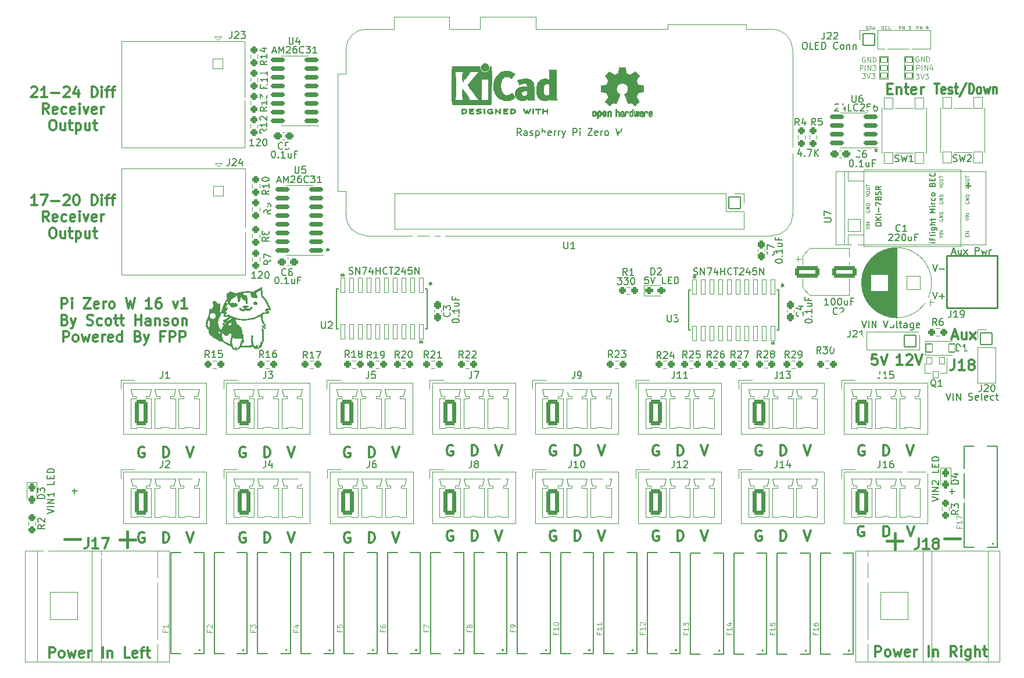
<source format=gbr>
%TF.GenerationSoftware,KiCad,Pcbnew,(6.0.7)*%
%TF.CreationDate,2022-08-20T02:00:58-04:00*%
%TF.ProjectId,Pi_Zero_W_16,50695f5a-6572-46f5-9f57-5f31362e6b69,v1*%
%TF.SameCoordinates,Original*%
%TF.FileFunction,Legend,Top*%
%TF.FilePolarity,Positive*%
%FSLAX46Y46*%
G04 Gerber Fmt 4.6, Leading zero omitted, Abs format (unit mm)*
G04 Created by KiCad (PCBNEW (6.0.7)) date 2022-08-20 02:00:58*
%MOMM*%
%LPD*%
G01*
G04 APERTURE LIST*
G04 Aperture macros list*
%AMRoundRect*
0 Rectangle with rounded corners*
0 $1 Rounding radius*
0 $2 $3 $4 $5 $6 $7 $8 $9 X,Y pos of 4 corners*
0 Add a 4 corners polygon primitive as box body*
4,1,4,$2,$3,$4,$5,$6,$7,$8,$9,$2,$3,0*
0 Add four circle primitives for the rounded corners*
1,1,$1+$1,$2,$3*
1,1,$1+$1,$4,$5*
1,1,$1+$1,$6,$7*
1,1,$1+$1,$8,$9*
0 Add four rect primitives between the rounded corners*
20,1,$1+$1,$2,$3,$4,$5,0*
20,1,$1+$1,$4,$5,$6,$7,0*
20,1,$1+$1,$6,$7,$8,$9,0*
20,1,$1+$1,$8,$9,$2,$3,0*%
G04 Aperture macros list end*
%ADD10C,0.300000*%
%ADD11C,0.100000*%
%ADD12C,0.150000*%
%ADD13C,0.400000*%
%ADD14C,0.120000*%
%ADD15C,0.127000*%
%ADD16C,0.187000*%
%ADD17C,0.152400*%
%ADD18C,0.254000*%
%ADD19C,0.010000*%
%ADD20RoundRect,0.288500X-0.300000X-0.237500X0.300000X-0.237500X0.300000X0.237500X-0.300000X0.237500X0*%
%ADD21RoundRect,0.301000X-0.650000X-1.550000X0.650000X-1.550000X0.650000X1.550000X-0.650000X1.550000X0*%
%ADD22O,1.902000X3.702000*%
%ADD23C,2.577000*%
%ADD24RoundRect,0.051000X-0.279400X1.079500X-0.279400X-1.079500X0.279400X-1.079500X0.279400X1.079500X0*%
%ADD25RoundRect,0.288500X-0.237500X0.287500X-0.237500X-0.287500X0.237500X-0.287500X0.237500X0.287500X0*%
%ADD26RoundRect,0.288500X-0.237500X0.250000X-0.237500X-0.250000X0.237500X-0.250000X0.237500X0.250000X0*%
%ADD27RoundRect,0.051000X-0.850000X0.850000X-0.850000X-0.850000X0.850000X-0.850000X0.850000X0.850000X0*%
%ADD28O,1.802000X1.802000*%
%ADD29RoundRect,0.051000X-0.850000X-0.850000X0.850000X-0.850000X0.850000X0.850000X-0.850000X0.850000X0*%
%ADD30RoundRect,0.288500X0.237500X-0.250000X0.237500X0.250000X-0.237500X0.250000X-0.237500X-0.250000X0*%
%ADD31RoundRect,0.288500X-0.237500X0.300000X-0.237500X-0.300000X0.237500X-0.300000X0.237500X0.300000X0*%
%ADD32RoundRect,0.201000X0.825000X0.150000X-0.825000X0.150000X-0.825000X-0.150000X0.825000X-0.150000X0*%
%ADD33RoundRect,0.301000X-1.500000X-0.550000X1.500000X-0.550000X1.500000X0.550000X-1.500000X0.550000X0*%
%ADD34RoundRect,0.051000X1.000000X1.000000X-1.000000X1.000000X-1.000000X-1.000000X1.000000X-1.000000X0*%
%ADD35C,2.102000*%
%ADD36RoundRect,0.288500X-0.287500X-0.237500X0.287500X-0.237500X0.287500X0.237500X-0.287500X0.237500X0*%
%ADD37RoundRect,0.288500X-0.250000X-0.237500X0.250000X-0.237500X0.250000X0.237500X-0.250000X0.237500X0*%
%ADD38RoundRect,0.051000X0.850000X-0.850000X0.850000X0.850000X-0.850000X0.850000X-0.850000X-0.850000X0*%
%ADD39C,3.402000*%
%ADD40RoundRect,0.051000X-0.750000X0.750000X-0.750000X-0.750000X0.750000X-0.750000X0.750000X0.750000X0*%
%ADD41C,1.602000*%
%ADD42RoundRect,0.051000X-0.450000X-0.600000X0.450000X-0.600000X0.450000X0.600000X-0.450000X0.600000X0*%
%ADD43RoundRect,0.051000X-0.400000X0.450000X-0.400000X-0.450000X0.400000X-0.450000X0.400000X0.450000X0*%
%ADD44RoundRect,0.051000X-2.000000X-2.000000X2.000000X-2.000000X2.000000X2.000000X-2.000000X2.000000X0*%
%ADD45C,4.102000*%
%ADD46C,2.006000*%
%ADD47RoundRect,0.051000X0.650000X-0.775000X0.650000X0.775000X-0.650000X0.775000X-0.650000X-0.775000X0*%
%ADD48C,3.802000*%
%ADD49RoundRect,0.288500X0.250000X0.237500X-0.250000X0.237500X-0.250000X-0.237500X0.250000X-0.237500X0*%
%ADD50RoundRect,0.051000X-0.900000X0.900000X-0.900000X-0.900000X0.900000X-0.900000X0.900000X0.900000X0*%
%ADD51C,1.902000*%
%ADD52C,1.626000*%
%ADD53RoundRect,0.051000X0.500000X-0.350000X0.500000X0.350000X-0.500000X0.350000X-0.500000X-0.350000X0*%
%ADD54C,6.000000*%
%ADD55C,0.902000*%
%ADD56C,1.102000*%
G04 APERTURE END LIST*
D10*
X-96838343Y-4474500D02*
X-96981200Y-4403071D01*
X-97195486Y-4403071D01*
X-97409772Y-4474500D01*
X-97552629Y-4617357D01*
X-97624058Y-4760214D01*
X-97695486Y-5045928D01*
X-97695486Y-5260214D01*
X-97624058Y-5545928D01*
X-97552629Y-5688785D01*
X-97409772Y-5831642D01*
X-97195486Y-5903071D01*
X-97052629Y-5903071D01*
X-96838343Y-5831642D01*
X-96766915Y-5760214D01*
X-96766915Y-5260214D01*
X-97052629Y-5260214D01*
X-78828058Y-5903071D02*
X-78828058Y-4403071D01*
X-78470915Y-4403071D01*
X-78256629Y-4474500D01*
X-78113772Y-4617357D01*
X-78042343Y-4760214D01*
X-77970915Y-5045928D01*
X-77970915Y-5260214D01*
X-78042343Y-5545928D01*
X-78113772Y-5688785D01*
X-78256629Y-5831642D01*
X-78470915Y-5903071D01*
X-78828058Y-5903071D01*
X-30421200Y-4149071D02*
X-29921200Y-5649071D01*
X-29421200Y-4149071D01*
X-33870058Y-5649071D02*
X-33870058Y-4149071D01*
X-33512915Y-4149071D01*
X-33298629Y-4220500D01*
X-33155772Y-4363357D01*
X-33084343Y-4506214D01*
X-33012915Y-4791928D01*
X-33012915Y-5006214D01*
X-33084343Y-5291928D01*
X-33155772Y-5434785D01*
X-33298629Y-5577642D01*
X-33512915Y-5649071D01*
X-33870058Y-5649071D01*
X-15435200Y-4149071D02*
X-14935200Y-5649071D01*
X-14435200Y-4149071D01*
X-81598343Y-4474500D02*
X-81741200Y-4403071D01*
X-81955486Y-4403071D01*
X-82169772Y-4474500D01*
X-82312629Y-4617357D01*
X-82384058Y-4760214D01*
X-82455486Y-5045928D01*
X-82455486Y-5260214D01*
X-82384058Y-5545928D01*
X-82312629Y-5688785D01*
X-82169772Y-5831642D01*
X-81955486Y-5903071D01*
X-81812629Y-5903071D01*
X-81598343Y-5831642D01*
X-81526915Y-5760214D01*
X-81526915Y-5260214D01*
X-81812629Y-5260214D01*
X-21654343Y-4220500D02*
X-21797200Y-4149071D01*
X-22011486Y-4149071D01*
X-22225772Y-4220500D01*
X-22368629Y-4363357D01*
X-22440058Y-4506214D01*
X-22511486Y-4791928D01*
X-22511486Y-5006214D01*
X-22440058Y-5291928D01*
X-22368629Y-5434785D01*
X-22225772Y-5577642D01*
X-22011486Y-5649071D01*
X-21868629Y-5649071D01*
X-21654343Y-5577642D01*
X-21582915Y-5506214D01*
X-21582915Y-5006214D01*
X-21868629Y-5006214D01*
X-388400Y-3527671D02*
X111600Y-5027671D01*
X611600Y-3527671D01*
X-3831258Y-5027671D02*
X-3831258Y-3527671D01*
X-3474115Y-3527671D01*
X-3259829Y-3599100D01*
X-3116972Y-3741957D01*
X-3045543Y-3884814D01*
X-2974115Y-4170528D01*
X-2974115Y-4384814D01*
X-3045543Y-4670528D01*
X-3116972Y-4813385D01*
X-3259829Y-4956242D01*
X-3474115Y-5027671D01*
X-3831258Y-5027671D01*
X-6745543Y-3599100D02*
X-6888400Y-3527671D01*
X-7102686Y-3527671D01*
X-7316972Y-3599100D01*
X-7459829Y-3741957D01*
X-7531258Y-3884814D01*
X-7602686Y-4170528D01*
X-7602686Y-4384814D01*
X-7531258Y-4670528D01*
X-7459829Y-4813385D01*
X-7316972Y-4956242D01*
X-7102686Y-5027671D01*
X-6959829Y-5027671D01*
X-6745543Y-4956242D01*
X-6674115Y-4884814D01*
X-6674115Y-4384814D01*
X-6959829Y-4384814D01*
X-63842058Y-5649071D02*
X-63842058Y-4149071D01*
X-63484915Y-4149071D01*
X-63270629Y-4220500D01*
X-63127772Y-4363357D01*
X-63056343Y-4506214D01*
X-62984915Y-4791928D01*
X-62984915Y-5006214D01*
X-63056343Y-5291928D01*
X-63127772Y-5434785D01*
X-63270629Y-5577642D01*
X-63484915Y-5649071D01*
X-63842058Y-5649071D01*
X-94068058Y-5903071D02*
X-94068058Y-4403071D01*
X-93710915Y-4403071D01*
X-93496629Y-4474500D01*
X-93353772Y-4617357D01*
X-93282343Y-4760214D01*
X-93210915Y-5045928D01*
X-93210915Y-5260214D01*
X-93282343Y-5545928D01*
X-93353772Y-5688785D01*
X-93496629Y-5831642D01*
X-93710915Y-5903071D01*
X-94068058Y-5903071D01*
X-18884058Y-5649071D02*
X-18884058Y-4149071D01*
X-18526915Y-4149071D01*
X-18312629Y-4220500D01*
X-18169772Y-4363357D01*
X-18098343Y-4506214D01*
X-18026915Y-4791928D01*
X-18026915Y-5006214D01*
X-18098343Y-5291928D01*
X-18169772Y-5434785D01*
X-18312629Y-5577642D01*
X-18526915Y-5649071D01*
X-18884058Y-5649071D01*
X-105351200Y-4403071D02*
X-104851200Y-5903071D01*
X-104351200Y-4403071D01*
X-45407200Y-4149071D02*
X-44907200Y-5649071D01*
X-44407200Y-4149071D01*
X-51626343Y-4220500D02*
X-51769200Y-4149071D01*
X-51983486Y-4149071D01*
X-52197772Y-4220500D01*
X-52340629Y-4363357D01*
X-52412058Y-4506214D01*
X-52483486Y-4791928D01*
X-52483486Y-5006214D01*
X-52412058Y-5291928D01*
X-52340629Y-5434785D01*
X-52197772Y-5577642D01*
X-51983486Y-5649071D01*
X-51840629Y-5649071D01*
X-51626343Y-5577642D01*
X-51554915Y-5506214D01*
X-51554915Y-5006214D01*
X-51840629Y-5006214D01*
X-66612343Y-4220500D02*
X-66755200Y-4149071D01*
X-66969486Y-4149071D01*
X-67183772Y-4220500D01*
X-67326629Y-4363357D01*
X-67398058Y-4506214D01*
X-67469486Y-4791928D01*
X-67469486Y-5006214D01*
X-67398058Y-5291928D01*
X-67326629Y-5434785D01*
X-67183772Y-5577642D01*
X-66969486Y-5649071D01*
X-66826629Y-5649071D01*
X-66612343Y-5577642D01*
X-66540915Y-5506214D01*
X-66540915Y-5006214D01*
X-66826629Y-5006214D01*
X-90619200Y-4403071D02*
X-90119200Y-5903071D01*
X-89619200Y-4403071D01*
X-111570343Y-4474500D02*
X-111713200Y-4403071D01*
X-111927486Y-4403071D01*
X-112141772Y-4474500D01*
X-112284629Y-4617357D01*
X-112356058Y-4760214D01*
X-112427486Y-5045928D01*
X-112427486Y-5260214D01*
X-112356058Y-5545928D01*
X-112284629Y-5688785D01*
X-112141772Y-5831642D01*
X-111927486Y-5903071D01*
X-111784629Y-5903071D01*
X-111570343Y-5831642D01*
X-111498915Y-5760214D01*
X-111498915Y-5260214D01*
X-111784629Y-5260214D01*
X-108800058Y-5903071D02*
X-108800058Y-4403071D01*
X-108442915Y-4403071D01*
X-108228629Y-4474500D01*
X-108085772Y-4617357D01*
X-108014343Y-4760214D01*
X-107942915Y-5045928D01*
X-107942915Y-5260214D01*
X-108014343Y-5545928D01*
X-108085772Y-5688785D01*
X-108228629Y-5831642D01*
X-108442915Y-5903071D01*
X-108800058Y-5903071D01*
X-60393200Y-4149071D02*
X-59893200Y-5649071D01*
X-59393200Y-4149071D01*
X-75379200Y-4403071D02*
X-74879200Y-5903071D01*
X-74379200Y-4403071D01*
X-48856058Y-5649071D02*
X-48856058Y-4149071D01*
X-48498915Y-4149071D01*
X-48284629Y-4220500D01*
X-48141772Y-4363357D01*
X-48070343Y-4506214D01*
X-47998915Y-4791928D01*
X-47998915Y-5006214D01*
X-48070343Y-5291928D01*
X-48141772Y-5434785D01*
X-48284629Y-5577642D01*
X-48498915Y-5649071D01*
X-48856058Y-5649071D01*
X-36640343Y-4220500D02*
X-36783200Y-4149071D01*
X-36997486Y-4149071D01*
X-37211772Y-4220500D01*
X-37354629Y-4363357D01*
X-37426058Y-4506214D01*
X-37497486Y-4791928D01*
X-37497486Y-5006214D01*
X-37426058Y-5291928D01*
X-37354629Y-5434785D01*
X-37211772Y-5577642D01*
X-36997486Y-5649071D01*
X-36854629Y-5649071D01*
X-36640343Y-5577642D01*
X-36568915Y-5506214D01*
X-36568915Y-5006214D01*
X-36854629Y-5006214D01*
X-1074772Y19960729D02*
X-1931915Y19960729D01*
X-1503343Y19960729D02*
X-1503343Y21460729D01*
X-1646200Y21246443D01*
X-1789058Y21103586D01*
X-1931915Y21032158D01*
X-503343Y21317872D02*
X-431915Y21389300D01*
X-289058Y21460729D01*
X68085Y21460729D01*
X210942Y21389300D01*
X282371Y21317872D01*
X353800Y21175015D01*
X353800Y21032158D01*
X282371Y20817872D01*
X-574772Y19960729D01*
X353800Y19960729D01*
X782371Y21460729D02*
X1282371Y19960729D01*
X1782371Y21460729D01*
X-4749915Y21460729D02*
X-5464200Y21460729D01*
X-5535629Y20746443D01*
X-5464200Y20817872D01*
X-5321343Y20889300D01*
X-4964200Y20889300D01*
X-4821343Y20817872D01*
X-4749915Y20746443D01*
X-4678486Y20603586D01*
X-4678486Y20246443D01*
X-4749915Y20103586D01*
X-4821343Y20032158D01*
X-4964200Y19960729D01*
X-5321343Y19960729D01*
X-5464200Y20032158D01*
X-5535629Y20103586D01*
X-4249915Y21460729D02*
X-3749915Y19960729D01*
X-3249915Y21460729D01*
X-108800058Y6496929D02*
X-108800058Y7996929D01*
X-108442915Y7996929D01*
X-108228629Y7925500D01*
X-108085772Y7782643D01*
X-108014343Y7639786D01*
X-107942915Y7354072D01*
X-107942915Y7139786D01*
X-108014343Y6854072D01*
X-108085772Y6711215D01*
X-108228629Y6568358D01*
X-108442915Y6496929D01*
X-108800058Y6496929D01*
X-111570343Y7925500D02*
X-111713200Y7996929D01*
X-111927486Y7996929D01*
X-112141772Y7925500D01*
X-112284629Y7782643D01*
X-112356058Y7639786D01*
X-112427486Y7354072D01*
X-112427486Y7139786D01*
X-112356058Y6854072D01*
X-112284629Y6711215D01*
X-112141772Y6568358D01*
X-111927486Y6496929D01*
X-111784629Y6496929D01*
X-111570343Y6568358D01*
X-111498915Y6639786D01*
X-111498915Y7139786D01*
X-111784629Y7139786D01*
X-105351200Y7996929D02*
X-104851200Y6496929D01*
X-104351200Y7996929D01*
X-123575543Y28187329D02*
X-123575543Y29687329D01*
X-123004115Y29687329D01*
X-122861258Y29615900D01*
X-122789829Y29544472D01*
X-122718400Y29401615D01*
X-122718400Y29187329D01*
X-122789829Y29044472D01*
X-122861258Y28973043D01*
X-123004115Y28901615D01*
X-123575543Y28901615D01*
X-122075543Y28187329D02*
X-122075543Y29187329D01*
X-122075543Y29687329D02*
X-122146972Y29615900D01*
X-122075543Y29544472D01*
X-122004115Y29615900D01*
X-122075543Y29687329D01*
X-122075543Y29544472D01*
X-120361258Y29687329D02*
X-119361258Y29687329D01*
X-120361258Y28187329D01*
X-119361258Y28187329D01*
X-118218400Y28258758D02*
X-118361258Y28187329D01*
X-118646972Y28187329D01*
X-118789829Y28258758D01*
X-118861258Y28401615D01*
X-118861258Y28973043D01*
X-118789829Y29115900D01*
X-118646972Y29187329D01*
X-118361258Y29187329D01*
X-118218400Y29115900D01*
X-118146972Y28973043D01*
X-118146972Y28830186D01*
X-118861258Y28687329D01*
X-117504115Y28187329D02*
X-117504115Y29187329D01*
X-117504115Y28901615D02*
X-117432686Y29044472D01*
X-117361258Y29115900D01*
X-117218400Y29187329D01*
X-117075543Y29187329D01*
X-116361258Y28187329D02*
X-116504115Y28258758D01*
X-116575543Y28330186D01*
X-116646972Y28473043D01*
X-116646972Y28901615D01*
X-116575543Y29044472D01*
X-116504115Y29115900D01*
X-116361258Y29187329D01*
X-116146972Y29187329D01*
X-116004115Y29115900D01*
X-115932686Y29044472D01*
X-115861258Y28901615D01*
X-115861258Y28473043D01*
X-115932686Y28330186D01*
X-116004115Y28258758D01*
X-116146972Y28187329D01*
X-116361258Y28187329D01*
X-114218400Y29687329D02*
X-113861258Y28187329D01*
X-113575543Y29258758D01*
X-113289829Y28187329D01*
X-112932686Y29687329D01*
X-110432686Y28187329D02*
X-111289829Y28187329D01*
X-110861258Y28187329D02*
X-110861258Y29687329D01*
X-111004115Y29473043D01*
X-111146972Y29330186D01*
X-111289829Y29258758D01*
X-109146972Y29687329D02*
X-109432686Y29687329D01*
X-109575543Y29615900D01*
X-109646972Y29544472D01*
X-109789829Y29330186D01*
X-109861258Y29044472D01*
X-109861258Y28473043D01*
X-109789829Y28330186D01*
X-109718400Y28258758D01*
X-109575543Y28187329D01*
X-109289829Y28187329D01*
X-109146972Y28258758D01*
X-109075543Y28330186D01*
X-109004115Y28473043D01*
X-109004115Y28830186D01*
X-109075543Y28973043D01*
X-109146972Y29044472D01*
X-109289829Y29115900D01*
X-109575543Y29115900D01*
X-109718400Y29044472D01*
X-109789829Y28973043D01*
X-109861258Y28830186D01*
X-107361258Y29187329D02*
X-107004115Y28187329D01*
X-106646972Y29187329D01*
X-105289829Y28187329D02*
X-106146972Y28187329D01*
X-105718400Y28187329D02*
X-105718400Y29687329D01*
X-105861258Y29473043D01*
X-106004115Y29330186D01*
X-106146972Y29258758D01*
X-123075543Y26558043D02*
X-122861258Y26486615D01*
X-122789829Y26415186D01*
X-122718400Y26272329D01*
X-122718400Y26058043D01*
X-122789829Y25915186D01*
X-122861258Y25843758D01*
X-123004115Y25772329D01*
X-123575543Y25772329D01*
X-123575543Y27272329D01*
X-123075543Y27272329D01*
X-122932686Y27200900D01*
X-122861258Y27129472D01*
X-122789829Y26986615D01*
X-122789829Y26843758D01*
X-122861258Y26700900D01*
X-122932686Y26629472D01*
X-123075543Y26558043D01*
X-123575543Y26558043D01*
X-122218400Y26772329D02*
X-121861258Y25772329D01*
X-121504115Y26772329D02*
X-121861258Y25772329D01*
X-122004115Y25415186D01*
X-122075543Y25343758D01*
X-122218400Y25272329D01*
X-119861258Y25843758D02*
X-119646972Y25772329D01*
X-119289829Y25772329D01*
X-119146972Y25843758D01*
X-119075543Y25915186D01*
X-119004115Y26058043D01*
X-119004115Y26200900D01*
X-119075543Y26343758D01*
X-119146972Y26415186D01*
X-119289829Y26486615D01*
X-119575543Y26558043D01*
X-119718400Y26629472D01*
X-119789829Y26700900D01*
X-119861258Y26843758D01*
X-119861258Y26986615D01*
X-119789829Y27129472D01*
X-119718400Y27200900D01*
X-119575543Y27272329D01*
X-119218400Y27272329D01*
X-119004115Y27200900D01*
X-117718400Y25843758D02*
X-117861258Y25772329D01*
X-118146972Y25772329D01*
X-118289829Y25843758D01*
X-118361258Y25915186D01*
X-118432686Y26058043D01*
X-118432686Y26486615D01*
X-118361258Y26629472D01*
X-118289829Y26700900D01*
X-118146972Y26772329D01*
X-117861258Y26772329D01*
X-117718400Y26700900D01*
X-116861258Y25772329D02*
X-117004115Y25843758D01*
X-117075543Y25915186D01*
X-117146972Y26058043D01*
X-117146972Y26486615D01*
X-117075543Y26629472D01*
X-117004115Y26700900D01*
X-116861258Y26772329D01*
X-116646972Y26772329D01*
X-116504115Y26700900D01*
X-116432686Y26629472D01*
X-116361258Y26486615D01*
X-116361258Y26058043D01*
X-116432686Y25915186D01*
X-116504115Y25843758D01*
X-116646972Y25772329D01*
X-116861258Y25772329D01*
X-115932686Y26772329D02*
X-115361258Y26772329D01*
X-115718400Y27272329D02*
X-115718400Y25986615D01*
X-115646972Y25843758D01*
X-115504115Y25772329D01*
X-115361258Y25772329D01*
X-115075543Y26772329D02*
X-114504115Y26772329D01*
X-114861258Y27272329D02*
X-114861258Y25986615D01*
X-114789829Y25843758D01*
X-114646972Y25772329D01*
X-114504115Y25772329D01*
X-112861258Y25772329D02*
X-112861258Y27272329D01*
X-112861258Y26558043D02*
X-112004115Y26558043D01*
X-112004115Y25772329D02*
X-112004115Y27272329D01*
X-110646972Y25772329D02*
X-110646972Y26558043D01*
X-110718400Y26700900D01*
X-110861258Y26772329D01*
X-111146972Y26772329D01*
X-111289829Y26700900D01*
X-110646972Y25843758D02*
X-110789829Y25772329D01*
X-111146972Y25772329D01*
X-111289829Y25843758D01*
X-111361258Y25986615D01*
X-111361258Y26129472D01*
X-111289829Y26272329D01*
X-111146972Y26343758D01*
X-110789829Y26343758D01*
X-110646972Y26415186D01*
X-109932686Y26772329D02*
X-109932686Y25772329D01*
X-109932686Y26629472D02*
X-109861258Y26700900D01*
X-109718400Y26772329D01*
X-109504115Y26772329D01*
X-109361258Y26700900D01*
X-109289829Y26558043D01*
X-109289829Y25772329D01*
X-108646972Y25843758D02*
X-108504115Y25772329D01*
X-108218400Y25772329D01*
X-108075543Y25843758D01*
X-108004115Y25986615D01*
X-108004115Y26058043D01*
X-108075543Y26200900D01*
X-108218400Y26272329D01*
X-108432686Y26272329D01*
X-108575543Y26343758D01*
X-108646972Y26486615D01*
X-108646972Y26558043D01*
X-108575543Y26700900D01*
X-108432686Y26772329D01*
X-108218400Y26772329D01*
X-108075543Y26700900D01*
X-107146972Y25772329D02*
X-107289829Y25843758D01*
X-107361258Y25915186D01*
X-107432686Y26058043D01*
X-107432686Y26486615D01*
X-107361258Y26629472D01*
X-107289829Y26700900D01*
X-107146972Y26772329D01*
X-106932686Y26772329D01*
X-106789829Y26700900D01*
X-106718400Y26629472D01*
X-106646972Y26486615D01*
X-106646972Y26058043D01*
X-106718400Y25915186D01*
X-106789829Y25843758D01*
X-106932686Y25772329D01*
X-107146972Y25772329D01*
X-106004115Y26772329D02*
X-106004115Y25772329D01*
X-106004115Y26629472D02*
X-105932686Y26700900D01*
X-105789829Y26772329D01*
X-105575543Y26772329D01*
X-105432686Y26700900D01*
X-105361258Y26558043D01*
X-105361258Y25772329D01*
X-123361258Y23357329D02*
X-123361258Y24857329D01*
X-122789829Y24857329D01*
X-122646972Y24785900D01*
X-122575543Y24714472D01*
X-122504115Y24571615D01*
X-122504115Y24357329D01*
X-122575543Y24214472D01*
X-122646972Y24143043D01*
X-122789829Y24071615D01*
X-123361258Y24071615D01*
X-121646972Y23357329D02*
X-121789829Y23428758D01*
X-121861258Y23500186D01*
X-121932686Y23643043D01*
X-121932686Y24071615D01*
X-121861258Y24214472D01*
X-121789829Y24285900D01*
X-121646972Y24357329D01*
X-121432686Y24357329D01*
X-121289829Y24285900D01*
X-121218400Y24214472D01*
X-121146972Y24071615D01*
X-121146972Y23643043D01*
X-121218400Y23500186D01*
X-121289829Y23428758D01*
X-121432686Y23357329D01*
X-121646972Y23357329D01*
X-120646972Y24357329D02*
X-120361258Y23357329D01*
X-120075543Y24071615D01*
X-119789829Y23357329D01*
X-119504115Y24357329D01*
X-118361258Y23428758D02*
X-118504115Y23357329D01*
X-118789829Y23357329D01*
X-118932686Y23428758D01*
X-119004115Y23571615D01*
X-119004115Y24143043D01*
X-118932686Y24285900D01*
X-118789829Y24357329D01*
X-118504115Y24357329D01*
X-118361258Y24285900D01*
X-118289829Y24143043D01*
X-118289829Y24000186D01*
X-119004115Y23857329D01*
X-117646972Y23357329D02*
X-117646972Y24357329D01*
X-117646972Y24071615D02*
X-117575543Y24214472D01*
X-117504115Y24285900D01*
X-117361258Y24357329D01*
X-117218400Y24357329D01*
X-116146972Y23428758D02*
X-116289829Y23357329D01*
X-116575543Y23357329D01*
X-116718400Y23428758D01*
X-116789829Y23571615D01*
X-116789829Y24143043D01*
X-116718400Y24285900D01*
X-116575543Y24357329D01*
X-116289829Y24357329D01*
X-116146972Y24285900D01*
X-116075543Y24143043D01*
X-116075543Y24000186D01*
X-116789829Y23857329D01*
X-114789829Y23357329D02*
X-114789829Y24857329D01*
X-114789829Y23428758D02*
X-114932686Y23357329D01*
X-115218400Y23357329D01*
X-115361258Y23428758D01*
X-115432686Y23500186D01*
X-115504115Y23643043D01*
X-115504115Y24071615D01*
X-115432686Y24214472D01*
X-115361258Y24285900D01*
X-115218400Y24357329D01*
X-114932686Y24357329D01*
X-114789829Y24285900D01*
X-112432686Y24143043D02*
X-112218400Y24071615D01*
X-112146972Y24000186D01*
X-112075543Y23857329D01*
X-112075543Y23643043D01*
X-112146972Y23500186D01*
X-112218400Y23428758D01*
X-112361258Y23357329D01*
X-112932686Y23357329D01*
X-112932686Y24857329D01*
X-112432686Y24857329D01*
X-112289829Y24785900D01*
X-112218400Y24714472D01*
X-112146972Y24571615D01*
X-112146972Y24428758D01*
X-112218400Y24285900D01*
X-112289829Y24214472D01*
X-112432686Y24143043D01*
X-112932686Y24143043D01*
X-111575543Y24357329D02*
X-111218400Y23357329D01*
X-110861258Y24357329D02*
X-111218400Y23357329D01*
X-111361258Y23000186D01*
X-111432686Y22928758D01*
X-111575543Y22857329D01*
X-108646972Y24143043D02*
X-109146972Y24143043D01*
X-109146972Y23357329D02*
X-109146972Y24857329D01*
X-108432686Y24857329D01*
X-107861258Y23357329D02*
X-107861258Y24857329D01*
X-107289829Y24857329D01*
X-107146972Y24785900D01*
X-107075543Y24714472D01*
X-107004115Y24571615D01*
X-107004115Y24357329D01*
X-107075543Y24214472D01*
X-107146972Y24143043D01*
X-107289829Y24071615D01*
X-107861258Y24071615D01*
X-106361258Y23357329D02*
X-106361258Y24857329D01*
X-105789829Y24857329D01*
X-105646972Y24785900D01*
X-105575543Y24714472D01*
X-105504115Y24571615D01*
X-105504115Y24357329D01*
X-105575543Y24214472D01*
X-105646972Y24143043D01*
X-105789829Y24071615D01*
X-106361258Y24071615D01*
X-127136972Y43277329D02*
X-127994115Y43277329D01*
X-127565543Y43277329D02*
X-127565543Y44777329D01*
X-127708400Y44563043D01*
X-127851258Y44420186D01*
X-127994115Y44348758D01*
X-126636972Y44777329D02*
X-125636972Y44777329D01*
X-126279829Y43277329D01*
X-125065543Y43848758D02*
X-123922686Y43848758D01*
X-123279829Y44634472D02*
X-123208400Y44705900D01*
X-123065543Y44777329D01*
X-122708400Y44777329D01*
X-122565543Y44705900D01*
X-122494115Y44634472D01*
X-122422686Y44491615D01*
X-122422686Y44348758D01*
X-122494115Y44134472D01*
X-123351258Y43277329D01*
X-122422686Y43277329D01*
X-121494115Y44777329D02*
X-121351258Y44777329D01*
X-121208400Y44705900D01*
X-121136972Y44634472D01*
X-121065543Y44491615D01*
X-120994115Y44205900D01*
X-120994115Y43848758D01*
X-121065543Y43563043D01*
X-121136972Y43420186D01*
X-121208400Y43348758D01*
X-121351258Y43277329D01*
X-121494115Y43277329D01*
X-121636972Y43348758D01*
X-121708400Y43420186D01*
X-121779829Y43563043D01*
X-121851258Y43848758D01*
X-121851258Y44205900D01*
X-121779829Y44491615D01*
X-121708400Y44634472D01*
X-121636972Y44705900D01*
X-121494115Y44777329D01*
X-119208400Y43277329D02*
X-119208400Y44777329D01*
X-118851258Y44777329D01*
X-118636972Y44705900D01*
X-118494115Y44563043D01*
X-118422686Y44420186D01*
X-118351258Y44134472D01*
X-118351258Y43920186D01*
X-118422686Y43634472D01*
X-118494115Y43491615D01*
X-118636972Y43348758D01*
X-118851258Y43277329D01*
X-119208400Y43277329D01*
X-117708400Y43277329D02*
X-117708400Y44277329D01*
X-117708400Y44777329D02*
X-117779829Y44705900D01*
X-117708400Y44634472D01*
X-117636972Y44705900D01*
X-117708400Y44777329D01*
X-117708400Y44634472D01*
X-117208400Y44277329D02*
X-116636972Y44277329D01*
X-116994115Y43277329D02*
X-116994115Y44563043D01*
X-116922686Y44705900D01*
X-116779829Y44777329D01*
X-116636972Y44777329D01*
X-116351258Y44277329D02*
X-115779829Y44277329D01*
X-116136972Y43277329D02*
X-116136972Y44563043D01*
X-116065543Y44705900D01*
X-115922686Y44777329D01*
X-115779829Y44777329D01*
X-125458400Y40862329D02*
X-125958400Y41576615D01*
X-126315543Y40862329D02*
X-126315543Y42362329D01*
X-125744115Y42362329D01*
X-125601258Y42290900D01*
X-125529829Y42219472D01*
X-125458400Y42076615D01*
X-125458400Y41862329D01*
X-125529829Y41719472D01*
X-125601258Y41648043D01*
X-125744115Y41576615D01*
X-126315543Y41576615D01*
X-124244115Y40933758D02*
X-124386972Y40862329D01*
X-124672686Y40862329D01*
X-124815543Y40933758D01*
X-124886972Y41076615D01*
X-124886972Y41648043D01*
X-124815543Y41790900D01*
X-124672686Y41862329D01*
X-124386972Y41862329D01*
X-124244115Y41790900D01*
X-124172686Y41648043D01*
X-124172686Y41505186D01*
X-124886972Y41362329D01*
X-122886972Y40933758D02*
X-123029829Y40862329D01*
X-123315543Y40862329D01*
X-123458400Y40933758D01*
X-123529829Y41005186D01*
X-123601258Y41148043D01*
X-123601258Y41576615D01*
X-123529829Y41719472D01*
X-123458400Y41790900D01*
X-123315543Y41862329D01*
X-123029829Y41862329D01*
X-122886972Y41790900D01*
X-121672686Y40933758D02*
X-121815543Y40862329D01*
X-122101258Y40862329D01*
X-122244115Y40933758D01*
X-122315543Y41076615D01*
X-122315543Y41648043D01*
X-122244115Y41790900D01*
X-122101258Y41862329D01*
X-121815543Y41862329D01*
X-121672686Y41790900D01*
X-121601258Y41648043D01*
X-121601258Y41505186D01*
X-122315543Y41362329D01*
X-120958400Y40862329D02*
X-120958400Y41862329D01*
X-120958400Y42362329D02*
X-121029829Y42290900D01*
X-120958400Y42219472D01*
X-120886972Y42290900D01*
X-120958400Y42362329D01*
X-120958400Y42219472D01*
X-120386972Y41862329D02*
X-120029829Y40862329D01*
X-119672686Y41862329D01*
X-118529829Y40933758D02*
X-118672686Y40862329D01*
X-118958400Y40862329D01*
X-119101258Y40933758D01*
X-119172686Y41076615D01*
X-119172686Y41648043D01*
X-119101258Y41790900D01*
X-118958400Y41862329D01*
X-118672686Y41862329D01*
X-118529829Y41790900D01*
X-118458400Y41648043D01*
X-118458400Y41505186D01*
X-119172686Y41362329D01*
X-117815543Y40862329D02*
X-117815543Y41862329D01*
X-117815543Y41576615D02*
X-117744115Y41719472D01*
X-117672686Y41790900D01*
X-117529829Y41862329D01*
X-117386972Y41862329D01*
X-124994115Y39947329D02*
X-124708400Y39947329D01*
X-124565543Y39875900D01*
X-124422686Y39733043D01*
X-124351258Y39447329D01*
X-124351258Y38947329D01*
X-124422686Y38661615D01*
X-124565543Y38518758D01*
X-124708400Y38447329D01*
X-124994115Y38447329D01*
X-125136972Y38518758D01*
X-125279829Y38661615D01*
X-125351258Y38947329D01*
X-125351258Y39447329D01*
X-125279829Y39733043D01*
X-125136972Y39875900D01*
X-124994115Y39947329D01*
X-123065543Y39447329D02*
X-123065543Y38447329D01*
X-123708400Y39447329D02*
X-123708400Y38661615D01*
X-123636972Y38518758D01*
X-123494115Y38447329D01*
X-123279829Y38447329D01*
X-123136972Y38518758D01*
X-123065543Y38590186D01*
X-122565543Y39447329D02*
X-121994115Y39447329D01*
X-122351258Y39947329D02*
X-122351258Y38661615D01*
X-122279829Y38518758D01*
X-122136972Y38447329D01*
X-121994115Y38447329D01*
X-121494115Y39447329D02*
X-121494115Y37947329D01*
X-121494115Y39375900D02*
X-121351258Y39447329D01*
X-121065543Y39447329D01*
X-120922686Y39375900D01*
X-120851258Y39304472D01*
X-120779829Y39161615D01*
X-120779829Y38733043D01*
X-120851258Y38590186D01*
X-120922686Y38518758D01*
X-121065543Y38447329D01*
X-121351258Y38447329D01*
X-121494115Y38518758D01*
X-119494115Y39447329D02*
X-119494115Y38447329D01*
X-120136972Y39447329D02*
X-120136972Y38661615D01*
X-120065543Y38518758D01*
X-119922686Y38447329D01*
X-119708400Y38447329D01*
X-119565543Y38518758D01*
X-119494115Y38590186D01*
X-118994115Y39447329D02*
X-118422686Y39447329D01*
X-118779829Y39947329D02*
X-118779829Y38661615D01*
X-118708400Y38518758D01*
X-118565543Y38447329D01*
X-118422686Y38447329D01*
X6477314Y20712329D02*
X6477314Y19640900D01*
X6405885Y19426615D01*
X6263028Y19283758D01*
X6048742Y19212329D01*
X5905885Y19212329D01*
X7977314Y19212329D02*
X7120171Y19212329D01*
X7548742Y19212329D02*
X7548742Y20712329D01*
X7405885Y20498043D01*
X7263028Y20355186D01*
X7120171Y20283758D01*
X8834457Y20069472D02*
X8691600Y20140900D01*
X8620171Y20212329D01*
X8548742Y20355186D01*
X8548742Y20426615D01*
X8620171Y20569472D01*
X8691600Y20640900D01*
X8834457Y20712329D01*
X9120171Y20712329D01*
X9263028Y20640900D01*
X9334457Y20569472D01*
X9405885Y20426615D01*
X9405885Y20355186D01*
X9334457Y20212329D01*
X9263028Y20140900D01*
X9120171Y20069472D01*
X8834457Y20069472D01*
X8691600Y19998043D01*
X8620171Y19926615D01*
X8548742Y19783758D01*
X8548742Y19498043D01*
X8620171Y19355186D01*
X8691600Y19283758D01*
X8834457Y19212329D01*
X9120171Y19212329D01*
X9263028Y19283758D01*
X9334457Y19355186D01*
X9405885Y19498043D01*
X9405885Y19783758D01*
X9334457Y19926615D01*
X9263028Y19998043D01*
X9120171Y20069472D01*
D11*
X-1589829Y68874710D02*
X-1589829Y69374710D01*
X-1399353Y69374710D01*
X-1351734Y69350900D01*
X-1327924Y69327091D01*
X-1304115Y69279472D01*
X-1304115Y69208043D01*
X-1327924Y69160424D01*
X-1351734Y69136615D01*
X-1399353Y69112805D01*
X-1589829Y69112805D01*
X-1089829Y68874710D02*
X-1089829Y69374710D01*
X-804115Y68874710D01*
X-804115Y69374710D01*
X-232686Y69374710D02*
X76838Y69374710D01*
X-89829Y69184234D01*
X-18400Y69184234D01*
X29219Y69160424D01*
X53028Y69136615D01*
X76838Y69088996D01*
X76838Y68969948D01*
X53028Y68922329D01*
X29219Y68898520D01*
X-18400Y68874710D01*
X-161258Y68874710D01*
X-208877Y68898520D01*
X-232686Y68922329D01*
X-6425543Y68898520D02*
X-6354115Y68874710D01*
X-6235067Y68874710D01*
X-6187448Y68898520D01*
X-6163639Y68922329D01*
X-6139829Y68969948D01*
X-6139829Y69017567D01*
X-6163639Y69065186D01*
X-6187448Y69088996D01*
X-6235067Y69112805D01*
X-6330305Y69136615D01*
X-6377924Y69160424D01*
X-6401734Y69184234D01*
X-6425543Y69231853D01*
X-6425543Y69279472D01*
X-6401734Y69327091D01*
X-6377924Y69350900D01*
X-6330305Y69374710D01*
X-6211258Y69374710D01*
X-6139829Y69350900D01*
X-5925543Y68874710D02*
X-5925543Y69374710D01*
X-5806496Y69374710D01*
X-5735067Y69350900D01*
X-5687448Y69303281D01*
X-5663639Y69255662D01*
X-5639829Y69160424D01*
X-5639829Y69088996D01*
X-5663639Y68993758D01*
X-5687448Y68946139D01*
X-5735067Y68898520D01*
X-5806496Y68874710D01*
X-5925543Y68874710D01*
X-5449353Y69017567D02*
X-5211258Y69017567D01*
X-5496972Y68874710D02*
X-5330305Y69374710D01*
X-5163639Y68874710D01*
X-4113639Y68898520D02*
X-4042210Y68874710D01*
X-3923162Y68874710D01*
X-3875543Y68898520D01*
X-3851734Y68922329D01*
X-3827924Y68969948D01*
X-3827924Y69017567D01*
X-3851734Y69065186D01*
X-3875543Y69088996D01*
X-3923162Y69112805D01*
X-4018400Y69136615D01*
X-4066020Y69160424D01*
X-4089829Y69184234D01*
X-4113639Y69231853D01*
X-4113639Y69279472D01*
X-4089829Y69327091D01*
X-4066020Y69350900D01*
X-4018400Y69374710D01*
X-3899353Y69374710D01*
X-3827924Y69350900D01*
X-3327924Y68922329D02*
X-3351734Y68898520D01*
X-3423162Y68874710D01*
X-3470781Y68874710D01*
X-3542210Y68898520D01*
X-3589829Y68946139D01*
X-3613639Y68993758D01*
X-3637448Y69088996D01*
X-3637448Y69160424D01*
X-3613639Y69255662D01*
X-3589829Y69303281D01*
X-3542210Y69350900D01*
X-3470781Y69374710D01*
X-3423162Y69374710D01*
X-3351734Y69350900D01*
X-3327924Y69327091D01*
X-2875543Y68874710D02*
X-3113639Y68874710D01*
X-3113639Y69374710D01*
X960171Y68874710D02*
X960171Y69374710D01*
X1150647Y69374710D01*
X1198266Y69350900D01*
X1222076Y69327091D01*
X1245885Y69279472D01*
X1245885Y69208043D01*
X1222076Y69160424D01*
X1198266Y69136615D01*
X1150647Y69112805D01*
X960171Y69112805D01*
X1460171Y68874710D02*
X1460171Y69374710D01*
X1745885Y68874710D01*
X1745885Y69374710D01*
X2579219Y69208043D02*
X2579219Y68874710D01*
X2460171Y69398520D02*
X2341123Y69041377D01*
X2650647Y69041377D01*
D12*
X8130647Y46079472D02*
X8892552Y46079472D01*
X8511600Y45698520D02*
X8511600Y46460424D01*
D13*
X-3311258Y-5693385D02*
X-1025543Y-5693385D01*
X-2168400Y-6836242D02*
X-2168400Y-4550528D01*
D10*
X-3254115Y60208043D02*
X-2754115Y60208043D01*
X-2539829Y59422329D02*
X-3254115Y59422329D01*
X-3254115Y60922329D01*
X-2539829Y60922329D01*
X-1896972Y60422329D02*
X-1896972Y59422329D01*
X-1896972Y60279472D02*
X-1825543Y60350900D01*
X-1682686Y60422329D01*
X-1468400Y60422329D01*
X-1325543Y60350900D01*
X-1254115Y60208043D01*
X-1254115Y59422329D01*
X-754115Y60422329D02*
X-182686Y60422329D01*
X-539829Y60922329D02*
X-539829Y59636615D01*
X-468400Y59493758D01*
X-325543Y59422329D01*
X-182686Y59422329D01*
X888742Y59493758D02*
X745885Y59422329D01*
X460171Y59422329D01*
X317314Y59493758D01*
X245885Y59636615D01*
X245885Y60208043D01*
X317314Y60350900D01*
X460171Y60422329D01*
X745885Y60422329D01*
X888742Y60350900D01*
X960171Y60208043D01*
X960171Y60065186D01*
X245885Y59922329D01*
X1603028Y59422329D02*
X1603028Y60422329D01*
X1603028Y60136615D02*
X1674457Y60279472D01*
X1745885Y60350900D01*
X1888742Y60422329D01*
X2031600Y60422329D01*
X-94068058Y6496929D02*
X-94068058Y7996929D01*
X-93710915Y7996929D01*
X-93496629Y7925500D01*
X-93353772Y7782643D01*
X-93282343Y7639786D01*
X-93210915Y7354072D01*
X-93210915Y7139786D01*
X-93282343Y6854072D01*
X-93353772Y6711215D01*
X-93496629Y6568358D01*
X-93710915Y6496929D01*
X-94068058Y6496929D01*
X-66612343Y8179500D02*
X-66755200Y8250929D01*
X-66969486Y8250929D01*
X-67183772Y8179500D01*
X-67326629Y8036643D01*
X-67398058Y7893786D01*
X-67469486Y7608072D01*
X-67469486Y7393786D01*
X-67398058Y7108072D01*
X-67326629Y6965215D01*
X-67183772Y6822358D01*
X-66969486Y6750929D01*
X-66826629Y6750929D01*
X-66612343Y6822358D01*
X-66540915Y6893786D01*
X-66540915Y7393786D01*
X-66826629Y7393786D01*
X-45407200Y8250929D02*
X-44907200Y6750929D01*
X-44407200Y8250929D01*
D11*
X-6529829Y64825900D02*
X-6601258Y64861615D01*
X-6708400Y64861615D01*
X-6815543Y64825900D01*
X-6886972Y64754472D01*
X-6922686Y64683043D01*
X-6958400Y64540186D01*
X-6958400Y64433043D01*
X-6922686Y64290186D01*
X-6886972Y64218758D01*
X-6815543Y64147329D01*
X-6708400Y64111615D01*
X-6636972Y64111615D01*
X-6529829Y64147329D01*
X-6494115Y64183043D01*
X-6494115Y64433043D01*
X-6636972Y64433043D01*
X-6172686Y64111615D02*
X-6172686Y64861615D01*
X-5744115Y64111615D01*
X-5744115Y64861615D01*
X-5386972Y64111615D02*
X-5386972Y64861615D01*
X-5208400Y64861615D01*
X-5101258Y64825900D01*
X-5029829Y64754472D01*
X-4994115Y64683043D01*
X-4958400Y64540186D01*
X-4958400Y64433043D01*
X-4994115Y64290186D01*
X-5029829Y64218758D01*
X-5101258Y64147329D01*
X-5208400Y64111615D01*
X-5386972Y64111615D01*
D10*
X-6668343Y8179500D02*
X-6811200Y8250929D01*
X-7025486Y8250929D01*
X-7239772Y8179500D01*
X-7382629Y8036643D01*
X-7454058Y7893786D01*
X-7525486Y7608072D01*
X-7525486Y7393786D01*
X-7454058Y7108072D01*
X-7382629Y6965215D01*
X-7239772Y6822358D01*
X-7025486Y6750929D01*
X-6882629Y6750929D01*
X-6668343Y6822358D01*
X-6596915Y6893786D01*
X-6596915Y7393786D01*
X-6882629Y7393786D01*
X-75379200Y7996929D02*
X-74879200Y6496929D01*
X-74379200Y7996929D01*
X-60393200Y8250929D02*
X-59893200Y6750929D01*
X-59393200Y8250929D01*
X-90619200Y7996929D02*
X-90119200Y6496929D01*
X-89619200Y7996929D01*
D12*
X5780647Y1529472D02*
X6542552Y1529472D01*
X6161600Y1148520D02*
X6161600Y1910424D01*
D10*
X-3898058Y6750929D02*
X-3898058Y8250929D01*
X-3540915Y8250929D01*
X-3326629Y8179500D01*
X-3183772Y8036643D01*
X-3112343Y7893786D01*
X-3040915Y7608072D01*
X-3040915Y7393786D01*
X-3112343Y7108072D01*
X-3183772Y6965215D01*
X-3326629Y6822358D01*
X-3540915Y6750929D01*
X-3898058Y6750929D01*
X3603028Y60972329D02*
X4288742Y60972329D01*
X3945885Y59472329D02*
X3945885Y60972329D01*
X5145885Y59543758D02*
X5031600Y59472329D01*
X4803028Y59472329D01*
X4688742Y59543758D01*
X4631600Y59686615D01*
X4631600Y60258043D01*
X4688742Y60400900D01*
X4803028Y60472329D01*
X5031600Y60472329D01*
X5145885Y60400900D01*
X5203028Y60258043D01*
X5203028Y60115186D01*
X4631600Y59972329D01*
X5660171Y59543758D02*
X5774457Y59472329D01*
X6003028Y59472329D01*
X6117314Y59543758D01*
X6174457Y59686615D01*
X6174457Y59758043D01*
X6117314Y59900900D01*
X6003028Y59972329D01*
X5831600Y59972329D01*
X5717314Y60043758D01*
X5660171Y60186615D01*
X5660171Y60258043D01*
X5717314Y60400900D01*
X5831600Y60472329D01*
X6003028Y60472329D01*
X6117314Y60400900D01*
X6517314Y60472329D02*
X6974457Y60472329D01*
X6688742Y60972329D02*
X6688742Y59686615D01*
X6745885Y59543758D01*
X6860171Y59472329D01*
X6974457Y59472329D01*
X8231600Y61043758D02*
X7203028Y59115186D01*
X8631600Y59472329D02*
X8631600Y60972329D01*
X8917314Y60972329D01*
X9088742Y60900900D01*
X9203028Y60758043D01*
X9260171Y60615186D01*
X9317314Y60329472D01*
X9317314Y60115186D01*
X9260171Y59829472D01*
X9203028Y59686615D01*
X9088742Y59543758D01*
X8917314Y59472329D01*
X8631600Y59472329D01*
X10003028Y59472329D02*
X9888742Y59543758D01*
X9831600Y59615186D01*
X9774457Y59758043D01*
X9774457Y60186615D01*
X9831600Y60329472D01*
X9888742Y60400900D01*
X10003028Y60472329D01*
X10174457Y60472329D01*
X10288742Y60400900D01*
X10345885Y60329472D01*
X10403028Y60186615D01*
X10403028Y59758043D01*
X10345885Y59615186D01*
X10288742Y59543758D01*
X10174457Y59472329D01*
X10003028Y59472329D01*
X10803028Y60472329D02*
X11031600Y59472329D01*
X11260171Y60186615D01*
X11488742Y59472329D01*
X11717314Y60472329D01*
X12174457Y60472329D02*
X12174457Y59472329D01*
X12174457Y60329472D02*
X12231600Y60400900D01*
X12345885Y60472329D01*
X12517314Y60472329D01*
X12631600Y60400900D01*
X12688742Y60258043D01*
X12688742Y59472329D01*
D11*
X853028Y62418615D02*
X1317314Y62418615D01*
X1067314Y62132900D01*
X1174457Y62132900D01*
X1245885Y62097186D01*
X1281600Y62061472D01*
X1317314Y61990043D01*
X1317314Y61811472D01*
X1281600Y61740043D01*
X1245885Y61704329D01*
X1174457Y61668615D01*
X960171Y61668615D01*
X888742Y61704329D01*
X853028Y61740043D01*
X1531600Y62418615D02*
X1781600Y61668615D01*
X2031600Y62418615D01*
X2210171Y62418615D02*
X2674457Y62418615D01*
X2424457Y62132900D01*
X2531600Y62132900D01*
X2603028Y62097186D01*
X2638742Y62061472D01*
X2674457Y61990043D01*
X2674457Y61811472D01*
X2638742Y61740043D01*
X2603028Y61704329D01*
X2531600Y61668615D01*
X2317314Y61668615D01*
X2245885Y61704329D01*
X2210171Y61740043D01*
D10*
X-127994115Y60344472D02*
X-127922686Y60415900D01*
X-127779829Y60487329D01*
X-127422686Y60487329D01*
X-127279829Y60415900D01*
X-127208400Y60344472D01*
X-127136972Y60201615D01*
X-127136972Y60058758D01*
X-127208400Y59844472D01*
X-128065543Y58987329D01*
X-127136972Y58987329D01*
X-125708400Y58987329D02*
X-126565543Y58987329D01*
X-126136972Y58987329D02*
X-126136972Y60487329D01*
X-126279829Y60273043D01*
X-126422686Y60130186D01*
X-126565543Y60058758D01*
X-125065543Y59558758D02*
X-123922686Y59558758D01*
X-123279829Y60344472D02*
X-123208400Y60415900D01*
X-123065543Y60487329D01*
X-122708400Y60487329D01*
X-122565543Y60415900D01*
X-122494115Y60344472D01*
X-122422686Y60201615D01*
X-122422686Y60058758D01*
X-122494115Y59844472D01*
X-123351258Y58987329D01*
X-122422686Y58987329D01*
X-121136972Y59987329D02*
X-121136972Y58987329D01*
X-121494115Y60558758D02*
X-121851258Y59487329D01*
X-120922686Y59487329D01*
X-119208400Y58987329D02*
X-119208400Y60487329D01*
X-118851258Y60487329D01*
X-118636972Y60415900D01*
X-118494115Y60273043D01*
X-118422686Y60130186D01*
X-118351258Y59844472D01*
X-118351258Y59630186D01*
X-118422686Y59344472D01*
X-118494115Y59201615D01*
X-118636972Y59058758D01*
X-118851258Y58987329D01*
X-119208400Y58987329D01*
X-117708400Y58987329D02*
X-117708400Y59987329D01*
X-117708400Y60487329D02*
X-117779829Y60415900D01*
X-117708400Y60344472D01*
X-117636972Y60415900D01*
X-117708400Y60487329D01*
X-117708400Y60344472D01*
X-117208400Y59987329D02*
X-116636972Y59987329D01*
X-116994115Y58987329D02*
X-116994115Y60273043D01*
X-116922686Y60415900D01*
X-116779829Y60487329D01*
X-116636972Y60487329D01*
X-116351258Y59987329D02*
X-115779829Y59987329D01*
X-116136972Y58987329D02*
X-116136972Y60273043D01*
X-116065543Y60415900D01*
X-115922686Y60487329D01*
X-115779829Y60487329D01*
X-125458400Y56572329D02*
X-125958400Y57286615D01*
X-126315543Y56572329D02*
X-126315543Y58072329D01*
X-125744115Y58072329D01*
X-125601258Y58000900D01*
X-125529829Y57929472D01*
X-125458400Y57786615D01*
X-125458400Y57572329D01*
X-125529829Y57429472D01*
X-125601258Y57358043D01*
X-125744115Y57286615D01*
X-126315543Y57286615D01*
X-124244115Y56643758D02*
X-124386972Y56572329D01*
X-124672686Y56572329D01*
X-124815543Y56643758D01*
X-124886972Y56786615D01*
X-124886972Y57358043D01*
X-124815543Y57500900D01*
X-124672686Y57572329D01*
X-124386972Y57572329D01*
X-124244115Y57500900D01*
X-124172686Y57358043D01*
X-124172686Y57215186D01*
X-124886972Y57072329D01*
X-122886972Y56643758D02*
X-123029829Y56572329D01*
X-123315543Y56572329D01*
X-123458400Y56643758D01*
X-123529829Y56715186D01*
X-123601258Y56858043D01*
X-123601258Y57286615D01*
X-123529829Y57429472D01*
X-123458400Y57500900D01*
X-123315543Y57572329D01*
X-123029829Y57572329D01*
X-122886972Y57500900D01*
X-121672686Y56643758D02*
X-121815543Y56572329D01*
X-122101258Y56572329D01*
X-122244115Y56643758D01*
X-122315543Y56786615D01*
X-122315543Y57358043D01*
X-122244115Y57500900D01*
X-122101258Y57572329D01*
X-121815543Y57572329D01*
X-121672686Y57500900D01*
X-121601258Y57358043D01*
X-121601258Y57215186D01*
X-122315543Y57072329D01*
X-120958400Y56572329D02*
X-120958400Y57572329D01*
X-120958400Y58072329D02*
X-121029829Y58000900D01*
X-120958400Y57929472D01*
X-120886972Y58000900D01*
X-120958400Y58072329D01*
X-120958400Y57929472D01*
X-120386972Y57572329D02*
X-120029829Y56572329D01*
X-119672686Y57572329D01*
X-118529829Y56643758D02*
X-118672686Y56572329D01*
X-118958400Y56572329D01*
X-119101258Y56643758D01*
X-119172686Y56786615D01*
X-119172686Y57358043D01*
X-119101258Y57500900D01*
X-118958400Y57572329D01*
X-118672686Y57572329D01*
X-118529829Y57500900D01*
X-118458400Y57358043D01*
X-118458400Y57215186D01*
X-119172686Y57072329D01*
X-117815543Y56572329D02*
X-117815543Y57572329D01*
X-117815543Y57286615D02*
X-117744115Y57429472D01*
X-117672686Y57500900D01*
X-117529829Y57572329D01*
X-117386972Y57572329D01*
X-124994115Y55657329D02*
X-124708400Y55657329D01*
X-124565543Y55585900D01*
X-124422686Y55443043D01*
X-124351258Y55157329D01*
X-124351258Y54657329D01*
X-124422686Y54371615D01*
X-124565543Y54228758D01*
X-124708400Y54157329D01*
X-124994115Y54157329D01*
X-125136972Y54228758D01*
X-125279829Y54371615D01*
X-125351258Y54657329D01*
X-125351258Y55157329D01*
X-125279829Y55443043D01*
X-125136972Y55585900D01*
X-124994115Y55657329D01*
X-123065543Y55157329D02*
X-123065543Y54157329D01*
X-123708400Y55157329D02*
X-123708400Y54371615D01*
X-123636972Y54228758D01*
X-123494115Y54157329D01*
X-123279829Y54157329D01*
X-123136972Y54228758D01*
X-123065543Y54300186D01*
X-122565543Y55157329D02*
X-121994115Y55157329D01*
X-122351258Y55657329D02*
X-122351258Y54371615D01*
X-122279829Y54228758D01*
X-122136972Y54157329D01*
X-121994115Y54157329D01*
X-121494115Y55157329D02*
X-121494115Y53657329D01*
X-121494115Y55085900D02*
X-121351258Y55157329D01*
X-121065543Y55157329D01*
X-120922686Y55085900D01*
X-120851258Y55014472D01*
X-120779829Y54871615D01*
X-120779829Y54443043D01*
X-120851258Y54300186D01*
X-120922686Y54228758D01*
X-121065543Y54157329D01*
X-121351258Y54157329D01*
X-121494115Y54228758D01*
X-119494115Y55157329D02*
X-119494115Y54157329D01*
X-120136972Y55157329D02*
X-120136972Y54371615D01*
X-120065543Y54228758D01*
X-119922686Y54157329D01*
X-119708400Y54157329D01*
X-119565543Y54228758D01*
X-119494115Y54300186D01*
X-118994115Y55157329D02*
X-118422686Y55157329D01*
X-118779829Y55657329D02*
X-118779829Y54371615D01*
X-118708400Y54228758D01*
X-118565543Y54157329D01*
X-118422686Y54157329D01*
D12*
X3309219Y30598520D02*
X3642552Y29598520D01*
X3975885Y30598520D01*
X4309219Y29979472D02*
X5071123Y29979472D01*
X4690171Y29598520D02*
X4690171Y30360424D01*
D10*
X-21654343Y8179500D02*
X-21797200Y8250929D01*
X-22011486Y8250929D01*
X-22225772Y8179500D01*
X-22368629Y8036643D01*
X-22440058Y7893786D01*
X-22511486Y7608072D01*
X-22511486Y7393786D01*
X-22440058Y7108072D01*
X-22368629Y6965215D01*
X-22225772Y6822358D01*
X-22011486Y6750929D01*
X-21868629Y6750929D01*
X-21654343Y6822358D01*
X-21582915Y6893786D01*
X-21582915Y7393786D01*
X-21868629Y7393786D01*
X-81598343Y7925500D02*
X-81741200Y7996929D01*
X-81955486Y7996929D01*
X-82169772Y7925500D01*
X-82312629Y7782643D01*
X-82384058Y7639786D01*
X-82455486Y7354072D01*
X-82455486Y7139786D01*
X-82384058Y6854072D01*
X-82312629Y6711215D01*
X-82169772Y6568358D01*
X-81955486Y6496929D01*
X-81812629Y6496929D01*
X-81598343Y6568358D01*
X-81526915Y6639786D01*
X-81526915Y7139786D01*
X-81812629Y7139786D01*
D13*
X-123131258Y-5463385D02*
X-120845543Y-5463385D01*
D10*
X-33870058Y6750929D02*
X-33870058Y8250929D01*
X-33512915Y8250929D01*
X-33298629Y8179500D01*
X-33155772Y8036643D01*
X-33084343Y7893786D01*
X-33012915Y7608072D01*
X-33012915Y7393786D01*
X-33084343Y7108072D01*
X-33155772Y6965215D01*
X-33298629Y6822358D01*
X-33512915Y6750929D01*
X-33870058Y6750929D01*
X-63842058Y6750929D02*
X-63842058Y8250929D01*
X-63484915Y8250929D01*
X-63270629Y8179500D01*
X-63127772Y8036643D01*
X-63056343Y7893786D01*
X-62984915Y7608072D01*
X-62984915Y7393786D01*
X-63056343Y7108072D01*
X-63127772Y6965215D01*
X-63270629Y6822358D01*
X-63484915Y6750929D01*
X-63842058Y6750929D01*
X-78828058Y6496929D02*
X-78828058Y7996929D01*
X-78470915Y7996929D01*
X-78256629Y7925500D01*
X-78113772Y7782643D01*
X-78042343Y7639786D01*
X-77970915Y7354072D01*
X-77970915Y7139786D01*
X-78042343Y6854072D01*
X-78113772Y6711215D01*
X-78256629Y6568358D01*
X-78470915Y6496929D01*
X-78828058Y6496929D01*
D11*
X1260171Y64882900D02*
X1188742Y64918615D01*
X1081600Y64918615D01*
X974457Y64882900D01*
X903028Y64811472D01*
X867314Y64740043D01*
X831600Y64597186D01*
X831600Y64490043D01*
X867314Y64347186D01*
X903028Y64275758D01*
X974457Y64204329D01*
X1081600Y64168615D01*
X1153028Y64168615D01*
X1260171Y64204329D01*
X1295885Y64240043D01*
X1295885Y64490043D01*
X1153028Y64490043D01*
X1617314Y64168615D02*
X1617314Y64918615D01*
X2045885Y64168615D01*
X2045885Y64918615D01*
X2403028Y64168615D02*
X2403028Y64918615D01*
X2581600Y64918615D01*
X2688742Y64882900D01*
X2760171Y64811472D01*
X2795885Y64740043D01*
X2831600Y64597186D01*
X2831600Y64490043D01*
X2795885Y64347186D01*
X2760171Y64275758D01*
X2688742Y64204329D01*
X2581600Y64168615D01*
X2403028Y64168615D01*
D10*
X-51626343Y8179500D02*
X-51769200Y8250929D01*
X-51983486Y8250929D01*
X-52197772Y8179500D01*
X-52340629Y8036643D01*
X-52412058Y7893786D01*
X-52483486Y7608072D01*
X-52483486Y7393786D01*
X-52412058Y7108072D01*
X-52340629Y6965215D01*
X-52197772Y6822358D01*
X-51983486Y6750929D01*
X-51840629Y6750929D01*
X-51626343Y6822358D01*
X-51554915Y6893786D01*
X-51554915Y7393786D01*
X-51840629Y7393786D01*
X-15435200Y8250929D02*
X-14935200Y6750929D01*
X-14435200Y8250929D01*
X-30421200Y8250929D02*
X-29921200Y6750929D01*
X-29421200Y8250929D01*
X-18884058Y6750929D02*
X-18884058Y8250929D01*
X-18526915Y8250929D01*
X-18312629Y8179500D01*
X-18169772Y8036643D01*
X-18098343Y7893786D01*
X-18026915Y7608072D01*
X-18026915Y7393786D01*
X-18098343Y7108072D01*
X-18169772Y6965215D01*
X-18312629Y6822358D01*
X-18526915Y6750929D01*
X-18884058Y6750929D01*
X6208742Y24130900D02*
X6923028Y24130900D01*
X6065885Y23702329D02*
X6565885Y25202329D01*
X7065885Y23702329D01*
X8208742Y24702329D02*
X8208742Y23702329D01*
X7565885Y24702329D02*
X7565885Y23916615D01*
X7637314Y23773758D01*
X7780171Y23702329D01*
X7994457Y23702329D01*
X8137314Y23773758D01*
X8208742Y23845186D01*
X8780171Y23702329D02*
X9565885Y24702329D01*
X8780171Y24702329D02*
X9565885Y23702329D01*
X-36640343Y8179500D02*
X-36783200Y8250929D01*
X-36997486Y8250929D01*
X-37211772Y8179500D01*
X-37354629Y8036643D01*
X-37426058Y7893786D01*
X-37497486Y7608072D01*
X-37497486Y7393786D01*
X-37426058Y7108072D01*
X-37354629Y6965215D01*
X-37211772Y6822358D01*
X-36997486Y6750929D01*
X-36854629Y6750929D01*
X-36640343Y6822358D01*
X-36568915Y6893786D01*
X-36568915Y7393786D01*
X-36854629Y7393786D01*
D12*
X-122069353Y1579472D02*
X-121307448Y1579472D01*
X-121688400Y1198520D02*
X-121688400Y1960424D01*
X3309219Y34598520D02*
X3642552Y33598520D01*
X3975885Y34598520D01*
X4309219Y33979472D02*
X5071123Y33979472D01*
D10*
X-96838343Y7925500D02*
X-96981200Y7996929D01*
X-97195486Y7996929D01*
X-97409772Y7925500D01*
X-97552629Y7782643D01*
X-97624058Y7639786D01*
X-97695486Y7354072D01*
X-97695486Y7139786D01*
X-97624058Y6854072D01*
X-97552629Y6711215D01*
X-97409772Y6568358D01*
X-97195486Y6496929D01*
X-97052629Y6496929D01*
X-96838343Y6568358D01*
X-96766915Y6639786D01*
X-96766915Y7139786D01*
X-97052629Y7139786D01*
X-48856058Y6750929D02*
X-48856058Y8250929D01*
X-48498915Y8250929D01*
X-48284629Y8179500D01*
X-48141772Y8036643D01*
X-48070343Y7893786D01*
X-47998915Y7608072D01*
X-47998915Y7393786D01*
X-48070343Y7108072D01*
X-48141772Y6965215D01*
X-48284629Y6822358D01*
X-48498915Y6750929D01*
X-48856058Y6750929D01*
D13*
X5068742Y-5313385D02*
X7354457Y-5313385D01*
D11*
X-6986972Y62461615D02*
X-6522686Y62461615D01*
X-6772686Y62175900D01*
X-6665543Y62175900D01*
X-6594115Y62140186D01*
X-6558400Y62104472D01*
X-6522686Y62033043D01*
X-6522686Y61854472D01*
X-6558400Y61783043D01*
X-6594115Y61747329D01*
X-6665543Y61711615D01*
X-6879829Y61711615D01*
X-6951258Y61747329D01*
X-6986972Y61783043D01*
X-6308400Y62461615D02*
X-6058400Y61711615D01*
X-5808400Y62461615D01*
X-5629829Y62461615D02*
X-5165543Y62461615D01*
X-5415543Y62175900D01*
X-5308400Y62175900D01*
X-5236972Y62140186D01*
X-5201258Y62104472D01*
X-5165543Y62033043D01*
X-5165543Y61854472D01*
X-5201258Y61783043D01*
X-5236972Y61747329D01*
X-5308400Y61711615D01*
X-5522686Y61711615D01*
X-5594115Y61747329D01*
X-5629829Y61783043D01*
D13*
X-115131258Y-5483385D02*
X-112845543Y-5483385D01*
X-113988400Y-6626242D02*
X-113988400Y-4340528D01*
D10*
X-449200Y8250929D02*
X50800Y6750929D01*
X550800Y8250929D01*
D12*
%TO.C,C5*%
X-91385067Y51493758D02*
X-91432686Y51446139D01*
X-91575543Y51398520D01*
X-91670781Y51398520D01*
X-91813639Y51446139D01*
X-91908877Y51541377D01*
X-91956496Y51636615D01*
X-92004115Y51827091D01*
X-92004115Y51969948D01*
X-91956496Y52160424D01*
X-91908877Y52255662D01*
X-91813639Y52350900D01*
X-91670781Y52398520D01*
X-91575543Y52398520D01*
X-91432686Y52350900D01*
X-91385067Y52303281D01*
X-90480305Y52398520D02*
X-90956496Y52398520D01*
X-91004115Y51922329D01*
X-90956496Y51969948D01*
X-90861258Y52017567D01*
X-90623162Y52017567D01*
X-90527924Y51969948D01*
X-90480305Y51922329D01*
X-90432686Y51827091D01*
X-90432686Y51588996D01*
X-90480305Y51493758D01*
X-90527924Y51446139D01*
X-90623162Y51398520D01*
X-90861258Y51398520D01*
X-90956496Y51446139D01*
X-91004115Y51493758D01*
X-92761258Y51148520D02*
X-92666020Y51148520D01*
X-92570781Y51100900D01*
X-92523162Y51053281D01*
X-92475543Y50958043D01*
X-92427924Y50767567D01*
X-92427924Y50529472D01*
X-92475543Y50338996D01*
X-92523162Y50243758D01*
X-92570781Y50196139D01*
X-92666020Y50148520D01*
X-92761258Y50148520D01*
X-92856496Y50196139D01*
X-92904115Y50243758D01*
X-92951734Y50338996D01*
X-92999353Y50529472D01*
X-92999353Y50767567D01*
X-92951734Y50958043D01*
X-92904115Y51053281D01*
X-92856496Y51100900D01*
X-92761258Y51148520D01*
X-91999353Y50243758D02*
X-91951734Y50196139D01*
X-91999353Y50148520D01*
X-92046972Y50196139D01*
X-91999353Y50243758D01*
X-91999353Y50148520D01*
X-90999353Y50148520D02*
X-91570781Y50148520D01*
X-91285067Y50148520D02*
X-91285067Y51148520D01*
X-91380305Y51005662D01*
X-91475543Y50910424D01*
X-91570781Y50862805D01*
X-90142210Y50815186D02*
X-90142210Y50148520D01*
X-90570781Y50815186D02*
X-90570781Y50291377D01*
X-90523162Y50196139D01*
X-90427924Y50148520D01*
X-90285067Y50148520D01*
X-90189829Y50196139D01*
X-90142210Y50243758D01*
X-89332686Y50672329D02*
X-89666020Y50672329D01*
X-89666020Y50148520D02*
X-89666020Y51148520D01*
X-89189829Y51148520D01*
%TO.C,J2*%
X-108850534Y6001120D02*
X-108850534Y5286834D01*
X-108898153Y5143977D01*
X-108993391Y5048739D01*
X-109136248Y5001120D01*
X-109231486Y5001120D01*
X-108421962Y5905881D02*
X-108374343Y5953500D01*
X-108279105Y6001120D01*
X-108041010Y6001120D01*
X-107945772Y5953500D01*
X-107898153Y5905881D01*
X-107850534Y5810643D01*
X-107850534Y5715405D01*
X-107898153Y5572548D01*
X-108469581Y5001120D01*
X-107850534Y5001120D01*
%TO.C,J5*%
X-78850534Y19001120D02*
X-78850534Y18286834D01*
X-78898153Y18143977D01*
X-78993391Y18048739D01*
X-79136248Y18001120D01*
X-79231486Y18001120D01*
X-77898153Y19001120D02*
X-78374343Y19001120D01*
X-78421962Y18524929D01*
X-78374343Y18572548D01*
X-78279105Y18620167D01*
X-78041010Y18620167D01*
X-77945772Y18572548D01*
X-77898153Y18524929D01*
X-77850534Y18429691D01*
X-77850534Y18191596D01*
X-77898153Y18096358D01*
X-77945772Y18048739D01*
X-78041010Y18001120D01*
X-78279105Y18001120D01*
X-78374343Y18048739D01*
X-78421962Y18096358D01*
%TO.C,J6*%
X-78736192Y6001120D02*
X-78736192Y5286834D01*
X-78783811Y5143977D01*
X-78879049Y5048739D01*
X-79021906Y5001120D01*
X-79117144Y5001120D01*
X-77831430Y6001120D02*
X-78021906Y6001120D01*
X-78117144Y5953500D01*
X-78164763Y5905881D01*
X-78260001Y5763024D01*
X-78307620Y5572548D01*
X-78307620Y5191596D01*
X-78260001Y5096358D01*
X-78212382Y5048739D01*
X-78117144Y5001120D01*
X-77926668Y5001120D01*
X-77831430Y5048739D01*
X-77783811Y5096358D01*
X-77736192Y5191596D01*
X-77736192Y5429691D01*
X-77783811Y5524929D01*
X-77831430Y5572548D01*
X-77926668Y5620167D01*
X-78117144Y5620167D01*
X-78212382Y5572548D01*
X-78260001Y5524929D01*
X-78307620Y5429691D01*
%TO.C,J7*%
X-63850534Y19001120D02*
X-63850534Y18286834D01*
X-63898153Y18143977D01*
X-63993391Y18048739D01*
X-64136248Y18001120D01*
X-64231486Y18001120D01*
X-63469581Y19001120D02*
X-62802915Y19001120D01*
X-63231486Y18001120D01*
%TO.C,J8*%
X-63850534Y6001120D02*
X-63850534Y5286834D01*
X-63898153Y5143977D01*
X-63993391Y5048739D01*
X-64136248Y5001120D01*
X-64231486Y5001120D01*
X-63231486Y5572548D02*
X-63326724Y5620167D01*
X-63374343Y5667786D01*
X-63421962Y5763024D01*
X-63421962Y5810643D01*
X-63374343Y5905881D01*
X-63326724Y5953500D01*
X-63231486Y6001120D01*
X-63041010Y6001120D01*
X-62945772Y5953500D01*
X-62898153Y5905881D01*
X-62850534Y5810643D01*
X-62850534Y5763024D01*
X-62898153Y5667786D01*
X-62945772Y5620167D01*
X-63041010Y5572548D01*
X-63231486Y5572548D01*
X-63326724Y5524929D01*
X-63374343Y5477310D01*
X-63421962Y5382072D01*
X-63421962Y5191596D01*
X-63374343Y5096358D01*
X-63326724Y5048739D01*
X-63231486Y5001120D01*
X-63041010Y5001120D01*
X-62945772Y5048739D01*
X-62898153Y5096358D01*
X-62850534Y5191596D01*
X-62850534Y5382072D01*
X-62898153Y5477310D01*
X-62945772Y5524929D01*
X-63041010Y5572548D01*
%TO.C,J9*%
X-48850534Y19001120D02*
X-48850534Y18286834D01*
X-48898153Y18143977D01*
X-48993391Y18048739D01*
X-49136248Y18001120D01*
X-49231486Y18001120D01*
X-48326724Y18001120D02*
X-48136248Y18001120D01*
X-48041010Y18048739D01*
X-47993391Y18096358D01*
X-47898153Y18239215D01*
X-47850534Y18429691D01*
X-47850534Y18810643D01*
X-47898153Y18905881D01*
X-47945772Y18953500D01*
X-48041010Y19001120D01*
X-48231486Y19001120D01*
X-48326724Y18953500D01*
X-48374343Y18905881D01*
X-48421962Y18810643D01*
X-48421962Y18572548D01*
X-48374343Y18477310D01*
X-48326724Y18429691D01*
X-48231486Y18382072D01*
X-48041010Y18382072D01*
X-47945772Y18429691D01*
X-47898153Y18477310D01*
X-47850534Y18572548D01*
%TO.C,J10*%
X-49326724Y6001120D02*
X-49326724Y5286834D01*
X-49374343Y5143977D01*
X-49469581Y5048739D01*
X-49612439Y5001120D01*
X-49707677Y5001120D01*
X-48326724Y5001120D02*
X-48898153Y5001120D01*
X-48612439Y5001120D02*
X-48612439Y6001120D01*
X-48707677Y5858262D01*
X-48802915Y5763024D01*
X-48898153Y5715405D01*
X-47707677Y6001120D02*
X-47612439Y6001120D01*
X-47517200Y5953500D01*
X-47469581Y5905881D01*
X-47421962Y5810643D01*
X-47374343Y5620167D01*
X-47374343Y5382072D01*
X-47421962Y5191596D01*
X-47469581Y5096358D01*
X-47517200Y5048739D01*
X-47612439Y5001120D01*
X-47707677Y5001120D01*
X-47802915Y5048739D01*
X-47850534Y5096358D01*
X-47898153Y5191596D01*
X-47945772Y5382072D01*
X-47945772Y5620167D01*
X-47898153Y5810643D01*
X-47850534Y5905881D01*
X-47802915Y5953500D01*
X-47707677Y6001120D01*
%TO.C,J11*%
X-34326724Y19001120D02*
X-34326724Y18286834D01*
X-34374343Y18143977D01*
X-34469581Y18048739D01*
X-34612439Y18001120D01*
X-34707677Y18001120D01*
X-33326724Y18001120D02*
X-33898153Y18001120D01*
X-33612439Y18001120D02*
X-33612439Y19001120D01*
X-33707677Y18858262D01*
X-33802915Y18763024D01*
X-33898153Y18715405D01*
X-32374343Y18001120D02*
X-32945772Y18001120D01*
X-32660058Y18001120D02*
X-32660058Y19001120D01*
X-32755296Y18858262D01*
X-32850534Y18763024D01*
X-32945772Y18715405D01*
%TO.C,J12*%
X-34326724Y6001120D02*
X-34326724Y5286834D01*
X-34374343Y5143977D01*
X-34469581Y5048739D01*
X-34612439Y5001120D01*
X-34707677Y5001120D01*
X-33326724Y5001120D02*
X-33898153Y5001120D01*
X-33612439Y5001120D02*
X-33612439Y6001120D01*
X-33707677Y5858262D01*
X-33802915Y5763024D01*
X-33898153Y5715405D01*
X-32945772Y5905881D02*
X-32898153Y5953500D01*
X-32802915Y6001120D01*
X-32564820Y6001120D01*
X-32469581Y5953500D01*
X-32421962Y5905881D01*
X-32374343Y5810643D01*
X-32374343Y5715405D01*
X-32421962Y5572548D01*
X-32993391Y5001120D01*
X-32374343Y5001120D01*
%TO.C,J13*%
X-19326724Y19001120D02*
X-19326724Y18286834D01*
X-19374343Y18143977D01*
X-19469581Y18048739D01*
X-19612439Y18001120D01*
X-19707677Y18001120D01*
X-18326724Y18001120D02*
X-18898153Y18001120D01*
X-18612439Y18001120D02*
X-18612439Y19001120D01*
X-18707677Y18858262D01*
X-18802915Y18763024D01*
X-18898153Y18715405D01*
X-17993391Y19001120D02*
X-17374343Y19001120D01*
X-17707677Y18620167D01*
X-17564820Y18620167D01*
X-17469581Y18572548D01*
X-17421962Y18524929D01*
X-17374343Y18429691D01*
X-17374343Y18191596D01*
X-17421962Y18096358D01*
X-17469581Y18048739D01*
X-17564820Y18001120D01*
X-17850534Y18001120D01*
X-17945772Y18048739D01*
X-17993391Y18096358D01*
%TO.C,J14*%
X-19326724Y6001120D02*
X-19326724Y5286834D01*
X-19374343Y5143977D01*
X-19469581Y5048739D01*
X-19612439Y5001120D01*
X-19707677Y5001120D01*
X-18326724Y5001120D02*
X-18898153Y5001120D01*
X-18612439Y5001120D02*
X-18612439Y6001120D01*
X-18707677Y5858262D01*
X-18802915Y5763024D01*
X-18898153Y5715405D01*
X-17469581Y5667786D02*
X-17469581Y5001120D01*
X-17707677Y6048739D02*
X-17945772Y5334453D01*
X-17326724Y5334453D01*
%TO.C,J15*%
X-4326724Y19001120D02*
X-4326724Y18286834D01*
X-4374343Y18143977D01*
X-4469581Y18048739D01*
X-4612439Y18001120D01*
X-4707677Y18001120D01*
X-3326724Y18001120D02*
X-3898153Y18001120D01*
X-3612439Y18001120D02*
X-3612439Y19001120D01*
X-3707677Y18858262D01*
X-3802915Y18763024D01*
X-3898153Y18715405D01*
X-2421962Y19001120D02*
X-2898153Y19001120D01*
X-2945772Y18524929D01*
X-2898153Y18572548D01*
X-2802915Y18620167D01*
X-2564820Y18620167D01*
X-2469581Y18572548D01*
X-2421962Y18524929D01*
X-2374343Y18429691D01*
X-2374343Y18191596D01*
X-2421962Y18096358D01*
X-2469581Y18048739D01*
X-2564820Y18001120D01*
X-2802915Y18001120D01*
X-2898153Y18048739D01*
X-2945772Y18096358D01*
%TO.C,J16*%
X-4326724Y6001120D02*
X-4326724Y5286834D01*
X-4374343Y5143977D01*
X-4469581Y5048739D01*
X-4612439Y5001120D01*
X-4707677Y5001120D01*
X-3326724Y5001120D02*
X-3898153Y5001120D01*
X-3612439Y5001120D02*
X-3612439Y6001120D01*
X-3707677Y5858262D01*
X-3802915Y5763024D01*
X-3898153Y5715405D01*
X-2469581Y6001120D02*
X-2660058Y6001120D01*
X-2755296Y5953500D01*
X-2802915Y5905881D01*
X-2898153Y5763024D01*
X-2945772Y5572548D01*
X-2945772Y5191596D01*
X-2898153Y5096358D01*
X-2850534Y5048739D01*
X-2755296Y5001120D01*
X-2564820Y5001120D01*
X-2469581Y5048739D01*
X-2421962Y5096358D01*
X-2374343Y5191596D01*
X-2374343Y5429691D01*
X-2421962Y5524929D01*
X-2469581Y5572548D01*
X-2564820Y5620167D01*
X-2755296Y5620167D01*
X-2850534Y5572548D01*
X-2898153Y5524929D01*
X-2945772Y5429691D01*
D11*
%TO.C,F1*%
X-108471972Y-18682100D02*
X-108471972Y-18932100D01*
X-108079115Y-18932100D02*
X-108829115Y-18932100D01*
X-108829115Y-18574957D01*
X-108079115Y-17896385D02*
X-108079115Y-18324957D01*
X-108079115Y-18110671D02*
X-108829115Y-18110671D01*
X-108721972Y-18182100D01*
X-108650543Y-18253528D01*
X-108614829Y-18324957D01*
%TO.C,F7*%
X-70499976Y-18678100D02*
X-70499976Y-18928100D01*
X-70107119Y-18928100D02*
X-70857119Y-18928100D01*
X-70857119Y-18570957D01*
X-70857119Y-18356671D02*
X-70857119Y-17856671D01*
X-70107119Y-18178100D01*
%TO.C,F2*%
X-102033306Y-18682100D02*
X-102033306Y-18932100D01*
X-101640449Y-18932100D02*
X-102390449Y-18932100D01*
X-102390449Y-18574957D01*
X-102319020Y-18324957D02*
X-102354734Y-18289242D01*
X-102390449Y-18217814D01*
X-102390449Y-18039242D01*
X-102354734Y-17967814D01*
X-102319020Y-17932100D01*
X-102247592Y-17896385D01*
X-102176163Y-17896385D01*
X-102069020Y-17932100D01*
X-101640449Y-18360671D01*
X-101640449Y-17896385D01*
%TO.C,F6*%
X-76806642Y-18678100D02*
X-76806642Y-18928100D01*
X-76413785Y-18928100D02*
X-77163785Y-18928100D01*
X-77163785Y-18570957D01*
X-77163785Y-17963814D02*
X-77163785Y-18106671D01*
X-77128070Y-18178100D01*
X-77092356Y-18213814D01*
X-76985213Y-18285242D01*
X-76842356Y-18320957D01*
X-76556642Y-18320957D01*
X-76485213Y-18285242D01*
X-76449499Y-18249528D01*
X-76413785Y-18178100D01*
X-76413785Y-18035242D01*
X-76449499Y-17963814D01*
X-76485213Y-17928100D01*
X-76556642Y-17892385D01*
X-76735213Y-17892385D01*
X-76806642Y-17928100D01*
X-76842356Y-17963814D01*
X-76878070Y-18035242D01*
X-76878070Y-18178100D01*
X-76842356Y-18249528D01*
X-76806642Y-18285242D01*
X-76735213Y-18320957D01*
%TO.C,F8*%
X-64193310Y-18678100D02*
X-64193310Y-18928100D01*
X-63800453Y-18928100D02*
X-64550453Y-18928100D01*
X-64550453Y-18570957D01*
X-64229024Y-18178100D02*
X-64264738Y-18249528D01*
X-64300453Y-18285242D01*
X-64371881Y-18320957D01*
X-64407596Y-18320957D01*
X-64479024Y-18285242D01*
X-64514738Y-18249528D01*
X-64550453Y-18178100D01*
X-64550453Y-18035242D01*
X-64514738Y-17963814D01*
X-64479024Y-17928100D01*
X-64407596Y-17892385D01*
X-64371881Y-17892385D01*
X-64300453Y-17928100D01*
X-64264738Y-17963814D01*
X-64229024Y-18035242D01*
X-64229024Y-18178100D01*
X-64193310Y-18249528D01*
X-64157596Y-18285242D01*
X-64086167Y-18320957D01*
X-63943310Y-18320957D01*
X-63871881Y-18285242D01*
X-63836167Y-18249528D01*
X-63800453Y-18178100D01*
X-63800453Y-18035242D01*
X-63836167Y-17963814D01*
X-63871881Y-17928100D01*
X-63943310Y-17892385D01*
X-64086167Y-17892385D01*
X-64157596Y-17928100D01*
X-64193310Y-17963814D01*
X-64229024Y-18035242D01*
%TO.C,F9*%
X-57886644Y-18678100D02*
X-57886644Y-18928100D01*
X-57493787Y-18928100D02*
X-58243787Y-18928100D01*
X-58243787Y-18570957D01*
X-57493787Y-18249528D02*
X-57493787Y-18106671D01*
X-57529501Y-18035242D01*
X-57565215Y-17999528D01*
X-57672358Y-17928100D01*
X-57815215Y-17892385D01*
X-58100930Y-17892385D01*
X-58172358Y-17928100D01*
X-58208072Y-17963814D01*
X-58243787Y-18035242D01*
X-58243787Y-18178100D01*
X-58208072Y-18249528D01*
X-58172358Y-18285242D01*
X-58100930Y-18320957D01*
X-57922358Y-18320957D01*
X-57850930Y-18285242D01*
X-57815215Y-18249528D01*
X-57779501Y-18178100D01*
X-57779501Y-18035242D01*
X-57815215Y-17963814D01*
X-57850930Y-17928100D01*
X-57922358Y-17892385D01*
%TO.C,F10*%
X-51579978Y-19035242D02*
X-51579978Y-19285242D01*
X-51187121Y-19285242D02*
X-51937121Y-19285242D01*
X-51937121Y-18928100D01*
X-51187121Y-18249528D02*
X-51187121Y-18678100D01*
X-51187121Y-18463814D02*
X-51937121Y-18463814D01*
X-51829978Y-18535242D01*
X-51758549Y-18606671D01*
X-51722835Y-18678100D01*
X-51937121Y-17785242D02*
X-51937121Y-17713814D01*
X-51901406Y-17642385D01*
X-51865692Y-17606671D01*
X-51794264Y-17570957D01*
X-51651406Y-17535242D01*
X-51472835Y-17535242D01*
X-51329978Y-17570957D01*
X-51258549Y-17606671D01*
X-51222835Y-17642385D01*
X-51187121Y-17713814D01*
X-51187121Y-17785242D01*
X-51222835Y-17856671D01*
X-51258549Y-17892385D01*
X-51329978Y-17928100D01*
X-51472835Y-17963814D01*
X-51651406Y-17963814D01*
X-51794264Y-17928100D01*
X-51865692Y-17892385D01*
X-51901406Y-17856671D01*
X-51937121Y-17785242D01*
%TO.C,F5*%
X-83113308Y-18678100D02*
X-83113308Y-18928100D01*
X-82720451Y-18928100D02*
X-83470451Y-18928100D01*
X-83470451Y-18570957D01*
X-83470451Y-17928100D02*
X-83470451Y-18285242D01*
X-83113308Y-18320957D01*
X-83149022Y-18285242D01*
X-83184736Y-18213814D01*
X-83184736Y-18035242D01*
X-83149022Y-17963814D01*
X-83113308Y-17928100D01*
X-83041879Y-17892385D01*
X-82863308Y-17892385D01*
X-82791879Y-17928100D01*
X-82756165Y-17963814D01*
X-82720451Y-18035242D01*
X-82720451Y-18213814D01*
X-82756165Y-18285242D01*
X-82791879Y-18320957D01*
%TO.C,F3*%
X-95726640Y-18683100D02*
X-95726640Y-18933100D01*
X-95333783Y-18933100D02*
X-96083783Y-18933100D01*
X-96083783Y-18575957D01*
X-96083783Y-18361671D02*
X-96083783Y-17897385D01*
X-95798068Y-18147385D01*
X-95798068Y-18040242D01*
X-95762354Y-17968814D01*
X-95726640Y-17933100D01*
X-95655211Y-17897385D01*
X-95476640Y-17897385D01*
X-95405211Y-17933100D01*
X-95369497Y-17968814D01*
X-95333783Y-18040242D01*
X-95333783Y-18254528D01*
X-95369497Y-18325957D01*
X-95405211Y-18361671D01*
%TO.C,F11*%
X-45273312Y-19035242D02*
X-45273312Y-19285242D01*
X-44880455Y-19285242D02*
X-45630455Y-19285242D01*
X-45630455Y-18928100D01*
X-44880455Y-18249528D02*
X-44880455Y-18678100D01*
X-44880455Y-18463814D02*
X-45630455Y-18463814D01*
X-45523312Y-18535242D01*
X-45451883Y-18606671D01*
X-45416169Y-18678100D01*
X-44880455Y-17535242D02*
X-44880455Y-17963814D01*
X-44880455Y-17749528D02*
X-45630455Y-17749528D01*
X-45523312Y-17820957D01*
X-45451883Y-17892385D01*
X-45416169Y-17963814D01*
%TO.C,F4*%
X-89419974Y-18683100D02*
X-89419974Y-18933100D01*
X-89027117Y-18933100D02*
X-89777117Y-18933100D01*
X-89777117Y-18575957D01*
X-89527117Y-17968814D02*
X-89027117Y-17968814D01*
X-89812831Y-18147385D02*
X-89277117Y-18325957D01*
X-89277117Y-17861671D01*
D12*
%TO.C,J1*%
X-108850534Y19001120D02*
X-108850534Y18286834D01*
X-108898153Y18143977D01*
X-108993391Y18048739D01*
X-109136248Y18001120D01*
X-109231486Y18001120D01*
X-107850534Y18001120D02*
X-108421962Y18001120D01*
X-108136248Y18001120D02*
X-108136248Y19001120D01*
X-108231486Y18858262D01*
X-108326724Y18763024D01*
X-108421962Y18715405D01*
%TO.C,J3*%
X-93850534Y19001120D02*
X-93850534Y18286834D01*
X-93898153Y18143977D01*
X-93993391Y18048739D01*
X-94136248Y18001120D01*
X-94231486Y18001120D01*
X-93469581Y19001120D02*
X-92850534Y19001120D01*
X-93183867Y18620167D01*
X-93041010Y18620167D01*
X-92945772Y18572548D01*
X-92898153Y18524929D01*
X-92850534Y18429691D01*
X-92850534Y18191596D01*
X-92898153Y18096358D01*
X-92945772Y18048739D01*
X-93041010Y18001120D01*
X-93326724Y18001120D01*
X-93421962Y18048739D01*
X-93469581Y18096358D01*
%TO.C,J4*%
X-93850534Y6001120D02*
X-93850534Y5286834D01*
X-93898153Y5143977D01*
X-93993391Y5048739D01*
X-94136248Y5001120D01*
X-94231486Y5001120D01*
X-92945772Y5667786D02*
X-92945772Y5001120D01*
X-93183867Y6048739D02*
X-93421962Y5334453D01*
X-92802915Y5334453D01*
D11*
%TO.C,F12*%
X-38966646Y-19031442D02*
X-38966646Y-19281442D01*
X-38573789Y-19281442D02*
X-39323789Y-19281442D01*
X-39323789Y-18924300D01*
X-38573789Y-18245728D02*
X-38573789Y-18674300D01*
X-38573789Y-18460014D02*
X-39323789Y-18460014D01*
X-39216646Y-18531442D01*
X-39145217Y-18602871D01*
X-39109503Y-18674300D01*
X-39252360Y-17960014D02*
X-39288074Y-17924300D01*
X-39323789Y-17852871D01*
X-39323789Y-17674300D01*
X-39288074Y-17602871D01*
X-39252360Y-17567157D01*
X-39180932Y-17531442D01*
X-39109503Y-17531442D01*
X-39002360Y-17567157D01*
X-38573789Y-17995728D01*
X-38573789Y-17531442D01*
D12*
%TO.C,U2*%
X-85732105Y26285120D02*
X-85732105Y25475596D01*
X-85684486Y25380358D01*
X-85636867Y25332739D01*
X-85541629Y25285120D01*
X-85351153Y25285120D01*
X-85255915Y25332739D01*
X-85208296Y25380358D01*
X-85160677Y25475596D01*
X-85160677Y26285120D01*
X-84732105Y26189881D02*
X-84684486Y26237500D01*
X-84589248Y26285120D01*
X-84351153Y26285120D01*
X-84255915Y26237500D01*
X-84208296Y26189881D01*
X-84160677Y26094643D01*
X-84160677Y25999405D01*
X-84208296Y25856548D01*
X-84779724Y25285120D01*
X-84160677Y25285120D01*
X-81707248Y33232139D02*
X-81564391Y33184520D01*
X-81326296Y33184520D01*
X-81231058Y33232139D01*
X-81183439Y33279758D01*
X-81135820Y33374996D01*
X-81135820Y33470234D01*
X-81183439Y33565472D01*
X-81231058Y33613091D01*
X-81326296Y33660710D01*
X-81516772Y33708329D01*
X-81612010Y33755948D01*
X-81659629Y33803567D01*
X-81707248Y33898805D01*
X-81707248Y33994043D01*
X-81659629Y34089281D01*
X-81612010Y34136900D01*
X-81516772Y34184520D01*
X-81278677Y34184520D01*
X-81135820Y34136900D01*
X-80707248Y33184520D02*
X-80707248Y34184520D01*
X-80135820Y33184520D01*
X-80135820Y34184520D01*
X-79754867Y34184520D02*
X-79088200Y34184520D01*
X-79516772Y33184520D01*
X-78278677Y33851186D02*
X-78278677Y33184520D01*
X-78516772Y34232139D02*
X-78754867Y33517853D01*
X-78135820Y33517853D01*
X-77754867Y33184520D02*
X-77754867Y34184520D01*
X-77754867Y33708329D02*
X-77183439Y33708329D01*
X-77183439Y33184520D02*
X-77183439Y34184520D01*
X-76135820Y33279758D02*
X-76183439Y33232139D01*
X-76326296Y33184520D01*
X-76421534Y33184520D01*
X-76564391Y33232139D01*
X-76659629Y33327377D01*
X-76707248Y33422615D01*
X-76754867Y33613091D01*
X-76754867Y33755948D01*
X-76707248Y33946424D01*
X-76659629Y34041662D01*
X-76564391Y34136900D01*
X-76421534Y34184520D01*
X-76326296Y34184520D01*
X-76183439Y34136900D01*
X-76135820Y34089281D01*
X-75850105Y34184520D02*
X-75278677Y34184520D01*
X-75564391Y33184520D02*
X-75564391Y34184520D01*
X-74992962Y34089281D02*
X-74945343Y34136900D01*
X-74850105Y34184520D01*
X-74612010Y34184520D01*
X-74516772Y34136900D01*
X-74469153Y34089281D01*
X-74421534Y33994043D01*
X-74421534Y33898805D01*
X-74469153Y33755948D01*
X-75040581Y33184520D01*
X-74421534Y33184520D01*
X-73564391Y33851186D02*
X-73564391Y33184520D01*
X-73802486Y34232139D02*
X-74040581Y33517853D01*
X-73421534Y33517853D01*
X-72564391Y34184520D02*
X-73040581Y34184520D01*
X-73088200Y33708329D01*
X-73040581Y33755948D01*
X-72945343Y33803567D01*
X-72707248Y33803567D01*
X-72612010Y33755948D01*
X-72564391Y33708329D01*
X-72516772Y33613091D01*
X-72516772Y33374996D01*
X-72564391Y33279758D01*
X-72612010Y33232139D01*
X-72707248Y33184520D01*
X-72945343Y33184520D01*
X-73040581Y33232139D01*
X-73088200Y33279758D01*
X-72088200Y33184520D02*
X-72088200Y34184520D01*
X-71516772Y33184520D01*
X-71516772Y34184520D01*
X-70049220Y31808100D02*
X-69811124Y31808100D01*
X-69906362Y31570005D02*
X-69811124Y31808100D01*
X-69906362Y32046196D01*
X-69620648Y31665243D02*
X-69811124Y31808100D01*
X-69620648Y31950958D01*
%TO.C,D3*%
X-126036020Y507405D02*
X-127036020Y507405D01*
X-127036020Y745500D01*
X-126988400Y888358D01*
X-126893162Y983596D01*
X-126797924Y1031215D01*
X-126607448Y1078834D01*
X-126464591Y1078834D01*
X-126274115Y1031215D01*
X-126178877Y983596D01*
X-126083639Y888358D01*
X-126036020Y745500D01*
X-126036020Y507405D01*
X-127036020Y1412167D02*
X-127036020Y2031215D01*
X-126655067Y1697881D01*
X-126655067Y1840739D01*
X-126607448Y1935977D01*
X-126559829Y1983596D01*
X-126464591Y2031215D01*
X-126226496Y2031215D01*
X-126131258Y1983596D01*
X-126083639Y1935977D01*
X-126036020Y1840739D01*
X-126036020Y1555024D01*
X-126083639Y1459786D01*
X-126131258Y1412167D01*
X-125656020Y-1678623D02*
X-124656020Y-1345290D01*
X-125656020Y-1011957D01*
X-124656020Y-678623D02*
X-125656020Y-678623D01*
X-124656020Y-202433D02*
X-125656020Y-202433D01*
X-124656020Y368996D01*
X-125656020Y368996D01*
X-124656020Y1368996D02*
X-124656020Y797567D01*
X-124656020Y1083281D02*
X-125656020Y1083281D01*
X-125513162Y988043D01*
X-125417924Y892805D01*
X-125370305Y797567D01*
X-124656020Y3035662D02*
X-124656020Y2559472D01*
X-125656020Y2559472D01*
X-125179829Y3368996D02*
X-125179829Y3702329D01*
X-124656020Y3845186D02*
X-124656020Y3368996D01*
X-125656020Y3368996D01*
X-125656020Y3845186D01*
X-124656020Y4273758D02*
X-125656020Y4273758D01*
X-125656020Y4511853D01*
X-125608400Y4654710D01*
X-125513162Y4749948D01*
X-125417924Y4797567D01*
X-125227448Y4845186D01*
X-125084591Y4845186D01*
X-124894115Y4797567D01*
X-124798877Y4749948D01*
X-124703639Y4654710D01*
X-124656020Y4511853D01*
X-124656020Y4273758D01*
%TO.C,D4*%
X7085780Y2630805D02*
X6085780Y2630805D01*
X6085780Y2868900D01*
X6133400Y3011758D01*
X6228638Y3106996D01*
X6323876Y3154615D01*
X6514352Y3202234D01*
X6657209Y3202234D01*
X6847685Y3154615D01*
X6942923Y3106996D01*
X7038161Y3011758D01*
X7085780Y2868900D01*
X7085780Y2630805D01*
X6419114Y4059377D02*
X7085780Y4059377D01*
X6038161Y3821281D02*
X6752447Y3583186D01*
X6752447Y4202234D01*
X3225780Y59377D02*
X4225780Y392710D01*
X3225780Y726043D01*
X4225780Y1059377D02*
X3225780Y1059377D01*
X4225780Y1535567D02*
X3225780Y1535567D01*
X4225780Y2106996D01*
X3225780Y2106996D01*
X3321019Y2535567D02*
X3273400Y2583186D01*
X3225780Y2678424D01*
X3225780Y2916520D01*
X3273400Y3011758D01*
X3321019Y3059377D01*
X3416257Y3106996D01*
X3511495Y3106996D01*
X3654352Y3059377D01*
X4225780Y2487948D01*
X4225780Y3106996D01*
X4225780Y4773662D02*
X4225780Y4297472D01*
X3225780Y4297472D01*
X3701971Y5106996D02*
X3701971Y5440329D01*
X4225780Y5583186D02*
X4225780Y5106996D01*
X3225780Y5106996D01*
X3225780Y5583186D01*
X4225780Y6011758D02*
X3225780Y6011758D01*
X3225780Y6249853D01*
X3273400Y6392710D01*
X3368638Y6487948D01*
X3463876Y6535567D01*
X3654352Y6583186D01*
X3797209Y6583186D01*
X3987685Y6535567D01*
X4082923Y6487948D01*
X4178161Y6392710D01*
X4225780Y6249853D01*
X4225780Y6011758D01*
%TO.C,R2*%
X-126036020Y-3340766D02*
X-126512210Y-3674100D01*
X-126036020Y-3912195D02*
X-127036020Y-3912195D01*
X-127036020Y-3531242D01*
X-126988400Y-3436004D01*
X-126940781Y-3388385D01*
X-126845543Y-3340766D01*
X-126702686Y-3340766D01*
X-126607448Y-3388385D01*
X-126559829Y-3436004D01*
X-126512210Y-3531242D01*
X-126512210Y-3912195D01*
X-126940781Y-2959814D02*
X-126988400Y-2912195D01*
X-127036020Y-2816957D01*
X-127036020Y-2578861D01*
X-126988400Y-2483623D01*
X-126940781Y-2436004D01*
X-126845543Y-2388385D01*
X-126750305Y-2388385D01*
X-126607448Y-2436004D01*
X-126036020Y-3007433D01*
X-126036020Y-2388385D01*
%TO.C,R3*%
X7085780Y-1217366D02*
X6609590Y-1550700D01*
X7085780Y-1788795D02*
X6085780Y-1788795D01*
X6085780Y-1407842D01*
X6133400Y-1312604D01*
X6181019Y-1264985D01*
X6276257Y-1217366D01*
X6419114Y-1217366D01*
X6514352Y-1264985D01*
X6561971Y-1312604D01*
X6609590Y-1407842D01*
X6609590Y-1788795D01*
X6085780Y-884033D02*
X6085780Y-264985D01*
X6466733Y-598319D01*
X6466733Y-455461D01*
X6514352Y-360223D01*
X6561971Y-312604D01*
X6657209Y-264985D01*
X6895304Y-264985D01*
X6990542Y-312604D01*
X7038161Y-360223D01*
X7085780Y-455461D01*
X7085780Y-741176D01*
X7038161Y-836414D01*
X6990542Y-884033D01*
%TO.C,J21*%
X-8697924Y24998520D02*
X-8697924Y24284234D01*
X-8745543Y24141377D01*
X-8840781Y24046139D01*
X-8983639Y23998520D01*
X-9078877Y23998520D01*
X-8269353Y24903281D02*
X-8221734Y24950900D01*
X-8126496Y24998520D01*
X-7888400Y24998520D01*
X-7793162Y24950900D01*
X-7745543Y24903281D01*
X-7697924Y24808043D01*
X-7697924Y24712805D01*
X-7745543Y24569948D01*
X-8316972Y23998520D01*
X-7697924Y23998520D01*
X-6745543Y23998520D02*
X-7316972Y23998520D01*
X-7031258Y23998520D02*
X-7031258Y24998520D01*
X-7126496Y24855662D01*
X-7221734Y24760424D01*
X-7316972Y24712805D01*
X-6973496Y26368520D02*
X-6640162Y25368520D01*
X-6306829Y26368520D01*
X-5973496Y25368520D02*
X-5973496Y26368520D01*
X-5497305Y25368520D02*
X-5497305Y26368520D01*
X-4925877Y25368520D01*
X-4925877Y26368520D01*
X-3830639Y26368520D02*
X-3497305Y25368520D01*
X-3163972Y26368520D01*
X-2687781Y25368520D02*
X-2783020Y25416139D01*
X-2830639Y25463758D01*
X-2878258Y25558996D01*
X-2878258Y25844710D01*
X-2830639Y25939948D01*
X-2783020Y25987567D01*
X-2687781Y26035186D01*
X-2544924Y26035186D01*
X-2449686Y25987567D01*
X-2402067Y25939948D01*
X-2354448Y25844710D01*
X-2354448Y25558996D01*
X-2402067Y25463758D01*
X-2449686Y25416139D01*
X-2544924Y25368520D01*
X-2687781Y25368520D01*
X-1783020Y25368520D02*
X-1878258Y25416139D01*
X-1925877Y25511377D01*
X-1925877Y26368520D01*
X-1544924Y26035186D02*
X-1163972Y26035186D01*
X-1402067Y26368520D02*
X-1402067Y25511377D01*
X-1354448Y25416139D01*
X-1259210Y25368520D01*
X-1163972Y25368520D01*
X-402067Y25368520D02*
X-402067Y25892329D01*
X-449686Y25987567D01*
X-544924Y26035186D01*
X-735400Y26035186D01*
X-830639Y25987567D01*
X-402067Y25416139D02*
X-497305Y25368520D01*
X-735400Y25368520D01*
X-830639Y25416139D01*
X-878258Y25511377D01*
X-878258Y25606615D01*
X-830639Y25701853D01*
X-735400Y25749472D01*
X-497305Y25749472D01*
X-402067Y25797091D01*
X502695Y26035186D02*
X502695Y25225662D01*
X455076Y25130424D01*
X407457Y25082805D01*
X312219Y25035186D01*
X169361Y25035186D01*
X74123Y25082805D01*
X502695Y25416139D02*
X407457Y25368520D01*
X216980Y25368520D01*
X121742Y25416139D01*
X74123Y25463758D01*
X26504Y25558996D01*
X26504Y25844710D01*
X74123Y25939948D01*
X121742Y25987567D01*
X216980Y26035186D01*
X407457Y26035186D01*
X502695Y25987567D01*
X1359838Y25416139D02*
X1264600Y25368520D01*
X1074123Y25368520D01*
X978885Y25416139D01*
X931266Y25511377D01*
X931266Y25892329D01*
X978885Y25987567D01*
X1074123Y26035186D01*
X1264600Y26035186D01*
X1359838Y25987567D01*
X1407457Y25892329D01*
X1407457Y25797091D01*
X931266Y25701853D01*
D11*
%TO.C,F17*%
X7207228Y-3539242D02*
X7207228Y-3789242D01*
X7600085Y-3789242D02*
X6850085Y-3789242D01*
X6850085Y-3432100D01*
X7600085Y-2753528D02*
X7600085Y-3182100D01*
X7600085Y-2967814D02*
X6850085Y-2967814D01*
X6957228Y-3039242D01*
X7028657Y-3110671D01*
X7064371Y-3182100D01*
X6850085Y-2503528D02*
X6850085Y-2003528D01*
X7600085Y-2324957D01*
D12*
%TO.C,J20*%
X10428276Y17073720D02*
X10428276Y16359434D01*
X10380657Y16216577D01*
X10285419Y16121339D01*
X10142561Y16073720D01*
X10047323Y16073720D01*
X10856847Y16978481D02*
X10904466Y17026100D01*
X10999704Y17073720D01*
X11237800Y17073720D01*
X11333038Y17026100D01*
X11380657Y16978481D01*
X11428276Y16883243D01*
X11428276Y16788005D01*
X11380657Y16645148D01*
X10809228Y16073720D01*
X11428276Y16073720D01*
X12047323Y17073720D02*
X12142561Y17073720D01*
X12237800Y17026100D01*
X12285419Y16978481D01*
X12333038Y16883243D01*
X12380657Y16692767D01*
X12380657Y16454672D01*
X12333038Y16264196D01*
X12285419Y16168958D01*
X12237800Y16121339D01*
X12142561Y16073720D01*
X12047323Y16073720D01*
X11952085Y16121339D01*
X11904466Y16168958D01*
X11856847Y16264196D01*
X11809228Y16454672D01*
X11809228Y16692767D01*
X11856847Y16883243D01*
X11904466Y16978481D01*
X11952085Y17026100D01*
X12047323Y17073720D01*
X5325885Y15848520D02*
X5659219Y14848520D01*
X5992552Y15848520D01*
X6325885Y14848520D02*
X6325885Y15848520D01*
X6802076Y14848520D02*
X6802076Y15848520D01*
X7373504Y14848520D01*
X7373504Y15848520D01*
X8563980Y14896139D02*
X8706838Y14848520D01*
X8944933Y14848520D01*
X9040171Y14896139D01*
X9087790Y14943758D01*
X9135409Y15038996D01*
X9135409Y15134234D01*
X9087790Y15229472D01*
X9040171Y15277091D01*
X8944933Y15324710D01*
X8754457Y15372329D01*
X8659219Y15419948D01*
X8611600Y15467567D01*
X8563980Y15562805D01*
X8563980Y15658043D01*
X8611600Y15753281D01*
X8659219Y15800900D01*
X8754457Y15848520D01*
X8992552Y15848520D01*
X9135409Y15800900D01*
X9944933Y14896139D02*
X9849695Y14848520D01*
X9659219Y14848520D01*
X9563980Y14896139D01*
X9516361Y14991377D01*
X9516361Y15372329D01*
X9563980Y15467567D01*
X9659219Y15515186D01*
X9849695Y15515186D01*
X9944933Y15467567D01*
X9992552Y15372329D01*
X9992552Y15277091D01*
X9516361Y15181853D01*
X10563980Y14848520D02*
X10468742Y14896139D01*
X10421123Y14991377D01*
X10421123Y15848520D01*
X11325885Y14896139D02*
X11230647Y14848520D01*
X11040171Y14848520D01*
X10944933Y14896139D01*
X10897314Y14991377D01*
X10897314Y15372329D01*
X10944933Y15467567D01*
X11040171Y15515186D01*
X11230647Y15515186D01*
X11325885Y15467567D01*
X11373504Y15372329D01*
X11373504Y15277091D01*
X10897314Y15181853D01*
X12230647Y14896139D02*
X12135409Y14848520D01*
X11944933Y14848520D01*
X11849695Y14896139D01*
X11802076Y14943758D01*
X11754457Y15038996D01*
X11754457Y15324710D01*
X11802076Y15419948D01*
X11849695Y15467567D01*
X11944933Y15515186D01*
X12135409Y15515186D01*
X12230647Y15467567D01*
X12516361Y15515186D02*
X12897314Y15515186D01*
X12659219Y15848520D02*
X12659219Y14991377D01*
X12706838Y14896139D01*
X12802076Y14848520D01*
X12897314Y14848520D01*
%TO.C,R14*%
X-93661020Y64283043D02*
X-94137210Y63949710D01*
X-93661020Y63711615D02*
X-94661020Y63711615D01*
X-94661020Y64092567D01*
X-94613400Y64187805D01*
X-94565781Y64235424D01*
X-94470543Y64283043D01*
X-94327686Y64283043D01*
X-94232448Y64235424D01*
X-94184829Y64187805D01*
X-94137210Y64092567D01*
X-94137210Y63711615D01*
X-93661020Y65235424D02*
X-93661020Y64663996D01*
X-93661020Y64949710D02*
X-94661020Y64949710D01*
X-94518162Y64854472D01*
X-94422924Y64759234D01*
X-94375305Y64663996D01*
X-94327686Y66092567D02*
X-93661020Y66092567D01*
X-94708639Y65854472D02*
X-93994353Y65616377D01*
X-93994353Y66235424D01*
%TO.C,R12*%
X-93666020Y54308043D02*
X-94142210Y53974710D01*
X-93666020Y53736615D02*
X-94666020Y53736615D01*
X-94666020Y54117567D01*
X-94618400Y54212805D01*
X-94570781Y54260424D01*
X-94475543Y54308043D01*
X-94332686Y54308043D01*
X-94237448Y54260424D01*
X-94189829Y54212805D01*
X-94142210Y54117567D01*
X-94142210Y53736615D01*
X-93666020Y55260424D02*
X-93666020Y54688996D01*
X-93666020Y54974710D02*
X-94666020Y54974710D01*
X-94523162Y54879472D01*
X-94427924Y54784234D01*
X-94380305Y54688996D01*
X-94570781Y55641377D02*
X-94618400Y55688996D01*
X-94666020Y55784234D01*
X-94666020Y56022329D01*
X-94618400Y56117567D01*
X-94570781Y56165186D01*
X-94475543Y56212805D01*
X-94380305Y56212805D01*
X-94237448Y56165186D01*
X-93666020Y55593758D01*
X-93666020Y56212805D01*
X-95585067Y51898520D02*
X-96156496Y51898520D01*
X-95870781Y51898520D02*
X-95870781Y52898520D01*
X-95966020Y52755662D01*
X-96061258Y52660424D01*
X-96156496Y52612805D01*
X-95204115Y52803281D02*
X-95156496Y52850900D01*
X-95061258Y52898520D01*
X-94823162Y52898520D01*
X-94727924Y52850900D01*
X-94680305Y52803281D01*
X-94632686Y52708043D01*
X-94632686Y52612805D01*
X-94680305Y52469948D01*
X-95251734Y51898520D01*
X-94632686Y51898520D01*
X-94013639Y52898520D02*
X-93918400Y52898520D01*
X-93823162Y52850900D01*
X-93775543Y52803281D01*
X-93727924Y52708043D01*
X-93680305Y52517567D01*
X-93680305Y52279472D01*
X-93727924Y52088996D01*
X-93775543Y51993758D01*
X-93823162Y51946139D01*
X-93918400Y51898520D01*
X-94013639Y51898520D01*
X-94108877Y51946139D01*
X-94156496Y51993758D01*
X-94204115Y52088996D01*
X-94251734Y52279472D01*
X-94251734Y52517567D01*
X-94204115Y52708043D01*
X-94156496Y52803281D01*
X-94108877Y52850900D01*
X-94013639Y52898520D01*
%TO.C,C3*%
X-67028658Y27628234D02*
X-66981039Y27580615D01*
X-66933420Y27437758D01*
X-66933420Y27342520D01*
X-66981039Y27199662D01*
X-67076277Y27104424D01*
X-67171515Y27056805D01*
X-67361991Y27009186D01*
X-67504848Y27009186D01*
X-67695324Y27056805D01*
X-67790562Y27104424D01*
X-67885800Y27199662D01*
X-67933420Y27342520D01*
X-67933420Y27437758D01*
X-67885800Y27580615D01*
X-67838181Y27628234D01*
X-67933420Y27961567D02*
X-67933420Y28580615D01*
X-67552467Y28247281D01*
X-67552467Y28390139D01*
X-67504848Y28485377D01*
X-67457229Y28532996D01*
X-67361991Y28580615D01*
X-67123896Y28580615D01*
X-67028658Y28532996D01*
X-66981039Y28485377D01*
X-66933420Y28390139D01*
X-66933420Y28104424D01*
X-66981039Y28009186D01*
X-67028658Y27961567D01*
X-66666020Y26358043D02*
X-66666020Y26453281D01*
X-66618400Y26548520D01*
X-66570781Y26596139D01*
X-66475543Y26643758D01*
X-66285067Y26691377D01*
X-66046972Y26691377D01*
X-65856496Y26643758D01*
X-65761258Y26596139D01*
X-65713639Y26548520D01*
X-65666020Y26453281D01*
X-65666020Y26358043D01*
X-65713639Y26262805D01*
X-65761258Y26215186D01*
X-65856496Y26167567D01*
X-66046972Y26119948D01*
X-66285067Y26119948D01*
X-66475543Y26167567D01*
X-66570781Y26215186D01*
X-66618400Y26262805D01*
X-66666020Y26358043D01*
X-65761258Y27119948D02*
X-65713639Y27167567D01*
X-65666020Y27119948D01*
X-65713639Y27072329D01*
X-65761258Y27119948D01*
X-65666020Y27119948D01*
X-65666020Y28119948D02*
X-65666020Y27548520D01*
X-65666020Y27834234D02*
X-66666020Y27834234D01*
X-66523162Y27738996D01*
X-66427924Y27643758D01*
X-66380305Y27548520D01*
X-66332686Y28977091D02*
X-65666020Y28977091D01*
X-66332686Y28548520D02*
X-65808877Y28548520D01*
X-65713639Y28596139D01*
X-65666020Y28691377D01*
X-65666020Y28834234D01*
X-65713639Y28929472D01*
X-65761258Y28977091D01*
X-66189829Y29786615D02*
X-66189829Y29453281D01*
X-65666020Y29453281D02*
X-66666020Y29453281D01*
X-66666020Y29929472D01*
%TO.C,C6*%
X-7285067Y50293758D02*
X-7332686Y50246139D01*
X-7475543Y50198520D01*
X-7570781Y50198520D01*
X-7713639Y50246139D01*
X-7808877Y50341377D01*
X-7856496Y50436615D01*
X-7904115Y50627091D01*
X-7904115Y50769948D01*
X-7856496Y50960424D01*
X-7808877Y51055662D01*
X-7713639Y51150900D01*
X-7570781Y51198520D01*
X-7475543Y51198520D01*
X-7332686Y51150900D01*
X-7285067Y51103281D01*
X-6427924Y51198520D02*
X-6618400Y51198520D01*
X-6713639Y51150900D01*
X-6761258Y51103281D01*
X-6856496Y50960424D01*
X-6904115Y50769948D01*
X-6904115Y50388996D01*
X-6856496Y50293758D01*
X-6808877Y50246139D01*
X-6713639Y50198520D01*
X-6523162Y50198520D01*
X-6427924Y50246139D01*
X-6380305Y50293758D01*
X-6332686Y50388996D01*
X-6332686Y50627091D01*
X-6380305Y50722329D01*
X-6427924Y50769948D01*
X-6523162Y50817567D01*
X-6713639Y50817567D01*
X-6808877Y50769948D01*
X-6856496Y50722329D01*
X-6904115Y50627091D01*
X-8561258Y49848520D02*
X-8466020Y49848520D01*
X-8370781Y49800900D01*
X-8323162Y49753281D01*
X-8275543Y49658043D01*
X-8227924Y49467567D01*
X-8227924Y49229472D01*
X-8275543Y49038996D01*
X-8323162Y48943758D01*
X-8370781Y48896139D01*
X-8466020Y48848520D01*
X-8561258Y48848520D01*
X-8656496Y48896139D01*
X-8704115Y48943758D01*
X-8751734Y49038996D01*
X-8799353Y49229472D01*
X-8799353Y49467567D01*
X-8751734Y49658043D01*
X-8704115Y49753281D01*
X-8656496Y49800900D01*
X-8561258Y49848520D01*
X-7799353Y48943758D02*
X-7751734Y48896139D01*
X-7799353Y48848520D01*
X-7846972Y48896139D01*
X-7799353Y48943758D01*
X-7799353Y48848520D01*
X-6799353Y48848520D02*
X-7370781Y48848520D01*
X-7085067Y48848520D02*
X-7085067Y49848520D01*
X-7180305Y49705662D01*
X-7275543Y49610424D01*
X-7370781Y49562805D01*
X-5942210Y49515186D02*
X-5942210Y48848520D01*
X-6370781Y49515186D02*
X-6370781Y48991377D01*
X-6323162Y48896139D01*
X-6227924Y48848520D01*
X-6085067Y48848520D01*
X-5989829Y48896139D01*
X-5942210Y48943758D01*
X-5132686Y49372329D02*
X-5466020Y49372329D01*
X-5466020Y48848520D02*
X-5466020Y49848520D01*
X-4989829Y49848520D01*
%TO.C,R5*%
X-13735067Y54898520D02*
X-14068400Y55374710D01*
X-14306496Y54898520D02*
X-14306496Y55898520D01*
X-13925543Y55898520D01*
X-13830305Y55850900D01*
X-13782686Y55803281D01*
X-13735067Y55708043D01*
X-13735067Y55565186D01*
X-13782686Y55469948D01*
X-13830305Y55422329D01*
X-13925543Y55374710D01*
X-14306496Y55374710D01*
X-12830305Y55898520D02*
X-13306496Y55898520D01*
X-13354115Y55422329D01*
X-13306496Y55469948D01*
X-13211258Y55517567D01*
X-12973162Y55517567D01*
X-12877924Y55469948D01*
X-12830305Y55422329D01*
X-12782686Y55327091D01*
X-12782686Y55088996D01*
X-12830305Y54993758D01*
X-12877924Y54946139D01*
X-12973162Y54898520D01*
X-13211258Y54898520D01*
X-13306496Y54946139D01*
X-13354115Y54993758D01*
%TO.C,U6*%
X-8430305Y59248520D02*
X-8430305Y58438996D01*
X-8382686Y58343758D01*
X-8335067Y58296139D01*
X-8239829Y58248520D01*
X-8049353Y58248520D01*
X-7954115Y58296139D01*
X-7906496Y58343758D01*
X-7858877Y58438996D01*
X-7858877Y59248520D01*
X-6954115Y59248520D02*
X-7144591Y59248520D01*
X-7239829Y59200900D01*
X-7287448Y59153281D01*
X-7382686Y59010424D01*
X-7430305Y58819948D01*
X-7430305Y58438996D01*
X-7382686Y58343758D01*
X-7335067Y58296139D01*
X-7239829Y58248520D01*
X-7049353Y58248520D01*
X-6954115Y58296139D01*
X-6906496Y58343758D01*
X-6858877Y58438996D01*
X-6858877Y58677091D01*
X-6906496Y58772329D01*
X-6954115Y58819948D01*
X-7049353Y58867567D01*
X-7239829Y58867567D01*
X-7335067Y58819948D01*
X-7382686Y58772329D01*
X-7430305Y58677091D01*
X-10913639Y57903281D02*
X-10866020Y57950900D01*
X-10770781Y57998520D01*
X-10532686Y57998520D01*
X-10437448Y57950900D01*
X-10389829Y57903281D01*
X-10342210Y57808043D01*
X-10342210Y57712805D01*
X-10389829Y57569948D01*
X-10961258Y56998520D01*
X-10342210Y56998520D01*
X-9485067Y57665186D02*
X-9485067Y56998520D01*
X-9723162Y58046139D02*
X-9961258Y57331853D01*
X-9342210Y57331853D01*
X-8485067Y56998520D02*
X-8961258Y56998520D01*
X-8961258Y57998520D01*
X-7580305Y57093758D02*
X-7627924Y57046139D01*
X-7770781Y56998520D01*
X-7866020Y56998520D01*
X-8008877Y57046139D01*
X-8104115Y57141377D01*
X-8151734Y57236615D01*
X-8199353Y57427091D01*
X-8199353Y57569948D01*
X-8151734Y57760424D01*
X-8104115Y57855662D01*
X-8008877Y57950900D01*
X-7866020Y57998520D01*
X-7770781Y57998520D01*
X-7627924Y57950900D01*
X-7580305Y57903281D01*
X-7199353Y57903281D02*
X-7151734Y57950900D01*
X-7056496Y57998520D01*
X-6818400Y57998520D01*
X-6723162Y57950900D01*
X-6675543Y57903281D01*
X-6627924Y57808043D01*
X-6627924Y57712805D01*
X-6675543Y57569948D01*
X-7246972Y56998520D01*
X-6627924Y56998520D01*
X-5723162Y57998520D02*
X-6199353Y57998520D01*
X-6246972Y57522329D01*
X-6199353Y57569948D01*
X-6104115Y57617567D01*
X-5866020Y57617567D01*
X-5770781Y57569948D01*
X-5723162Y57522329D01*
X-5675543Y57427091D01*
X-5675543Y57188996D01*
X-5723162Y57093758D01*
X-5770781Y57046139D01*
X-5866020Y56998520D01*
X-6104115Y56998520D01*
X-6199353Y57046139D01*
X-6246972Y57093758D01*
X-4818400Y57998520D02*
X-5008877Y57998520D01*
X-5104115Y57950900D01*
X-5151734Y57903281D01*
X-5246972Y57760424D01*
X-5294591Y57569948D01*
X-5294591Y57188996D01*
X-5246972Y57093758D01*
X-5199353Y57046139D01*
X-5104115Y56998520D01*
X-4913639Y56998520D01*
X-4818400Y57046139D01*
X-4770781Y57093758D01*
X-4723162Y57188996D01*
X-4723162Y57427091D01*
X-4770781Y57522329D01*
X-4818400Y57569948D01*
X-4913639Y57617567D01*
X-5104115Y57617567D01*
X-5199353Y57569948D01*
X-5246972Y57522329D01*
X-5294591Y57427091D01*
X-4918400Y51448520D02*
X-4918400Y51210424D01*
X-5156496Y51305662D02*
X-4918400Y51210424D01*
X-4680305Y51305662D01*
X-5061258Y51019948D02*
X-4918400Y51210424D01*
X-4775543Y51019948D01*
%TO.C,R4*%
X-16135067Y54898520D02*
X-16468400Y55374710D01*
X-16706496Y54898520D02*
X-16706496Y55898520D01*
X-16325543Y55898520D01*
X-16230305Y55850900D01*
X-16182686Y55803281D01*
X-16135067Y55708043D01*
X-16135067Y55565186D01*
X-16182686Y55469948D01*
X-16230305Y55422329D01*
X-16325543Y55374710D01*
X-16706496Y55374710D01*
X-15277924Y55565186D02*
X-15277924Y54898520D01*
X-15516020Y55946139D02*
X-15754115Y55231853D01*
X-15135067Y55231853D01*
X-15842210Y51065186D02*
X-15842210Y50398520D01*
X-16080305Y51446139D02*
X-16318400Y50731853D01*
X-15699353Y50731853D01*
X-15318400Y50493758D02*
X-15270781Y50446139D01*
X-15318400Y50398520D01*
X-15366020Y50446139D01*
X-15318400Y50493758D01*
X-15318400Y50398520D01*
X-14937448Y51398520D02*
X-14270781Y51398520D01*
X-14699353Y50398520D01*
X-13889829Y50398520D02*
X-13889829Y51398520D01*
X-13318400Y50398520D02*
X-13746972Y50969948D01*
X-13318400Y51398520D02*
X-13889829Y50827091D01*
%TO.C,C2*%
X-10563187Y27399198D02*
X-10610806Y27351579D01*
X-10753663Y27303960D01*
X-10848901Y27303960D01*
X-10991759Y27351579D01*
X-11086997Y27446817D01*
X-11134616Y27542055D01*
X-11182235Y27732531D01*
X-11182235Y27875388D01*
X-11134616Y28065864D01*
X-11086997Y28161102D01*
X-10991759Y28256340D01*
X-10848901Y28303960D01*
X-10753663Y28303960D01*
X-10610806Y28256340D01*
X-10563187Y28208721D01*
X-10182235Y28208721D02*
X-10134616Y28256340D01*
X-10039378Y28303960D01*
X-9801282Y28303960D01*
X-9706044Y28256340D01*
X-9658425Y28208721D01*
X-9610806Y28113483D01*
X-9610806Y28018245D01*
X-9658425Y27875388D01*
X-10229854Y27303960D01*
X-9610806Y27303960D01*
X-11852700Y28700960D02*
X-12424128Y28700960D01*
X-12138414Y28700960D02*
X-12138414Y29700960D01*
X-12233652Y29558102D01*
X-12328890Y29462864D01*
X-12424128Y29415245D01*
X-11233652Y29700960D02*
X-11138414Y29700960D01*
X-11043176Y29653340D01*
X-10995557Y29605721D01*
X-10947938Y29510483D01*
X-10900319Y29320007D01*
X-10900319Y29081912D01*
X-10947938Y28891436D01*
X-10995557Y28796198D01*
X-11043176Y28748579D01*
X-11138414Y28700960D01*
X-11233652Y28700960D01*
X-11328890Y28748579D01*
X-11376509Y28796198D01*
X-11424128Y28891436D01*
X-11471747Y29081912D01*
X-11471747Y29320007D01*
X-11424128Y29510483D01*
X-11376509Y29605721D01*
X-11328890Y29653340D01*
X-11233652Y29700960D01*
X-10281271Y29700960D02*
X-10186033Y29700960D01*
X-10090795Y29653340D01*
X-10043176Y29605721D01*
X-9995557Y29510483D01*
X-9947938Y29320007D01*
X-9947938Y29081912D01*
X-9995557Y28891436D01*
X-10043176Y28796198D01*
X-10090795Y28748579D01*
X-10186033Y28700960D01*
X-10281271Y28700960D01*
X-10376509Y28748579D01*
X-10424128Y28796198D01*
X-10471747Y28891436D01*
X-10519366Y29081912D01*
X-10519366Y29320007D01*
X-10471747Y29510483D01*
X-10424128Y29605721D01*
X-10376509Y29653340D01*
X-10281271Y29700960D01*
X-9090795Y29367626D02*
X-9090795Y28700960D01*
X-9519366Y29367626D02*
X-9519366Y28843817D01*
X-9471747Y28748579D01*
X-9376509Y28700960D01*
X-9233652Y28700960D01*
X-9138414Y28748579D01*
X-9090795Y28796198D01*
X-8281271Y29224769D02*
X-8614604Y29224769D01*
X-8614604Y28700960D02*
X-8614604Y29700960D01*
X-8138414Y29700960D01*
%TO.C,C1*%
X-1405067Y39513758D02*
X-1452686Y39466139D01*
X-1595543Y39418520D01*
X-1690781Y39418520D01*
X-1833639Y39466139D01*
X-1928877Y39561377D01*
X-1976496Y39656615D01*
X-2024115Y39847091D01*
X-2024115Y39989948D01*
X-1976496Y40180424D01*
X-1928877Y40275662D01*
X-1833639Y40370900D01*
X-1690781Y40418520D01*
X-1595543Y40418520D01*
X-1452686Y40370900D01*
X-1405067Y40323281D01*
X-452686Y39418520D02*
X-1024115Y39418520D01*
X-738400Y39418520D02*
X-738400Y40418520D01*
X-833639Y40275662D01*
X-928877Y40180424D01*
X-1024115Y40132805D01*
X-3087448Y38963281D02*
X-3039829Y39010900D01*
X-2944591Y39058520D01*
X-2706496Y39058520D01*
X-2611258Y39010900D01*
X-2563639Y38963281D01*
X-2516020Y38868043D01*
X-2516020Y38772805D01*
X-2563639Y38629948D01*
X-3135067Y38058520D01*
X-2516020Y38058520D01*
X-2135067Y38963281D02*
X-2087448Y39010900D01*
X-1992210Y39058520D01*
X-1754115Y39058520D01*
X-1658877Y39010900D01*
X-1611258Y38963281D01*
X-1563639Y38868043D01*
X-1563639Y38772805D01*
X-1611258Y38629948D01*
X-2182686Y38058520D01*
X-1563639Y38058520D01*
X-944591Y39058520D02*
X-849353Y39058520D01*
X-754115Y39010900D01*
X-706496Y38963281D01*
X-658877Y38868043D01*
X-611258Y38677567D01*
X-611258Y38439472D01*
X-658877Y38248996D01*
X-706496Y38153758D01*
X-754115Y38106139D01*
X-849353Y38058520D01*
X-944591Y38058520D01*
X-1039829Y38106139D01*
X-1087448Y38153758D01*
X-1135067Y38248996D01*
X-1182686Y38439472D01*
X-1182686Y38677567D01*
X-1135067Y38868043D01*
X-1087448Y38963281D01*
X-1039829Y39010900D01*
X-944591Y39058520D01*
X245885Y38725186D02*
X245885Y38058520D01*
X-182686Y38725186D02*
X-182686Y38201377D01*
X-135067Y38106139D01*
X-39829Y38058520D01*
X103028Y38058520D01*
X198266Y38106139D01*
X245885Y38153758D01*
X1055409Y38582329D02*
X722076Y38582329D01*
X722076Y38058520D02*
X722076Y39058520D01*
X1198266Y39058520D01*
%TO.C,D2*%
X-37706496Y33098520D02*
X-37706496Y34098520D01*
X-37468400Y34098520D01*
X-37325543Y34050900D01*
X-37230305Y33955662D01*
X-37182686Y33860424D01*
X-37135067Y33669948D01*
X-37135067Y33527091D01*
X-37182686Y33336615D01*
X-37230305Y33241377D01*
X-37325543Y33146139D01*
X-37468400Y33098520D01*
X-37706496Y33098520D01*
X-36754115Y34003281D02*
X-36706496Y34050900D01*
X-36611258Y34098520D01*
X-36373162Y34098520D01*
X-36277924Y34050900D01*
X-36230305Y34003281D01*
X-36182686Y33908043D01*
X-36182686Y33812805D01*
X-36230305Y33669948D01*
X-36801734Y33098520D01*
X-36182686Y33098520D01*
X-38096972Y32798520D02*
X-38573162Y32798520D01*
X-38620781Y32322329D01*
X-38573162Y32369948D01*
X-38477924Y32417567D01*
X-38239829Y32417567D01*
X-38144591Y32369948D01*
X-38096972Y32322329D01*
X-38049353Y32227091D01*
X-38049353Y31988996D01*
X-38096972Y31893758D01*
X-38144591Y31846139D01*
X-38239829Y31798520D01*
X-38477924Y31798520D01*
X-38573162Y31846139D01*
X-38620781Y31893758D01*
X-37763639Y32798520D02*
X-37430305Y31798520D01*
X-37096972Y32798520D01*
X-35525543Y31798520D02*
X-36001734Y31798520D01*
X-36001734Y32798520D01*
X-35192210Y32322329D02*
X-34858877Y32322329D01*
X-34716020Y31798520D02*
X-35192210Y31798520D01*
X-35192210Y32798520D01*
X-34716020Y32798520D01*
X-34287448Y31798520D02*
X-34287448Y32798520D01*
X-34049353Y32798520D01*
X-33906496Y32750900D01*
X-33811258Y32655662D01*
X-33763639Y32560424D01*
X-33716020Y32369948D01*
X-33716020Y32227091D01*
X-33763639Y32036615D01*
X-33811258Y31941377D01*
X-33906496Y31846139D01*
X-34049353Y31798520D01*
X-34287448Y31798520D01*
%TO.C,R1*%
X-41185067Y33048520D02*
X-41518400Y33524710D01*
X-41756496Y33048520D02*
X-41756496Y34048520D01*
X-41375543Y34048520D01*
X-41280305Y34000900D01*
X-41232686Y33953281D01*
X-41185067Y33858043D01*
X-41185067Y33715186D01*
X-41232686Y33619948D01*
X-41280305Y33572329D01*
X-41375543Y33524710D01*
X-41756496Y33524710D01*
X-40232686Y33048520D02*
X-40804115Y33048520D01*
X-40518400Y33048520D02*
X-40518400Y34048520D01*
X-40613639Y33905662D01*
X-40708877Y33810424D01*
X-40804115Y33762805D01*
X-42604115Y32698520D02*
X-41985067Y32698520D01*
X-42318400Y32317567D01*
X-42175543Y32317567D01*
X-42080305Y32269948D01*
X-42032686Y32222329D01*
X-41985067Y32127091D01*
X-41985067Y31888996D01*
X-42032686Y31793758D01*
X-42080305Y31746139D01*
X-42175543Y31698520D01*
X-42461258Y31698520D01*
X-42556496Y31746139D01*
X-42604115Y31793758D01*
X-41651734Y32698520D02*
X-41032686Y32698520D01*
X-41366020Y32317567D01*
X-41223162Y32317567D01*
X-41127924Y32269948D01*
X-41080305Y32222329D01*
X-41032686Y32127091D01*
X-41032686Y31888996D01*
X-41080305Y31793758D01*
X-41127924Y31746139D01*
X-41223162Y31698520D01*
X-41508877Y31698520D01*
X-41604115Y31746139D01*
X-41651734Y31793758D01*
X-40413639Y32698520D02*
X-40318400Y32698520D01*
X-40223162Y32650900D01*
X-40175543Y32603281D01*
X-40127924Y32508043D01*
X-40080305Y32317567D01*
X-40080305Y32079472D01*
X-40127924Y31888996D01*
X-40175543Y31793758D01*
X-40223162Y31746139D01*
X-40318400Y31698520D01*
X-40413639Y31698520D01*
X-40508877Y31746139D01*
X-40556496Y31793758D01*
X-40604115Y31888996D01*
X-40651734Y32079472D01*
X-40651734Y32317567D01*
X-40604115Y32508043D01*
X-40556496Y32603281D01*
X-40508877Y32650900D01*
X-40413639Y32698520D01*
%TO.C,C7*%
X-19856258Y36509234D02*
X-19808639Y36461615D01*
X-19761020Y36318758D01*
X-19761020Y36223520D01*
X-19808639Y36080662D01*
X-19903877Y35985424D01*
X-19999115Y35937805D01*
X-20189591Y35890186D01*
X-20332448Y35890186D01*
X-20522924Y35937805D01*
X-20618162Y35985424D01*
X-20713400Y36080662D01*
X-20761020Y36223520D01*
X-20761020Y36318758D01*
X-20713400Y36461615D01*
X-20665781Y36509234D01*
X-20761020Y36842567D02*
X-20761020Y37509234D01*
X-19761020Y37080662D01*
X-19566020Y35058043D02*
X-19566020Y35153281D01*
X-19518400Y35248520D01*
X-19470781Y35296139D01*
X-19375543Y35343758D01*
X-19185067Y35391377D01*
X-18946972Y35391377D01*
X-18756496Y35343758D01*
X-18661258Y35296139D01*
X-18613639Y35248520D01*
X-18566020Y35153281D01*
X-18566020Y35058043D01*
X-18613639Y34962805D01*
X-18661258Y34915186D01*
X-18756496Y34867567D01*
X-18946972Y34819948D01*
X-19185067Y34819948D01*
X-19375543Y34867567D01*
X-19470781Y34915186D01*
X-19518400Y34962805D01*
X-19566020Y35058043D01*
X-18661258Y35819948D02*
X-18613639Y35867567D01*
X-18566020Y35819948D01*
X-18613639Y35772329D01*
X-18661258Y35819948D01*
X-18566020Y35819948D01*
X-18566020Y36819948D02*
X-18566020Y36248520D01*
X-18566020Y36534234D02*
X-19566020Y36534234D01*
X-19423162Y36438996D01*
X-19327924Y36343758D01*
X-19280305Y36248520D01*
X-19232686Y37677091D02*
X-18566020Y37677091D01*
X-19232686Y37248520D02*
X-18708877Y37248520D01*
X-18613639Y37296139D01*
X-18566020Y37391377D01*
X-18566020Y37534234D01*
X-18613639Y37629472D01*
X-18661258Y37677091D01*
X-19089829Y38486615D02*
X-19089829Y38153281D01*
X-18566020Y38153281D02*
X-19566020Y38153281D01*
X-19566020Y38629472D01*
%TO.C,R13*%
X-93661020Y57533043D02*
X-94137210Y57199710D01*
X-93661020Y56961615D02*
X-94661020Y56961615D01*
X-94661020Y57342567D01*
X-94613400Y57437805D01*
X-94565781Y57485424D01*
X-94470543Y57533043D01*
X-94327686Y57533043D01*
X-94232448Y57485424D01*
X-94184829Y57437805D01*
X-94137210Y57342567D01*
X-94137210Y56961615D01*
X-93661020Y58485424D02*
X-93661020Y57913996D01*
X-93661020Y58199710D02*
X-94661020Y58199710D01*
X-94518162Y58104472D01*
X-94422924Y58009234D01*
X-94375305Y57913996D01*
X-94661020Y58818758D02*
X-94661020Y59437805D01*
X-94280067Y59104472D01*
X-94280067Y59247329D01*
X-94232448Y59342567D01*
X-94184829Y59390186D01*
X-94089591Y59437805D01*
X-93851496Y59437805D01*
X-93756258Y59390186D01*
X-93708639Y59342567D01*
X-93661020Y59247329D01*
X-93661020Y58961615D01*
X-93708639Y58866377D01*
X-93756258Y58818758D01*
%TO.C,R11*%
X-93616020Y60858043D02*
X-94092210Y60524710D01*
X-93616020Y60286615D02*
X-94616020Y60286615D01*
X-94616020Y60667567D01*
X-94568400Y60762805D01*
X-94520781Y60810424D01*
X-94425543Y60858043D01*
X-94282686Y60858043D01*
X-94187448Y60810424D01*
X-94139829Y60762805D01*
X-94092210Y60667567D01*
X-94092210Y60286615D01*
X-93616020Y61810424D02*
X-93616020Y61238996D01*
X-93616020Y61524710D02*
X-94616020Y61524710D01*
X-94473162Y61429472D01*
X-94377924Y61334234D01*
X-94330305Y61238996D01*
X-93616020Y62762805D02*
X-93616020Y62191377D01*
X-93616020Y62477091D02*
X-94616020Y62477091D01*
X-94473162Y62381853D01*
X-94377924Y62286615D01*
X-94330305Y62191377D01*
%TO.C,U4*%
X-90430305Y67698520D02*
X-90430305Y66888996D01*
X-90382686Y66793758D01*
X-90335067Y66746139D01*
X-90239829Y66698520D01*
X-90049353Y66698520D01*
X-89954115Y66746139D01*
X-89906496Y66793758D01*
X-89858877Y66888996D01*
X-89858877Y67698520D01*
X-88954115Y67365186D02*
X-88954115Y66698520D01*
X-89192210Y67746139D02*
X-89430305Y67031853D01*
X-88811258Y67031853D01*
X-92823606Y65683734D02*
X-92347416Y65683734D01*
X-92918844Y65398020D02*
X-92585511Y66398020D01*
X-92252178Y65398020D01*
X-91918844Y65398020D02*
X-91918844Y66398020D01*
X-91585511Y65683734D01*
X-91252178Y66398020D01*
X-91252178Y65398020D01*
X-90823606Y66302781D02*
X-90775987Y66350400D01*
X-90680749Y66398020D01*
X-90442654Y66398020D01*
X-90347416Y66350400D01*
X-90299797Y66302781D01*
X-90252178Y66207543D01*
X-90252178Y66112305D01*
X-90299797Y65969448D01*
X-90871225Y65398020D01*
X-90252178Y65398020D01*
X-89395035Y66398020D02*
X-89585511Y66398020D01*
X-89680749Y66350400D01*
X-89728368Y66302781D01*
X-89823606Y66159924D01*
X-89871225Y65969448D01*
X-89871225Y65588496D01*
X-89823606Y65493258D01*
X-89775987Y65445639D01*
X-89680749Y65398020D01*
X-89490273Y65398020D01*
X-89395035Y65445639D01*
X-89347416Y65493258D01*
X-89299797Y65588496D01*
X-89299797Y65826591D01*
X-89347416Y65921829D01*
X-89395035Y65969448D01*
X-89490273Y66017067D01*
X-89680749Y66017067D01*
X-89775987Y65969448D01*
X-89823606Y65921829D01*
X-89871225Y65826591D01*
X-88299797Y65493258D02*
X-88347416Y65445639D01*
X-88490273Y65398020D01*
X-88585511Y65398020D01*
X-88728368Y65445639D01*
X-88823606Y65540877D01*
X-88871225Y65636115D01*
X-88918844Y65826591D01*
X-88918844Y65969448D01*
X-88871225Y66159924D01*
X-88823606Y66255162D01*
X-88728368Y66350400D01*
X-88585511Y66398020D01*
X-88490273Y66398020D01*
X-88347416Y66350400D01*
X-88299797Y66302781D01*
X-87966463Y66398020D02*
X-87347416Y66398020D01*
X-87680749Y66017067D01*
X-87537892Y66017067D01*
X-87442654Y65969448D01*
X-87395035Y65921829D01*
X-87347416Y65826591D01*
X-87347416Y65588496D01*
X-87395035Y65493258D01*
X-87442654Y65445639D01*
X-87537892Y65398020D01*
X-87823606Y65398020D01*
X-87918844Y65445639D01*
X-87966463Y65493258D01*
X-86395035Y65398020D02*
X-86966463Y65398020D01*
X-86680749Y65398020D02*
X-86680749Y66398020D01*
X-86775987Y66255162D01*
X-86871225Y66159924D01*
X-86966463Y66112305D01*
%TO.C,U3*%
X-35319665Y27254040D02*
X-35319665Y26444516D01*
X-35272046Y26349278D01*
X-35224427Y26301659D01*
X-35129189Y26254040D01*
X-34938713Y26254040D01*
X-34843475Y26301659D01*
X-34795856Y26349278D01*
X-34748237Y26444516D01*
X-34748237Y27254040D01*
X-34367284Y27254040D02*
X-33748237Y27254040D01*
X-34081570Y26873087D01*
X-33938713Y26873087D01*
X-33843475Y26825468D01*
X-33795856Y26777849D01*
X-33748237Y26682611D01*
X-33748237Y26444516D01*
X-33795856Y26349278D01*
X-33843475Y26301659D01*
X-33938713Y26254040D01*
X-34224427Y26254040D01*
X-34319665Y26301659D01*
X-34367284Y26349278D01*
X-31487448Y33146139D02*
X-31344591Y33098520D01*
X-31106496Y33098520D01*
X-31011258Y33146139D01*
X-30963639Y33193758D01*
X-30916020Y33288996D01*
X-30916020Y33384234D01*
X-30963639Y33479472D01*
X-31011258Y33527091D01*
X-31106496Y33574710D01*
X-31296972Y33622329D01*
X-31392210Y33669948D01*
X-31439829Y33717567D01*
X-31487448Y33812805D01*
X-31487448Y33908043D01*
X-31439829Y34003281D01*
X-31392210Y34050900D01*
X-31296972Y34098520D01*
X-31058877Y34098520D01*
X-30916020Y34050900D01*
X-30487448Y33098520D02*
X-30487448Y34098520D01*
X-29916020Y33098520D01*
X-29916020Y34098520D01*
X-29535067Y34098520D02*
X-28868400Y34098520D01*
X-29296972Y33098520D01*
X-28058877Y33765186D02*
X-28058877Y33098520D01*
X-28296972Y34146139D02*
X-28535067Y33431853D01*
X-27916020Y33431853D01*
X-27535067Y33098520D02*
X-27535067Y34098520D01*
X-27535067Y33622329D02*
X-26963639Y33622329D01*
X-26963639Y33098520D02*
X-26963639Y34098520D01*
X-25916020Y33193758D02*
X-25963639Y33146139D01*
X-26106496Y33098520D01*
X-26201734Y33098520D01*
X-26344591Y33146139D01*
X-26439829Y33241377D01*
X-26487448Y33336615D01*
X-26535067Y33527091D01*
X-26535067Y33669948D01*
X-26487448Y33860424D01*
X-26439829Y33955662D01*
X-26344591Y34050900D01*
X-26201734Y34098520D01*
X-26106496Y34098520D01*
X-25963639Y34050900D01*
X-25916020Y34003281D01*
X-25630305Y34098520D02*
X-25058877Y34098520D01*
X-25344591Y33098520D02*
X-25344591Y34098520D01*
X-24773162Y34003281D02*
X-24725543Y34050900D01*
X-24630305Y34098520D01*
X-24392210Y34098520D01*
X-24296972Y34050900D01*
X-24249353Y34003281D01*
X-24201734Y33908043D01*
X-24201734Y33812805D01*
X-24249353Y33669948D01*
X-24820781Y33098520D01*
X-24201734Y33098520D01*
X-23344591Y33765186D02*
X-23344591Y33098520D01*
X-23582686Y34146139D02*
X-23820781Y33431853D01*
X-23201734Y33431853D01*
X-22344591Y34098520D02*
X-22820781Y34098520D01*
X-22868400Y33622329D01*
X-22820781Y33669948D01*
X-22725543Y33717567D01*
X-22487448Y33717567D01*
X-22392210Y33669948D01*
X-22344591Y33622329D01*
X-22296972Y33527091D01*
X-22296972Y33288996D01*
X-22344591Y33193758D01*
X-22392210Y33146139D01*
X-22487448Y33098520D01*
X-22725543Y33098520D01*
X-22820781Y33146139D01*
X-22868400Y33193758D01*
X-21868400Y33098520D02*
X-21868400Y34098520D01*
X-21296972Y33098520D01*
X-21296972Y34098520D01*
X-18778260Y31583220D02*
X-18540164Y31583220D01*
X-18635402Y31345125D02*
X-18540164Y31583220D01*
X-18635402Y31821316D01*
X-18349688Y31440363D02*
X-18540164Y31583220D01*
X-18349688Y31726078D01*
%TO.C,J22*%
X-12467924Y68438520D02*
X-12467924Y67724234D01*
X-12515543Y67581377D01*
X-12610781Y67486139D01*
X-12753639Y67438520D01*
X-12848877Y67438520D01*
X-12039353Y68343281D02*
X-11991734Y68390900D01*
X-11896496Y68438520D01*
X-11658400Y68438520D01*
X-11563162Y68390900D01*
X-11515543Y68343281D01*
X-11467924Y68248043D01*
X-11467924Y68152805D01*
X-11515543Y68009948D01*
X-12086972Y67438520D01*
X-11467924Y67438520D01*
X-11086972Y68343281D02*
X-11039353Y68390900D01*
X-10944115Y68438520D01*
X-10706020Y68438520D01*
X-10610781Y68390900D01*
X-10563162Y68343281D01*
X-10515543Y68248043D01*
X-10515543Y68152805D01*
X-10563162Y68009948D01*
X-11134591Y67438520D01*
X-10515543Y67438520D01*
X-15398877Y66988520D02*
X-15208400Y66988520D01*
X-15113162Y66940900D01*
X-15017924Y66845662D01*
X-14970305Y66655186D01*
X-14970305Y66321853D01*
X-15017924Y66131377D01*
X-15113162Y66036139D01*
X-15208400Y65988520D01*
X-15398877Y65988520D01*
X-15494115Y66036139D01*
X-15589353Y66131377D01*
X-15636972Y66321853D01*
X-15636972Y66655186D01*
X-15589353Y66845662D01*
X-15494115Y66940900D01*
X-15398877Y66988520D01*
X-14065543Y65988520D02*
X-14541734Y65988520D01*
X-14541734Y66988520D01*
X-13732210Y66512329D02*
X-13398877Y66512329D01*
X-13256020Y65988520D02*
X-13732210Y65988520D01*
X-13732210Y66988520D01*
X-13256020Y66988520D01*
X-12827448Y65988520D02*
X-12827448Y66988520D01*
X-12589353Y66988520D01*
X-12446496Y66940900D01*
X-12351258Y66845662D01*
X-12303639Y66750424D01*
X-12256020Y66559948D01*
X-12256020Y66417091D01*
X-12303639Y66226615D01*
X-12351258Y66131377D01*
X-12446496Y66036139D01*
X-12589353Y65988520D01*
X-12827448Y65988520D01*
X-10494115Y66083758D02*
X-10541734Y66036139D01*
X-10684591Y65988520D01*
X-10779829Y65988520D01*
X-10922686Y66036139D01*
X-11017924Y66131377D01*
X-11065543Y66226615D01*
X-11113162Y66417091D01*
X-11113162Y66559948D01*
X-11065543Y66750424D01*
X-11017924Y66845662D01*
X-10922686Y66940900D01*
X-10779829Y66988520D01*
X-10684591Y66988520D01*
X-10541734Y66940900D01*
X-10494115Y66893281D01*
X-9922686Y65988520D02*
X-10017924Y66036139D01*
X-10065543Y66083758D01*
X-10113162Y66178996D01*
X-10113162Y66464710D01*
X-10065543Y66559948D01*
X-10017924Y66607567D01*
X-9922686Y66655186D01*
X-9779829Y66655186D01*
X-9684591Y66607567D01*
X-9636972Y66559948D01*
X-9589353Y66464710D01*
X-9589353Y66178996D01*
X-9636972Y66083758D01*
X-9684591Y66036139D01*
X-9779829Y65988520D01*
X-9922686Y65988520D01*
X-9160781Y66655186D02*
X-9160781Y65988520D01*
X-9160781Y66559948D02*
X-9113162Y66607567D01*
X-9017924Y66655186D01*
X-8875067Y66655186D01*
X-8779829Y66607567D01*
X-8732210Y66512329D01*
X-8732210Y65988520D01*
X-8256020Y66655186D02*
X-8256020Y65988520D01*
X-8256020Y66559948D02*
X-8208400Y66607567D01*
X-8113162Y66655186D01*
X-7970305Y66655186D01*
X-7875067Y66607567D01*
X-7827448Y66512329D01*
X-7827448Y65988520D01*
%TO.C,C4*%
X-15630698Y27637034D02*
X-15583079Y27589415D01*
X-15535460Y27446558D01*
X-15535460Y27351320D01*
X-15583079Y27208462D01*
X-15678317Y27113224D01*
X-15773555Y27065605D01*
X-15964031Y27017986D01*
X-16106888Y27017986D01*
X-16297364Y27065605D01*
X-16392602Y27113224D01*
X-16487840Y27208462D01*
X-16535460Y27351320D01*
X-16535460Y27446558D01*
X-16487840Y27589415D01*
X-16440221Y27637034D01*
X-16202126Y28494177D02*
X-15535460Y28494177D01*
X-16583079Y28256081D02*
X-15868793Y28017986D01*
X-15868793Y28637034D01*
X-15266020Y26308043D02*
X-15266020Y26403281D01*
X-15218400Y26498520D01*
X-15170781Y26546139D01*
X-15075543Y26593758D01*
X-14885067Y26641377D01*
X-14646972Y26641377D01*
X-14456496Y26593758D01*
X-14361258Y26546139D01*
X-14313639Y26498520D01*
X-14266020Y26403281D01*
X-14266020Y26308043D01*
X-14313639Y26212805D01*
X-14361258Y26165186D01*
X-14456496Y26117567D01*
X-14646972Y26069948D01*
X-14885067Y26069948D01*
X-15075543Y26117567D01*
X-15170781Y26165186D01*
X-15218400Y26212805D01*
X-15266020Y26308043D01*
X-14361258Y27069948D02*
X-14313639Y27117567D01*
X-14266020Y27069948D01*
X-14313639Y27022329D01*
X-14361258Y27069948D01*
X-14266020Y27069948D01*
X-14266020Y28069948D02*
X-14266020Y27498520D01*
X-14266020Y27784234D02*
X-15266020Y27784234D01*
X-15123162Y27688996D01*
X-15027924Y27593758D01*
X-14980305Y27498520D01*
X-14932686Y28927091D02*
X-14266020Y28927091D01*
X-14932686Y28498520D02*
X-14408877Y28498520D01*
X-14313639Y28546139D01*
X-14266020Y28641377D01*
X-14266020Y28784234D01*
X-14313639Y28879472D01*
X-14361258Y28927091D01*
X-14789829Y29736615D02*
X-14789829Y29403281D01*
X-14266020Y29403281D02*
X-15266020Y29403281D01*
X-15266020Y29879472D01*
%TO.C,J23*%
X-98777924Y68548520D02*
X-98777924Y67834234D01*
X-98825543Y67691377D01*
X-98920781Y67596139D01*
X-99063639Y67548520D01*
X-99158877Y67548520D01*
X-98349353Y68453281D02*
X-98301734Y68500900D01*
X-98206496Y68548520D01*
X-97968400Y68548520D01*
X-97873162Y68500900D01*
X-97825543Y68453281D01*
X-97777924Y68358043D01*
X-97777924Y68262805D01*
X-97825543Y68119948D01*
X-98396972Y67548520D01*
X-97777924Y67548520D01*
X-97444591Y68548520D02*
X-96825543Y68548520D01*
X-97158877Y68167567D01*
X-97016020Y68167567D01*
X-96920781Y68119948D01*
X-96873162Y68072329D01*
X-96825543Y67977091D01*
X-96825543Y67738996D01*
X-96873162Y67643758D01*
X-96920781Y67596139D01*
X-97016020Y67548520D01*
X-97301734Y67548520D01*
X-97396972Y67596139D01*
X-97444591Y67643758D01*
%TO.C,J24*%
X-99127924Y49998520D02*
X-99127924Y49284234D01*
X-99175543Y49141377D01*
X-99270781Y49046139D01*
X-99413639Y48998520D01*
X-99508877Y48998520D01*
X-98699353Y49903281D02*
X-98651734Y49950900D01*
X-98556496Y49998520D01*
X-98318400Y49998520D01*
X-98223162Y49950900D01*
X-98175543Y49903281D01*
X-98127924Y49808043D01*
X-98127924Y49712805D01*
X-98175543Y49569948D01*
X-98746972Y48998520D01*
X-98127924Y48998520D01*
X-97270781Y49665186D02*
X-97270781Y48998520D01*
X-97508877Y50046139D02*
X-97746972Y49331853D01*
X-97127924Y49331853D01*
%TO.C,D1*%
X6793504Y21998520D02*
X6793504Y22998520D01*
X7031600Y22998520D01*
X7174457Y22950900D01*
X7269695Y22855662D01*
X7317314Y22760424D01*
X7364933Y22569948D01*
X7364933Y22427091D01*
X7317314Y22236615D01*
X7269695Y22141377D01*
X7174457Y22046139D01*
X7031600Y21998520D01*
X6793504Y21998520D01*
X8317314Y21998520D02*
X7745885Y21998520D01*
X8031600Y21998520D02*
X8031600Y22998520D01*
X7936361Y22855662D01*
X7841123Y22760424D01*
X7745885Y22712805D01*
%TO.C,Q1*%
X3806361Y16743281D02*
X3711123Y16790900D01*
X3615885Y16886139D01*
X3473028Y17028996D01*
X3377790Y17076615D01*
X3282552Y17076615D01*
X3330171Y16838520D02*
X3234933Y16886139D01*
X3139695Y16981377D01*
X3092076Y17171853D01*
X3092076Y17505186D01*
X3139695Y17695662D01*
X3234933Y17790900D01*
X3330171Y17838520D01*
X3520647Y17838520D01*
X3615885Y17790900D01*
X3711123Y17695662D01*
X3758742Y17505186D01*
X3758742Y17171853D01*
X3711123Y16981377D01*
X3615885Y16886139D01*
X3520647Y16838520D01*
X3330171Y16838520D01*
X4711123Y16838520D02*
X4139695Y16838520D01*
X4425409Y16838520D02*
X4425409Y17838520D01*
X4330171Y17695662D01*
X4234933Y17600424D01*
X4139695Y17552805D01*
%TO.C,R6*%
X3894933Y25728520D02*
X3561600Y26204710D01*
X3323504Y25728520D02*
X3323504Y26728520D01*
X3704457Y26728520D01*
X3799695Y26680900D01*
X3847314Y26633281D01*
X3894933Y26538043D01*
X3894933Y26395186D01*
X3847314Y26299948D01*
X3799695Y26252329D01*
X3704457Y26204710D01*
X3323504Y26204710D01*
X4752076Y26728520D02*
X4561600Y26728520D01*
X4466361Y26680900D01*
X4418742Y26633281D01*
X4323504Y26490424D01*
X4275885Y26299948D01*
X4275885Y25918996D01*
X4323504Y25823758D01*
X4371123Y25776139D01*
X4466361Y25728520D01*
X4656838Y25728520D01*
X4752076Y25776139D01*
X4799695Y25823758D01*
X4847314Y25918996D01*
X4847314Y26157091D01*
X4799695Y26252329D01*
X4752076Y26299948D01*
X4656838Y26347567D01*
X4466361Y26347567D01*
X4371123Y26299948D01*
X4323504Y26252329D01*
X4275885Y26157091D01*
D10*
%TO.C,J18*%
X1297314Y-5327671D02*
X1297314Y-6399100D01*
X1225885Y-6613385D01*
X1083028Y-6756242D01*
X868742Y-6827671D01*
X725885Y-6827671D01*
X2797314Y-6827671D02*
X1940171Y-6827671D01*
X2368742Y-6827671D02*
X2368742Y-5327671D01*
X2225885Y-5541957D01*
X2083028Y-5684814D01*
X1940171Y-5756242D01*
X3654457Y-5970528D02*
X3511600Y-5899100D01*
X3440171Y-5827671D01*
X3368742Y-5684814D01*
X3368742Y-5613385D01*
X3440171Y-5470528D01*
X3511600Y-5399100D01*
X3654457Y-5327671D01*
X3940171Y-5327671D01*
X4083028Y-5399100D01*
X4154457Y-5470528D01*
X4225885Y-5613385D01*
X4225885Y-5684814D01*
X4154457Y-5827671D01*
X4083028Y-5899100D01*
X3940171Y-5970528D01*
X3654457Y-5970528D01*
X3511600Y-6041957D01*
X3440171Y-6113385D01*
X3368742Y-6256242D01*
X3368742Y-6541957D01*
X3440171Y-6684814D01*
X3511600Y-6756242D01*
X3654457Y-6827671D01*
X3940171Y-6827671D01*
X4083028Y-6756242D01*
X4154457Y-6684814D01*
X4225885Y-6541957D01*
X4225885Y-6256242D01*
X4154457Y-6113385D01*
X4083028Y-6041957D01*
X3940171Y-5970528D01*
X-5054115Y-22527671D02*
X-5054115Y-21027671D01*
X-4482686Y-21027671D01*
X-4339829Y-21099100D01*
X-4268400Y-21170528D01*
X-4196972Y-21313385D01*
X-4196972Y-21527671D01*
X-4268400Y-21670528D01*
X-4339829Y-21741957D01*
X-4482686Y-21813385D01*
X-5054115Y-21813385D01*
X-3339829Y-22527671D02*
X-3482686Y-22456242D01*
X-3554115Y-22384814D01*
X-3625543Y-22241957D01*
X-3625543Y-21813385D01*
X-3554115Y-21670528D01*
X-3482686Y-21599100D01*
X-3339829Y-21527671D01*
X-3125543Y-21527671D01*
X-2982686Y-21599100D01*
X-2911258Y-21670528D01*
X-2839829Y-21813385D01*
X-2839829Y-22241957D01*
X-2911258Y-22384814D01*
X-2982686Y-22456242D01*
X-3125543Y-22527671D01*
X-3339829Y-22527671D01*
X-2339829Y-21527671D02*
X-2054115Y-22527671D01*
X-1768400Y-21813385D01*
X-1482686Y-22527671D01*
X-1196972Y-21527671D01*
X-54115Y-22456242D02*
X-196972Y-22527671D01*
X-482686Y-22527671D01*
X-625543Y-22456242D01*
X-696972Y-22313385D01*
X-696972Y-21741957D01*
X-625543Y-21599100D01*
X-482686Y-21527671D01*
X-196972Y-21527671D01*
X-54115Y-21599100D01*
X17314Y-21741957D01*
X17314Y-21884814D01*
X-696972Y-22027671D01*
X660171Y-22527671D02*
X660171Y-21527671D01*
X660171Y-21813385D02*
X731600Y-21670528D01*
X803028Y-21599100D01*
X945885Y-21527671D01*
X1088742Y-21527671D01*
X2731600Y-22527671D02*
X2731600Y-21027671D01*
X3445885Y-21527671D02*
X3445885Y-22527671D01*
X3445885Y-21670528D02*
X3517314Y-21599100D01*
X3660171Y-21527671D01*
X3874457Y-21527671D01*
X4017314Y-21599100D01*
X4088742Y-21741957D01*
X4088742Y-22527671D01*
X6803028Y-22527671D02*
X6303028Y-21813385D01*
X5945885Y-22527671D02*
X5945885Y-21027671D01*
X6517314Y-21027671D01*
X6660171Y-21099100D01*
X6731600Y-21170528D01*
X6803028Y-21313385D01*
X6803028Y-21527671D01*
X6731600Y-21670528D01*
X6660171Y-21741957D01*
X6517314Y-21813385D01*
X5945885Y-21813385D01*
X7445885Y-22527671D02*
X7445885Y-21527671D01*
X7445885Y-21027671D02*
X7374457Y-21099100D01*
X7445885Y-21170528D01*
X7517314Y-21099100D01*
X7445885Y-21027671D01*
X7445885Y-21170528D01*
X8803028Y-21527671D02*
X8803028Y-22741957D01*
X8731600Y-22884814D01*
X8660171Y-22956242D01*
X8517314Y-23027671D01*
X8303028Y-23027671D01*
X8160171Y-22956242D01*
X8803028Y-22456242D02*
X8660171Y-22527671D01*
X8374457Y-22527671D01*
X8231600Y-22456242D01*
X8160171Y-22384814D01*
X8088742Y-22241957D01*
X8088742Y-21813385D01*
X8160171Y-21670528D01*
X8231600Y-21599100D01*
X8374457Y-21527671D01*
X8660171Y-21527671D01*
X8803028Y-21599100D01*
X9517314Y-22527671D02*
X9517314Y-21027671D01*
X10160171Y-22527671D02*
X10160171Y-21741957D01*
X10088742Y-21599100D01*
X9945885Y-21527671D01*
X9731600Y-21527671D01*
X9588742Y-21599100D01*
X9517314Y-21670528D01*
X10660171Y-21527671D02*
X11231600Y-21527671D01*
X10874457Y-21027671D02*
X10874457Y-22313385D01*
X10945885Y-22456242D01*
X11088742Y-22527671D01*
X11231600Y-22527671D01*
D11*
%TO.C,F13*%
X-32659980Y-19100242D02*
X-32659980Y-19350242D01*
X-32267123Y-19350242D02*
X-33017123Y-19350242D01*
X-33017123Y-18993100D01*
X-32267123Y-18314528D02*
X-32267123Y-18743100D01*
X-32267123Y-18528814D02*
X-33017123Y-18528814D01*
X-32909980Y-18600242D01*
X-32838551Y-18671671D01*
X-32802837Y-18743100D01*
X-33017123Y-18064528D02*
X-33017123Y-17600242D01*
X-32731408Y-17850242D01*
X-32731408Y-17743100D01*
X-32695694Y-17671671D01*
X-32659980Y-17635957D01*
X-32588551Y-17600242D01*
X-32409980Y-17600242D01*
X-32338551Y-17635957D01*
X-32302837Y-17671671D01*
X-32267123Y-17743100D01*
X-32267123Y-17957385D01*
X-32302837Y-18028814D01*
X-32338551Y-18064528D01*
%TO.C,F14*%
X-26353314Y-19100242D02*
X-26353314Y-19350242D01*
X-25960457Y-19350242D02*
X-26710457Y-19350242D01*
X-26710457Y-18993100D01*
X-25960457Y-18314528D02*
X-25960457Y-18743100D01*
X-25960457Y-18528814D02*
X-26710457Y-18528814D01*
X-26603314Y-18600242D01*
X-26531885Y-18671671D01*
X-26496171Y-18743100D01*
X-26460457Y-17671671D02*
X-25960457Y-17671671D01*
X-26746171Y-17850242D02*
X-26210457Y-18028814D01*
X-26210457Y-17564528D01*
%TO.C,F15*%
X-20046648Y-19100242D02*
X-20046648Y-19350242D01*
X-19653791Y-19350242D02*
X-20403791Y-19350242D01*
X-20403791Y-18993100D01*
X-19653791Y-18314528D02*
X-19653791Y-18743100D01*
X-19653791Y-18528814D02*
X-20403791Y-18528814D01*
X-20296648Y-18600242D01*
X-20225219Y-18671671D01*
X-20189505Y-18743100D01*
X-20403791Y-17635957D02*
X-20403791Y-17993100D01*
X-20046648Y-18028814D01*
X-20082362Y-17993100D01*
X-20118076Y-17921671D01*
X-20118076Y-17743100D01*
X-20082362Y-17671671D01*
X-20046648Y-17635957D01*
X-19975219Y-17600242D01*
X-19796648Y-17600242D01*
X-19725219Y-17635957D01*
X-19689505Y-17671671D01*
X-19653791Y-17743100D01*
X-19653791Y-17921671D01*
X-19689505Y-17993100D01*
X-19725219Y-18028814D01*
%TO.C,F16*%
X-13739972Y-19100242D02*
X-13739972Y-19350242D01*
X-13347115Y-19350242D02*
X-14097115Y-19350242D01*
X-14097115Y-18993100D01*
X-13347115Y-18314528D02*
X-13347115Y-18743100D01*
X-13347115Y-18528814D02*
X-14097115Y-18528814D01*
X-13989972Y-18600242D01*
X-13918543Y-18671671D01*
X-13882829Y-18743100D01*
X-14097115Y-17671671D02*
X-14097115Y-17814528D01*
X-14061400Y-17885957D01*
X-14025686Y-17921671D01*
X-13918543Y-17993100D01*
X-13775686Y-18028814D01*
X-13489972Y-18028814D01*
X-13418543Y-17993100D01*
X-13382829Y-17957385D01*
X-13347115Y-17885957D01*
X-13347115Y-17743100D01*
X-13382829Y-17671671D01*
X-13418543Y-17635957D01*
X-13489972Y-17600242D01*
X-13668543Y-17600242D01*
X-13739972Y-17635957D01*
X-13775686Y-17671671D01*
X-13811400Y-17743100D01*
X-13811400Y-17885957D01*
X-13775686Y-17957385D01*
X-13739972Y-17993100D01*
X-13668543Y-18028814D01*
D10*
%TO.C,J17*%
X-119702686Y-5277671D02*
X-119702686Y-6349100D01*
X-119774115Y-6563385D01*
X-119916972Y-6706242D01*
X-120131258Y-6777671D01*
X-120274115Y-6777671D01*
X-118202686Y-6777671D02*
X-119059829Y-6777671D01*
X-118631258Y-6777671D02*
X-118631258Y-5277671D01*
X-118774115Y-5491957D01*
X-118916972Y-5634814D01*
X-119059829Y-5706242D01*
X-117702686Y-5277671D02*
X-116702686Y-5277671D01*
X-117345543Y-6777671D01*
X-125388400Y-22677671D02*
X-125388400Y-21177671D01*
X-124816972Y-21177671D01*
X-124674115Y-21249100D01*
X-124602686Y-21320528D01*
X-124531258Y-21463385D01*
X-124531258Y-21677671D01*
X-124602686Y-21820528D01*
X-124674115Y-21891957D01*
X-124816972Y-21963385D01*
X-125388400Y-21963385D01*
X-123674115Y-22677671D02*
X-123816972Y-22606242D01*
X-123888400Y-22534814D01*
X-123959829Y-22391957D01*
X-123959829Y-21963385D01*
X-123888400Y-21820528D01*
X-123816972Y-21749100D01*
X-123674115Y-21677671D01*
X-123459829Y-21677671D01*
X-123316972Y-21749100D01*
X-123245543Y-21820528D01*
X-123174115Y-21963385D01*
X-123174115Y-22391957D01*
X-123245543Y-22534814D01*
X-123316972Y-22606242D01*
X-123459829Y-22677671D01*
X-123674115Y-22677671D01*
X-122674115Y-21677671D02*
X-122388400Y-22677671D01*
X-122102686Y-21963385D01*
X-121816972Y-22677671D01*
X-121531258Y-21677671D01*
X-120388400Y-22606242D02*
X-120531258Y-22677671D01*
X-120816972Y-22677671D01*
X-120959829Y-22606242D01*
X-121031258Y-22463385D01*
X-121031258Y-21891957D01*
X-120959829Y-21749100D01*
X-120816972Y-21677671D01*
X-120531258Y-21677671D01*
X-120388400Y-21749100D01*
X-120316972Y-21891957D01*
X-120316972Y-22034814D01*
X-121031258Y-22177671D01*
X-119674115Y-22677671D02*
X-119674115Y-21677671D01*
X-119674115Y-21963385D02*
X-119602686Y-21820528D01*
X-119531258Y-21749100D01*
X-119388400Y-21677671D01*
X-119245543Y-21677671D01*
X-117602686Y-22677671D02*
X-117602686Y-21177671D01*
X-116888400Y-21677671D02*
X-116888400Y-22677671D01*
X-116888400Y-21820528D02*
X-116816972Y-21749100D01*
X-116674115Y-21677671D01*
X-116459829Y-21677671D01*
X-116316972Y-21749100D01*
X-116245543Y-21891957D01*
X-116245543Y-22677671D01*
X-113674115Y-22677671D02*
X-114388400Y-22677671D01*
X-114388400Y-21177671D01*
X-112602686Y-22606242D02*
X-112745543Y-22677671D01*
X-113031258Y-22677671D01*
X-113174115Y-22606242D01*
X-113245543Y-22463385D01*
X-113245543Y-21891957D01*
X-113174115Y-21749100D01*
X-113031258Y-21677671D01*
X-112745543Y-21677671D01*
X-112602686Y-21749100D01*
X-112531258Y-21891957D01*
X-112531258Y-22034814D01*
X-113245543Y-22177671D01*
X-112102686Y-21677671D02*
X-111531258Y-21677671D01*
X-111888400Y-22677671D02*
X-111888400Y-21391957D01*
X-111816972Y-21249100D01*
X-111674115Y-21177671D01*
X-111531258Y-21177671D01*
X-111245543Y-21677671D02*
X-110674115Y-21677671D01*
X-111031258Y-21177671D02*
X-111031258Y-22463385D01*
X-110959829Y-22606242D01*
X-110816972Y-22677671D01*
X-110674115Y-22677671D01*
D12*
%TO.C,C8*%
X-90885067Y33093758D02*
X-90932686Y33046139D01*
X-91075543Y32998520D01*
X-91170781Y32998520D01*
X-91313639Y33046139D01*
X-91408877Y33141377D01*
X-91456496Y33236615D01*
X-91504115Y33427091D01*
X-91504115Y33569948D01*
X-91456496Y33760424D01*
X-91408877Y33855662D01*
X-91313639Y33950900D01*
X-91170781Y33998520D01*
X-91075543Y33998520D01*
X-90932686Y33950900D01*
X-90885067Y33903281D01*
X-90313639Y33569948D02*
X-90408877Y33617567D01*
X-90456496Y33665186D01*
X-90504115Y33760424D01*
X-90504115Y33808043D01*
X-90456496Y33903281D01*
X-90408877Y33950900D01*
X-90313639Y33998520D01*
X-90123162Y33998520D01*
X-90027924Y33950900D01*
X-89980305Y33903281D01*
X-89932686Y33808043D01*
X-89932686Y33760424D01*
X-89980305Y33665186D01*
X-90027924Y33617567D01*
X-90123162Y33569948D01*
X-90313639Y33569948D01*
X-90408877Y33522329D01*
X-90456496Y33474710D01*
X-90504115Y33379472D01*
X-90504115Y33188996D01*
X-90456496Y33093758D01*
X-90408877Y33046139D01*
X-90313639Y32998520D01*
X-90123162Y32998520D01*
X-90027924Y33046139D01*
X-89980305Y33093758D01*
X-89932686Y33188996D01*
X-89932686Y33379472D01*
X-89980305Y33474710D01*
X-90027924Y33522329D01*
X-90123162Y33569948D01*
X-92261258Y32798520D02*
X-92166020Y32798520D01*
X-92070781Y32750900D01*
X-92023162Y32703281D01*
X-91975543Y32608043D01*
X-91927924Y32417567D01*
X-91927924Y32179472D01*
X-91975543Y31988996D01*
X-92023162Y31893758D01*
X-92070781Y31846139D01*
X-92166020Y31798520D01*
X-92261258Y31798520D01*
X-92356496Y31846139D01*
X-92404115Y31893758D01*
X-92451734Y31988996D01*
X-92499353Y32179472D01*
X-92499353Y32417567D01*
X-92451734Y32608043D01*
X-92404115Y32703281D01*
X-92356496Y32750900D01*
X-92261258Y32798520D01*
X-91499353Y31893758D02*
X-91451734Y31846139D01*
X-91499353Y31798520D01*
X-91546972Y31846139D01*
X-91499353Y31893758D01*
X-91499353Y31798520D01*
X-90499353Y31798520D02*
X-91070781Y31798520D01*
X-90785067Y31798520D02*
X-90785067Y32798520D01*
X-90880305Y32655662D01*
X-90975543Y32560424D01*
X-91070781Y32512805D01*
X-89642210Y32465186D02*
X-89642210Y31798520D01*
X-90070781Y32465186D02*
X-90070781Y31941377D01*
X-90023162Y31846139D01*
X-89927924Y31798520D01*
X-89785067Y31798520D01*
X-89689829Y31846139D01*
X-89642210Y31893758D01*
X-88832686Y32322329D02*
X-89166020Y32322329D01*
X-89166020Y31798520D02*
X-89166020Y32798520D01*
X-88689829Y32798520D01*
%TO.C,R7*%
X-93116020Y35184234D02*
X-93592210Y34850900D01*
X-93116020Y34612805D02*
X-94116020Y34612805D01*
X-94116020Y34993758D01*
X-94068400Y35088996D01*
X-94020781Y35136615D01*
X-93925543Y35184234D01*
X-93782686Y35184234D01*
X-93687448Y35136615D01*
X-93639829Y35088996D01*
X-93592210Y34993758D01*
X-93592210Y34612805D01*
X-94116020Y35517567D02*
X-94116020Y36184234D01*
X-93116020Y35755662D01*
X-95285067Y32576620D02*
X-95856496Y32576620D01*
X-95570781Y32576620D02*
X-95570781Y33576620D01*
X-95666020Y33433762D01*
X-95761258Y33338524D01*
X-95856496Y33290905D01*
X-94904115Y33481381D02*
X-94856496Y33529000D01*
X-94761258Y33576620D01*
X-94523162Y33576620D01*
X-94427924Y33529000D01*
X-94380305Y33481381D01*
X-94332686Y33386143D01*
X-94332686Y33290905D01*
X-94380305Y33148048D01*
X-94951734Y32576620D01*
X-94332686Y32576620D01*
X-93713639Y33576620D02*
X-93618400Y33576620D01*
X-93523162Y33529000D01*
X-93475543Y33481381D01*
X-93427924Y33386143D01*
X-93380305Y33195667D01*
X-93380305Y32957572D01*
X-93427924Y32767096D01*
X-93475543Y32671858D01*
X-93523162Y32624239D01*
X-93618400Y32576620D01*
X-93713639Y32576620D01*
X-93808877Y32624239D01*
X-93856496Y32671858D01*
X-93904115Y32767096D01*
X-93951734Y32957572D01*
X-93951734Y33195667D01*
X-93904115Y33386143D01*
X-93856496Y33481381D01*
X-93808877Y33529000D01*
X-93713639Y33576620D01*
%TO.C,R8*%
X-93376940Y38581134D02*
X-93853130Y38247800D01*
X-93376940Y38009705D02*
X-94376940Y38009705D01*
X-94376940Y38390658D01*
X-94329320Y38485896D01*
X-94281701Y38533515D01*
X-94186463Y38581134D01*
X-94043606Y38581134D01*
X-93948368Y38533515D01*
X-93900749Y38485896D01*
X-93853130Y38390658D01*
X-93853130Y38009705D01*
X-93948368Y39152562D02*
X-93995987Y39057324D01*
X-94043606Y39009705D01*
X-94138844Y38962086D01*
X-94186463Y38962086D01*
X-94281701Y39009705D01*
X-94329320Y39057324D01*
X-94376940Y39152562D01*
X-94376940Y39343039D01*
X-94329320Y39438277D01*
X-94281701Y39485896D01*
X-94186463Y39533515D01*
X-94138844Y39533515D01*
X-94043606Y39485896D01*
X-93995987Y39438277D01*
X-93948368Y39343039D01*
X-93948368Y39152562D01*
X-93900749Y39057324D01*
X-93853130Y39009705D01*
X-93757892Y38962086D01*
X-93567416Y38962086D01*
X-93472178Y39009705D01*
X-93424559Y39057324D01*
X-93376940Y39152562D01*
X-93376940Y39343039D01*
X-93424559Y39438277D01*
X-93472178Y39485896D01*
X-93567416Y39533515D01*
X-93757892Y39533515D01*
X-93853130Y39485896D01*
X-93900749Y39438277D01*
X-93948368Y39343039D01*
%TO.C,U5*%
X-89580305Y48898520D02*
X-89580305Y48088996D01*
X-89532686Y47993758D01*
X-89485067Y47946139D01*
X-89389829Y47898520D01*
X-89199353Y47898520D01*
X-89104115Y47946139D01*
X-89056496Y47993758D01*
X-89008877Y48088996D01*
X-89008877Y48898520D01*
X-88056496Y48898520D02*
X-88532686Y48898520D01*
X-88580305Y48422329D01*
X-88532686Y48469948D01*
X-88437448Y48517567D01*
X-88199353Y48517567D01*
X-88104115Y48469948D01*
X-88056496Y48422329D01*
X-88008877Y48327091D01*
X-88008877Y48088996D01*
X-88056496Y47993758D01*
X-88104115Y47946139D01*
X-88199353Y47898520D01*
X-88437448Y47898520D01*
X-88532686Y47946139D01*
X-88580305Y47993758D01*
X-92157686Y46809134D02*
X-91681496Y46809134D01*
X-92252924Y46523420D02*
X-91919591Y47523420D01*
X-91586258Y46523420D01*
X-91252924Y46523420D02*
X-91252924Y47523420D01*
X-90919591Y46809134D01*
X-90586258Y47523420D01*
X-90586258Y46523420D01*
X-90157686Y47428181D02*
X-90110067Y47475800D01*
X-90014829Y47523420D01*
X-89776734Y47523420D01*
X-89681496Y47475800D01*
X-89633877Y47428181D01*
X-89586258Y47332943D01*
X-89586258Y47237705D01*
X-89633877Y47094848D01*
X-90205305Y46523420D01*
X-89586258Y46523420D01*
X-88729115Y47523420D02*
X-88919591Y47523420D01*
X-89014829Y47475800D01*
X-89062448Y47428181D01*
X-89157686Y47285324D01*
X-89205305Y47094848D01*
X-89205305Y46713896D01*
X-89157686Y46618658D01*
X-89110067Y46571039D01*
X-89014829Y46523420D01*
X-88824353Y46523420D01*
X-88729115Y46571039D01*
X-88681496Y46618658D01*
X-88633877Y46713896D01*
X-88633877Y46951991D01*
X-88681496Y47047229D01*
X-88729115Y47094848D01*
X-88824353Y47142467D01*
X-89014829Y47142467D01*
X-89110067Y47094848D01*
X-89157686Y47047229D01*
X-89205305Y46951991D01*
X-87633877Y46618658D02*
X-87681496Y46571039D01*
X-87824353Y46523420D01*
X-87919591Y46523420D01*
X-88062448Y46571039D01*
X-88157686Y46666277D01*
X-88205305Y46761515D01*
X-88252924Y46951991D01*
X-88252924Y47094848D01*
X-88205305Y47285324D01*
X-88157686Y47380562D01*
X-88062448Y47475800D01*
X-87919591Y47523420D01*
X-87824353Y47523420D01*
X-87681496Y47475800D01*
X-87633877Y47428181D01*
X-87300543Y47523420D02*
X-86681496Y47523420D01*
X-87014829Y47142467D01*
X-86871972Y47142467D01*
X-86776734Y47094848D01*
X-86729115Y47047229D01*
X-86681496Y46951991D01*
X-86681496Y46713896D01*
X-86729115Y46618658D01*
X-86776734Y46571039D01*
X-86871972Y46523420D01*
X-87157686Y46523420D01*
X-87252924Y46571039D01*
X-87300543Y46618658D01*
X-85729115Y46523420D02*
X-86300543Y46523420D01*
X-86014829Y46523420D02*
X-86014829Y47523420D01*
X-86110067Y47380562D01*
X-86205305Y47285324D01*
X-86300543Y47237705D01*
X-84793400Y36998420D02*
X-84793400Y36760324D01*
X-85031496Y36855562D02*
X-84793400Y36760324D01*
X-84555305Y36855562D01*
X-84936258Y36569848D02*
X-84793400Y36760324D01*
X-84650543Y36569848D01*
%TO.C,R10*%
X-93376940Y45408043D02*
X-93853130Y45074710D01*
X-93376940Y44836615D02*
X-94376940Y44836615D01*
X-94376940Y45217567D01*
X-94329320Y45312805D01*
X-94281701Y45360424D01*
X-94186463Y45408043D01*
X-94043606Y45408043D01*
X-93948368Y45360424D01*
X-93900749Y45312805D01*
X-93853130Y45217567D01*
X-93853130Y44836615D01*
X-93376940Y46360424D02*
X-93376940Y45788996D01*
X-93376940Y46074710D02*
X-94376940Y46074710D01*
X-94234082Y45979472D01*
X-94138844Y45884234D01*
X-94091225Y45788996D01*
X-94376940Y46979472D02*
X-94376940Y47074710D01*
X-94329320Y47169948D01*
X-94281701Y47217567D01*
X-94186463Y47265186D01*
X-93995987Y47312805D01*
X-93757892Y47312805D01*
X-93567416Y47265186D01*
X-93472178Y47217567D01*
X-93424559Y47169948D01*
X-93376940Y47074710D01*
X-93376940Y46979472D01*
X-93424559Y46884234D01*
X-93472178Y46836615D01*
X-93567416Y46788996D01*
X-93757892Y46741377D01*
X-93995987Y46741377D01*
X-94186463Y46788996D01*
X-94281701Y46836615D01*
X-94329320Y46884234D01*
X-94376940Y46979472D01*
%TO.C,R9*%
X-93116020Y42584234D02*
X-93592210Y42250900D01*
X-93116020Y42012805D02*
X-94116020Y42012805D01*
X-94116020Y42393758D01*
X-94068400Y42488996D01*
X-94020781Y42536615D01*
X-93925543Y42584234D01*
X-93782686Y42584234D01*
X-93687448Y42536615D01*
X-93639829Y42488996D01*
X-93592210Y42393758D01*
X-93592210Y42012805D01*
X-93116020Y43060424D02*
X-93116020Y43250900D01*
X-93163639Y43346139D01*
X-93211258Y43393758D01*
X-93354115Y43488996D01*
X-93544591Y43536615D01*
X-93925543Y43536615D01*
X-94020781Y43488996D01*
X-94068400Y43441377D01*
X-94116020Y43346139D01*
X-94116020Y43155662D01*
X-94068400Y43060424D01*
X-94020781Y43012805D01*
X-93925543Y42965186D01*
X-93687448Y42965186D01*
X-93592210Y43012805D01*
X-93544591Y43060424D01*
X-93496972Y43155662D01*
X-93496972Y43346139D01*
X-93544591Y43441377D01*
X-93592210Y43488996D01*
X-93687448Y43536615D01*
%TO.C,J19*%
X5970627Y27899500D02*
X5970627Y27183935D01*
X5922922Y27040823D01*
X5827514Y26945414D01*
X5684401Y26897710D01*
X5588992Y26897710D01*
X6972417Y26897710D02*
X6399965Y26897710D01*
X6686191Y26897710D02*
X6686191Y27899500D01*
X6590782Y27756387D01*
X6495374Y27660978D01*
X6399965Y27613274D01*
X7449460Y26897710D02*
X7640277Y26897710D01*
X7735685Y26945414D01*
X7783390Y26993118D01*
X7878798Y27136231D01*
X7926502Y27327048D01*
X7926502Y27708683D01*
X7878798Y27804091D01*
X7831094Y27851795D01*
X7735685Y27899500D01*
X7544868Y27899500D01*
X7449460Y27851795D01*
X7401755Y27804091D01*
X7354051Y27708683D01*
X7354051Y27470161D01*
X7401755Y27374753D01*
X7449460Y27327048D01*
X7544868Y27279344D01*
X7735685Y27279344D01*
X7831094Y27327048D01*
X7878798Y27374753D01*
X7926502Y27470161D01*
X6150811Y36384159D02*
X6627216Y36384159D01*
X6055530Y36098316D02*
X6389014Y37098766D01*
X6722497Y36098316D01*
X7484745Y36765283D02*
X7484745Y36098316D01*
X7055980Y36765283D02*
X7055980Y36241237D01*
X7103621Y36145956D01*
X7198902Y36098316D01*
X7341823Y36098316D01*
X7437104Y36145956D01*
X7484745Y36193597D01*
X7865869Y36098316D02*
X8389914Y36765283D01*
X7865869Y36765283D02*
X8389914Y36098316D01*
X9533285Y36098316D02*
X9533285Y37098766D01*
X9914409Y37098766D01*
X10009690Y37051125D01*
X10057330Y37003485D01*
X10104971Y36908204D01*
X10104971Y36765283D01*
X10057330Y36670002D01*
X10009690Y36622361D01*
X9914409Y36574721D01*
X9533285Y36574721D01*
X10438454Y36765283D02*
X10629016Y36098316D01*
X10819578Y36574721D01*
X11010140Y36098316D01*
X11200702Y36765283D01*
X11581826Y36098316D02*
X11581826Y36765283D01*
X11581826Y36574721D02*
X11629466Y36670002D01*
X11677107Y36717642D01*
X11772388Y36765283D01*
X11867669Y36765283D01*
%TO.C,SW1*%
X-2176734Y49621139D02*
X-2033877Y49573520D01*
X-1795781Y49573520D01*
X-1700543Y49621139D01*
X-1652924Y49668758D01*
X-1605305Y49763996D01*
X-1605305Y49859234D01*
X-1652924Y49954472D01*
X-1700543Y50002091D01*
X-1795781Y50049710D01*
X-1986258Y50097329D01*
X-2081496Y50144948D01*
X-2129115Y50192567D01*
X-2176734Y50287805D01*
X-2176734Y50383043D01*
X-2129115Y50478281D01*
X-2081496Y50525900D01*
X-1986258Y50573520D01*
X-1748162Y50573520D01*
X-1605305Y50525900D01*
X-1271972Y50573520D02*
X-1033877Y49573520D01*
X-843400Y50287805D01*
X-652924Y49573520D01*
X-414829Y50573520D01*
X489933Y49573520D02*
X-81496Y49573520D01*
X204219Y49573520D02*
X204219Y50573520D01*
X108980Y50430662D01*
X13742Y50335424D01*
X-81496Y50287805D01*
%TO.C,SW2*%
X6298266Y49646139D02*
X6441123Y49598520D01*
X6679219Y49598520D01*
X6774457Y49646139D01*
X6822076Y49693758D01*
X6869695Y49788996D01*
X6869695Y49884234D01*
X6822076Y49979472D01*
X6774457Y50027091D01*
X6679219Y50074710D01*
X6488742Y50122329D01*
X6393504Y50169948D01*
X6345885Y50217567D01*
X6298266Y50312805D01*
X6298266Y50408043D01*
X6345885Y50503281D01*
X6393504Y50550900D01*
X6488742Y50598520D01*
X6726838Y50598520D01*
X6869695Y50550900D01*
X7203028Y50598520D02*
X7441123Y49598520D01*
X7631600Y50312805D01*
X7822076Y49598520D01*
X8060171Y50598520D01*
X8393504Y50503281D02*
X8441123Y50550900D01*
X8536361Y50598520D01*
X8774457Y50598520D01*
X8869695Y50550900D01*
X8917314Y50503281D01*
X8964933Y50408043D01*
X8964933Y50312805D01*
X8917314Y50169948D01*
X8345885Y49598520D01*
X8964933Y49598520D01*
%TO.C,R20*%
X-74411258Y21003520D02*
X-74744591Y21479710D01*
X-74982686Y21003520D02*
X-74982686Y22003520D01*
X-74601734Y22003520D01*
X-74506496Y21955900D01*
X-74458877Y21908281D01*
X-74411258Y21813043D01*
X-74411258Y21670186D01*
X-74458877Y21574948D01*
X-74506496Y21527329D01*
X-74601734Y21479710D01*
X-74982686Y21479710D01*
X-74030305Y21908281D02*
X-73982686Y21955900D01*
X-73887448Y22003520D01*
X-73649353Y22003520D01*
X-73554115Y21955900D01*
X-73506496Y21908281D01*
X-73458877Y21813043D01*
X-73458877Y21717805D01*
X-73506496Y21574948D01*
X-74077924Y21003520D01*
X-73458877Y21003520D01*
X-72839829Y22003520D02*
X-72744591Y22003520D01*
X-72649353Y21955900D01*
X-72601734Y21908281D01*
X-72554115Y21813043D01*
X-72506496Y21622567D01*
X-72506496Y21384472D01*
X-72554115Y21193996D01*
X-72601734Y21098758D01*
X-72649353Y21051139D01*
X-72744591Y21003520D01*
X-72839829Y21003520D01*
X-72935067Y21051139D01*
X-72982686Y21098758D01*
X-73030305Y21193996D01*
X-73077924Y21384472D01*
X-73077924Y21622567D01*
X-73030305Y21813043D01*
X-72982686Y21908281D01*
X-72935067Y21955900D01*
X-72839829Y22003520D01*
%TO.C,R26*%
X-28936258Y21003520D02*
X-29269591Y21479710D01*
X-29507686Y21003520D02*
X-29507686Y22003520D01*
X-29126734Y22003520D01*
X-29031496Y21955900D01*
X-28983877Y21908281D01*
X-28936258Y21813043D01*
X-28936258Y21670186D01*
X-28983877Y21574948D01*
X-29031496Y21527329D01*
X-29126734Y21479710D01*
X-29507686Y21479710D01*
X-28555305Y21908281D02*
X-28507686Y21955900D01*
X-28412448Y22003520D01*
X-28174353Y22003520D01*
X-28079115Y21955900D01*
X-28031496Y21908281D01*
X-27983877Y21813043D01*
X-27983877Y21717805D01*
X-28031496Y21574948D01*
X-28602924Y21003520D01*
X-27983877Y21003520D01*
X-27126734Y22003520D02*
X-27317210Y22003520D01*
X-27412448Y21955900D01*
X-27460067Y21908281D01*
X-27555305Y21765424D01*
X-27602924Y21574948D01*
X-27602924Y21193996D01*
X-27555305Y21098758D01*
X-27507686Y21051139D01*
X-27412448Y21003520D01*
X-27221972Y21003520D01*
X-27126734Y21051139D01*
X-27079115Y21098758D01*
X-27031496Y21193996D01*
X-27031496Y21432091D01*
X-27079115Y21527329D01*
X-27126734Y21574948D01*
X-27221972Y21622567D01*
X-27412448Y21622567D01*
X-27507686Y21574948D01*
X-27555305Y21527329D01*
X-27602924Y21432091D01*
%TO.C,R24*%
X-36261258Y20898520D02*
X-36594591Y21374710D01*
X-36832686Y20898520D02*
X-36832686Y21898520D01*
X-36451734Y21898520D01*
X-36356496Y21850900D01*
X-36308877Y21803281D01*
X-36261258Y21708043D01*
X-36261258Y21565186D01*
X-36308877Y21469948D01*
X-36356496Y21422329D01*
X-36451734Y21374710D01*
X-36832686Y21374710D01*
X-35880305Y21803281D02*
X-35832686Y21850900D01*
X-35737448Y21898520D01*
X-35499353Y21898520D01*
X-35404115Y21850900D01*
X-35356496Y21803281D01*
X-35308877Y21708043D01*
X-35308877Y21612805D01*
X-35356496Y21469948D01*
X-35927924Y20898520D01*
X-35308877Y20898520D01*
X-34451734Y21565186D02*
X-34451734Y20898520D01*
X-34689829Y21946139D02*
X-34927924Y21231853D01*
X-34308877Y21231853D01*
%TO.C,R21*%
X-70136258Y21003520D02*
X-70469591Y21479710D01*
X-70707686Y21003520D02*
X-70707686Y22003520D01*
X-70326734Y22003520D01*
X-70231496Y21955900D01*
X-70183877Y21908281D01*
X-70136258Y21813043D01*
X-70136258Y21670186D01*
X-70183877Y21574948D01*
X-70231496Y21527329D01*
X-70326734Y21479710D01*
X-70707686Y21479710D01*
X-69755305Y21908281D02*
X-69707686Y21955900D01*
X-69612448Y22003520D01*
X-69374353Y22003520D01*
X-69279115Y21955900D01*
X-69231496Y21908281D01*
X-69183877Y21813043D01*
X-69183877Y21717805D01*
X-69231496Y21574948D01*
X-69802924Y21003520D01*
X-69183877Y21003520D01*
X-68231496Y21003520D02*
X-68802924Y21003520D01*
X-68517210Y21003520D02*
X-68517210Y22003520D01*
X-68612448Y21860662D01*
X-68707686Y21765424D01*
X-68802924Y21717805D01*
%TO.C,U7*%
X-12475520Y40818996D02*
X-11665996Y40818996D01*
X-11570758Y40866615D01*
X-11523139Y40914234D01*
X-11475520Y41009472D01*
X-11475520Y41199948D01*
X-11523139Y41295186D01*
X-11570758Y41342805D01*
X-11665996Y41390424D01*
X-12475520Y41390424D01*
X-12475520Y41771377D02*
X-12475520Y42438043D01*
X-11475520Y42009472D01*
D11*
X4332100Y41199948D02*
X4308290Y41152329D01*
X4308290Y41080900D01*
X4332100Y41009472D01*
X4379719Y40961853D01*
X4427338Y40938043D01*
X4522576Y40914234D01*
X4594004Y40914234D01*
X4689242Y40938043D01*
X4736861Y40961853D01*
X4784480Y41009472D01*
X4808290Y41080900D01*
X4808290Y41128520D01*
X4784480Y41199948D01*
X4760671Y41223758D01*
X4594004Y41223758D01*
X4594004Y41128520D01*
X4808290Y41438043D02*
X4308290Y41438043D01*
X4808290Y41723758D01*
X4308290Y41723758D01*
X4808290Y41961853D02*
X4308290Y41961853D01*
X4308290Y42080900D01*
X4332100Y42152329D01*
X4379719Y42199948D01*
X4427338Y42223758D01*
X4522576Y42247567D01*
X4594004Y42247567D01*
X4689242Y42223758D01*
X4736861Y42199948D01*
X4784480Y42152329D01*
X4808290Y42080900D01*
X4808290Y41961853D01*
X8118290Y41033281D02*
X8618290Y41199948D01*
X8118290Y41366615D01*
X8618290Y41533281D02*
X8118290Y41533281D01*
X8618290Y41771377D02*
X8118290Y41771377D01*
X8618290Y42057091D01*
X8118290Y42057091D01*
X8142100Y43739948D02*
X8118290Y43692329D01*
X8118290Y43620900D01*
X8142100Y43549472D01*
X8189719Y43501853D01*
X8237338Y43478043D01*
X8332576Y43454234D01*
X8404004Y43454234D01*
X8499242Y43478043D01*
X8546861Y43501853D01*
X8594480Y43549472D01*
X8618290Y43620900D01*
X8618290Y43668520D01*
X8594480Y43739948D01*
X8570671Y43763758D01*
X8404004Y43763758D01*
X8404004Y43668520D01*
X8618290Y43978043D02*
X8118290Y43978043D01*
X8618290Y44263758D01*
X8118290Y44263758D01*
X8618290Y44501853D02*
X8118290Y44501853D01*
X8118290Y44620900D01*
X8142100Y44692329D01*
X8189719Y44739948D01*
X8237338Y44763758D01*
X8332576Y44787567D01*
X8404004Y44787567D01*
X8499242Y44763758D01*
X8546861Y44739948D01*
X8594480Y44692329D01*
X8618290Y44620900D01*
X8618290Y44501853D01*
D12*
X3674004Y37784234D02*
X3140671Y37784234D01*
X2874004Y37784234D02*
X2912100Y37746139D01*
X2950195Y37784234D01*
X2912100Y37822329D01*
X2874004Y37784234D01*
X2950195Y37784234D01*
X3254957Y38431853D02*
X3254957Y38165186D01*
X3674004Y38165186D02*
X2874004Y38165186D01*
X2874004Y38546139D01*
X3674004Y38965186D02*
X3635909Y38888996D01*
X3559719Y38850900D01*
X2874004Y38850900D01*
X3674004Y39269948D02*
X3140671Y39269948D01*
X2874004Y39269948D02*
X2912100Y39231853D01*
X2950195Y39269948D01*
X2912100Y39308043D01*
X2874004Y39269948D01*
X2950195Y39269948D01*
X3140671Y39993758D02*
X3788290Y39993758D01*
X3864480Y39955662D01*
X3902576Y39917567D01*
X3940671Y39841377D01*
X3940671Y39727091D01*
X3902576Y39650900D01*
X3635909Y39993758D02*
X3674004Y39917567D01*
X3674004Y39765186D01*
X3635909Y39688996D01*
X3597814Y39650900D01*
X3521623Y39612805D01*
X3293052Y39612805D01*
X3216861Y39650900D01*
X3178766Y39688996D01*
X3140671Y39765186D01*
X3140671Y39917567D01*
X3178766Y39993758D01*
X3674004Y40374710D02*
X2874004Y40374710D01*
X3674004Y40717567D02*
X3254957Y40717567D01*
X3178766Y40679472D01*
X3140671Y40603281D01*
X3140671Y40488996D01*
X3178766Y40412805D01*
X3216861Y40374710D01*
X3140671Y40984234D02*
X3140671Y41288996D01*
X2874004Y41098520D02*
X3559719Y41098520D01*
X3635909Y41136615D01*
X3674004Y41212805D01*
X3674004Y41288996D01*
X3674004Y42165186D02*
X2874004Y42165186D01*
X3445433Y42431853D01*
X2874004Y42698520D01*
X3674004Y42698520D01*
X3674004Y43079472D02*
X3140671Y43079472D01*
X2874004Y43079472D02*
X2912100Y43041377D01*
X2950195Y43079472D01*
X2912100Y43117567D01*
X2874004Y43079472D01*
X2950195Y43079472D01*
X3674004Y43460424D02*
X3140671Y43460424D01*
X3293052Y43460424D02*
X3216861Y43498520D01*
X3178766Y43536615D01*
X3140671Y43612805D01*
X3140671Y43688996D01*
X3635909Y44298520D02*
X3674004Y44222329D01*
X3674004Y44069948D01*
X3635909Y43993758D01*
X3597814Y43955662D01*
X3521623Y43917567D01*
X3293052Y43917567D01*
X3216861Y43955662D01*
X3178766Y43993758D01*
X3140671Y44069948D01*
X3140671Y44222329D01*
X3178766Y44298520D01*
X3674004Y44755662D02*
X3635909Y44679472D01*
X3597814Y44641377D01*
X3521623Y44603281D01*
X3293052Y44603281D01*
X3216861Y44641377D01*
X3178766Y44679472D01*
X3140671Y44755662D01*
X3140671Y44869948D01*
X3178766Y44946139D01*
X3216861Y44984234D01*
X3293052Y45022329D01*
X3521623Y45022329D01*
X3597814Y44984234D01*
X3635909Y44946139D01*
X3674004Y44869948D01*
X3674004Y44755662D01*
X3254957Y46241377D02*
X3293052Y46355662D01*
X3331147Y46393758D01*
X3407338Y46431853D01*
X3521623Y46431853D01*
X3597814Y46393758D01*
X3635909Y46355662D01*
X3674004Y46279472D01*
X3674004Y45974710D01*
X2874004Y45974710D01*
X2874004Y46241377D01*
X2912100Y46317567D01*
X2950195Y46355662D01*
X3026385Y46393758D01*
X3102576Y46393758D01*
X3178766Y46355662D01*
X3216861Y46317567D01*
X3254957Y46241377D01*
X3254957Y45974710D01*
X3254957Y46774710D02*
X3254957Y47041377D01*
X3674004Y47155662D02*
X3674004Y46774710D01*
X2874004Y46774710D01*
X2874004Y47155662D01*
X3597814Y47955662D02*
X3635909Y47917567D01*
X3674004Y47803281D01*
X3674004Y47727091D01*
X3635909Y47612805D01*
X3559719Y47536615D01*
X3483528Y47498520D01*
X3331147Y47460424D01*
X3216861Y47460424D01*
X3064480Y47498520D01*
X2988290Y47536615D01*
X2912100Y47612805D01*
X2874004Y47727091D01*
X2874004Y47803281D01*
X2912100Y47917567D01*
X2950195Y47955662D01*
X-4999996Y40400139D02*
X-4999996Y40552520D01*
X-4961900Y40628710D01*
X-4885710Y40704900D01*
X-4733329Y40742996D01*
X-4466662Y40742996D01*
X-4314281Y40704900D01*
X-4238091Y40628710D01*
X-4199996Y40552520D01*
X-4199996Y40400139D01*
X-4238091Y40323948D01*
X-4314281Y40247758D01*
X-4466662Y40209662D01*
X-4733329Y40209662D01*
X-4885710Y40247758D01*
X-4961900Y40323948D01*
X-4999996Y40400139D01*
X-4199996Y41085853D02*
X-4999996Y41085853D01*
X-4199996Y41542996D02*
X-4657139Y41200139D01*
X-4999996Y41542996D02*
X-4542853Y41085853D01*
X-4199996Y41885853D02*
X-4999996Y41885853D01*
X-4504758Y42266805D02*
X-4504758Y42876329D01*
X-4999996Y43181091D02*
X-4999996Y43714424D01*
X-4199996Y43371567D01*
X-4657139Y44133472D02*
X-4695234Y44057281D01*
X-4733329Y44019186D01*
X-4809520Y43981091D01*
X-4847615Y43981091D01*
X-4923805Y44019186D01*
X-4961900Y44057281D01*
X-4999996Y44133472D01*
X-4999996Y44285853D01*
X-4961900Y44362043D01*
X-4923805Y44400139D01*
X-4847615Y44438234D01*
X-4809520Y44438234D01*
X-4733329Y44400139D01*
X-4695234Y44362043D01*
X-4657139Y44285853D01*
X-4657139Y44133472D01*
X-4619043Y44057281D01*
X-4580948Y44019186D01*
X-4504758Y43981091D01*
X-4352377Y43981091D01*
X-4276186Y44019186D01*
X-4238091Y44057281D01*
X-4199996Y44133472D01*
X-4199996Y44285853D01*
X-4238091Y44362043D01*
X-4276186Y44400139D01*
X-4352377Y44438234D01*
X-4504758Y44438234D01*
X-4580948Y44400139D01*
X-4619043Y44362043D01*
X-4657139Y44285853D01*
X-4238091Y44742996D02*
X-4199996Y44857281D01*
X-4199996Y45047758D01*
X-4238091Y45123948D01*
X-4276186Y45162043D01*
X-4352377Y45200139D01*
X-4428567Y45200139D01*
X-4504758Y45162043D01*
X-4542853Y45123948D01*
X-4580948Y45047758D01*
X-4619043Y44895377D01*
X-4657139Y44819186D01*
X-4695234Y44781091D01*
X-4771424Y44742996D01*
X-4847615Y44742996D01*
X-4923805Y44781091D01*
X-4961900Y44819186D01*
X-4999996Y44895377D01*
X-4999996Y45085853D01*
X-4961900Y45200139D01*
X-4199996Y46000139D02*
X-4580948Y45733472D01*
X-4199996Y45542996D02*
X-4999996Y45542996D01*
X-4999996Y45847758D01*
X-4961900Y45923948D01*
X-4923805Y45962043D01*
X-4847615Y46000139D01*
X-4733329Y46000139D01*
X-4657139Y45962043D01*
X-4619043Y45923948D01*
X-4580948Y45847758D01*
X-4580948Y45542996D01*
D11*
X-6359710Y44509948D02*
X-5859710Y44676615D01*
X-6359710Y44843281D01*
X-6359710Y45105186D02*
X-6359710Y45200424D01*
X-6335900Y45248043D01*
X-6288281Y45295662D01*
X-6193043Y45319472D01*
X-6026377Y45319472D01*
X-5931139Y45295662D01*
X-5883520Y45248043D01*
X-5859710Y45200424D01*
X-5859710Y45105186D01*
X-5883520Y45057567D01*
X-5931139Y45009948D01*
X-6026377Y44986139D01*
X-6193043Y44986139D01*
X-6288281Y45009948D01*
X-6335900Y45057567D01*
X-6359710Y45105186D01*
X-6359710Y45533758D02*
X-5954948Y45533758D01*
X-5907329Y45557567D01*
X-5883520Y45581377D01*
X-5859710Y45628996D01*
X-5859710Y45724234D01*
X-5883520Y45771853D01*
X-5907329Y45795662D01*
X-5954948Y45819472D01*
X-6359710Y45819472D01*
X-6359710Y45986139D02*
X-6359710Y46271853D01*
X-5859710Y46128996D02*
X-6359710Y46128996D01*
X4332100Y43739948D02*
X4308290Y43692329D01*
X4308290Y43620900D01*
X4332100Y43549472D01*
X4379719Y43501853D01*
X4427338Y43478043D01*
X4522576Y43454234D01*
X4594004Y43454234D01*
X4689242Y43478043D01*
X4736861Y43501853D01*
X4784480Y43549472D01*
X4808290Y43620900D01*
X4808290Y43668520D01*
X4784480Y43739948D01*
X4760671Y43763758D01*
X4594004Y43763758D01*
X4594004Y43668520D01*
X4808290Y43978043D02*
X4308290Y43978043D01*
X4808290Y44263758D01*
X4308290Y44263758D01*
X4808290Y44501853D02*
X4308290Y44501853D01*
X4308290Y44620900D01*
X4332100Y44692329D01*
X4379719Y44739948D01*
X4427338Y44763758D01*
X4522576Y44787567D01*
X4594004Y44787567D01*
X4689242Y44763758D01*
X4736861Y44739948D01*
X4784480Y44692329D01*
X4808290Y44620900D01*
X4808290Y44501853D01*
X-6359710Y39763281D02*
X-5859710Y39929948D01*
X-6359710Y40096615D01*
X-5859710Y40263281D02*
X-6359710Y40263281D01*
X-5859710Y40501377D02*
X-6359710Y40501377D01*
X-5859710Y40787091D01*
X-6359710Y40787091D01*
X8118290Y45779948D02*
X8618290Y45946615D01*
X8118290Y46113281D01*
X8118290Y46375186D02*
X8118290Y46470424D01*
X8142100Y46518043D01*
X8189719Y46565662D01*
X8284957Y46589472D01*
X8451623Y46589472D01*
X8546861Y46565662D01*
X8594480Y46518043D01*
X8618290Y46470424D01*
X8618290Y46375186D01*
X8594480Y46327567D01*
X8546861Y46279948D01*
X8451623Y46256139D01*
X8284957Y46256139D01*
X8189719Y46279948D01*
X8142100Y46327567D01*
X8118290Y46375186D01*
X8118290Y46803758D02*
X8523052Y46803758D01*
X8570671Y46827567D01*
X8594480Y46851377D01*
X8618290Y46898996D01*
X8618290Y46994234D01*
X8594480Y47041853D01*
X8570671Y47065662D01*
X8523052Y47089472D01*
X8118290Y47089472D01*
X8118290Y47256139D02*
X8118290Y47541853D01*
X8618290Y47398996D02*
X8118290Y47398996D01*
X4308290Y45779948D02*
X4808290Y45946615D01*
X4308290Y46113281D01*
X4308290Y46375186D02*
X4308290Y46470424D01*
X4332100Y46518043D01*
X4379719Y46565662D01*
X4474957Y46589472D01*
X4641623Y46589472D01*
X4736861Y46565662D01*
X4784480Y46518043D01*
X4808290Y46470424D01*
X4808290Y46375186D01*
X4784480Y46327567D01*
X4736861Y46279948D01*
X4641623Y46256139D01*
X4474957Y46256139D01*
X4379719Y46279948D01*
X4332100Y46327567D01*
X4308290Y46375186D01*
X4308290Y46803758D02*
X4713052Y46803758D01*
X4760671Y46827567D01*
X4784480Y46851377D01*
X4808290Y46898996D01*
X4808290Y46994234D01*
X4784480Y47041853D01*
X4760671Y47065662D01*
X4713052Y47089472D01*
X4308290Y47089472D01*
X4308290Y47256139D02*
X4308290Y47541853D01*
X4808290Y47398996D02*
X4308290Y47398996D01*
X-6335900Y42469948D02*
X-6359710Y42422329D01*
X-6359710Y42350900D01*
X-6335900Y42279472D01*
X-6288281Y42231853D01*
X-6240662Y42208043D01*
X-6145424Y42184234D01*
X-6073996Y42184234D01*
X-5978758Y42208043D01*
X-5931139Y42231853D01*
X-5883520Y42279472D01*
X-5859710Y42350900D01*
X-5859710Y42398520D01*
X-5883520Y42469948D01*
X-5907329Y42493758D01*
X-6073996Y42493758D01*
X-6073996Y42398520D01*
X-5859710Y42708043D02*
X-6359710Y42708043D01*
X-5859710Y42993758D01*
X-6359710Y42993758D01*
X-5859710Y43231853D02*
X-6359710Y43231853D01*
X-6359710Y43350900D01*
X-6335900Y43422329D01*
X-6288281Y43469948D01*
X-6240662Y43493758D01*
X-6145424Y43517567D01*
X-6073996Y43517567D01*
X-5978758Y43493758D01*
X-5931139Y43469948D01*
X-5883520Y43422329D01*
X-5859710Y43350900D01*
X-5859710Y43231853D01*
X8356385Y38671853D02*
X8356385Y38838520D01*
X8618290Y38909948D02*
X8618290Y38671853D01*
X8118290Y38671853D01*
X8118290Y38909948D01*
X8618290Y39124234D02*
X8118290Y39124234D01*
X8618290Y39409948D01*
X8118290Y39409948D01*
X4308290Y38493281D02*
X4808290Y38659948D01*
X4308290Y38826615D01*
X4808290Y38993281D02*
X4308290Y38993281D01*
X4808290Y39231377D02*
X4308290Y39231377D01*
X4808290Y39517091D01*
X4308290Y39517091D01*
D12*
%TO.C,R19*%
X-78461258Y20948520D02*
X-78794591Y21424710D01*
X-79032686Y20948520D02*
X-79032686Y21948520D01*
X-78651734Y21948520D01*
X-78556496Y21900900D01*
X-78508877Y21853281D01*
X-78461258Y21758043D01*
X-78461258Y21615186D01*
X-78508877Y21519948D01*
X-78556496Y21472329D01*
X-78651734Y21424710D01*
X-79032686Y21424710D01*
X-77508877Y20948520D02*
X-78080305Y20948520D01*
X-77794591Y20948520D02*
X-77794591Y21948520D01*
X-77889829Y21805662D01*
X-77985067Y21710424D01*
X-78080305Y21662805D01*
X-77032686Y20948520D02*
X-76842210Y20948520D01*
X-76746972Y20996139D01*
X-76699353Y21043758D01*
X-76604115Y21186615D01*
X-76556496Y21377091D01*
X-76556496Y21758043D01*
X-76604115Y21853281D01*
X-76651734Y21900900D01*
X-76746972Y21948520D01*
X-76937448Y21948520D01*
X-77032686Y21900900D01*
X-77080305Y21853281D01*
X-77127924Y21758043D01*
X-77127924Y21519948D01*
X-77080305Y21424710D01*
X-77032686Y21377091D01*
X-76937448Y21329472D01*
X-76746972Y21329472D01*
X-76651734Y21377091D01*
X-76604115Y21424710D01*
X-76556496Y21519948D01*
%TO.C,R23*%
X-43311258Y21048520D02*
X-43644591Y21524710D01*
X-43882686Y21048520D02*
X-43882686Y22048520D01*
X-43501734Y22048520D01*
X-43406496Y22000900D01*
X-43358877Y21953281D01*
X-43311258Y21858043D01*
X-43311258Y21715186D01*
X-43358877Y21619948D01*
X-43406496Y21572329D01*
X-43501734Y21524710D01*
X-43882686Y21524710D01*
X-42930305Y21953281D02*
X-42882686Y22000900D01*
X-42787448Y22048520D01*
X-42549353Y22048520D01*
X-42454115Y22000900D01*
X-42406496Y21953281D01*
X-42358877Y21858043D01*
X-42358877Y21762805D01*
X-42406496Y21619948D01*
X-42977924Y21048520D01*
X-42358877Y21048520D01*
X-42025543Y22048520D02*
X-41406496Y22048520D01*
X-41739829Y21667567D01*
X-41596972Y21667567D01*
X-41501734Y21619948D01*
X-41454115Y21572329D01*
X-41406496Y21477091D01*
X-41406496Y21238996D01*
X-41454115Y21143758D01*
X-41501734Y21096139D01*
X-41596972Y21048520D01*
X-41882686Y21048520D01*
X-41977924Y21096139D01*
X-42025543Y21143758D01*
%TO.C,R18*%
X-81686258Y21048520D02*
X-82019591Y21524710D01*
X-82257686Y21048520D02*
X-82257686Y22048520D01*
X-81876734Y22048520D01*
X-81781496Y22000900D01*
X-81733877Y21953281D01*
X-81686258Y21858043D01*
X-81686258Y21715186D01*
X-81733877Y21619948D01*
X-81781496Y21572329D01*
X-81876734Y21524710D01*
X-82257686Y21524710D01*
X-80733877Y21048520D02*
X-81305305Y21048520D01*
X-81019591Y21048520D02*
X-81019591Y22048520D01*
X-81114829Y21905662D01*
X-81210067Y21810424D01*
X-81305305Y21762805D01*
X-80162448Y21619948D02*
X-80257686Y21667567D01*
X-80305305Y21715186D01*
X-80352924Y21810424D01*
X-80352924Y21858043D01*
X-80305305Y21953281D01*
X-80257686Y22000900D01*
X-80162448Y22048520D01*
X-79971972Y22048520D01*
X-79876734Y22000900D01*
X-79829115Y21953281D01*
X-79781496Y21858043D01*
X-79781496Y21810424D01*
X-79829115Y21715186D01*
X-79876734Y21667567D01*
X-79971972Y21619948D01*
X-80162448Y21619948D01*
X-80257686Y21572329D01*
X-80305305Y21524710D01*
X-80352924Y21429472D01*
X-80352924Y21238996D01*
X-80305305Y21143758D01*
X-80257686Y21096139D01*
X-80162448Y21048520D01*
X-79971972Y21048520D01*
X-79876734Y21096139D01*
X-79829115Y21143758D01*
X-79781496Y21238996D01*
X-79781496Y21429472D01*
X-79829115Y21524710D01*
X-79876734Y21572329D01*
X-79971972Y21619948D01*
%TO.C,R25*%
X-32461258Y20998520D02*
X-32794591Y21474710D01*
X-33032686Y20998520D02*
X-33032686Y21998520D01*
X-32651734Y21998520D01*
X-32556496Y21950900D01*
X-32508877Y21903281D01*
X-32461258Y21808043D01*
X-32461258Y21665186D01*
X-32508877Y21569948D01*
X-32556496Y21522329D01*
X-32651734Y21474710D01*
X-33032686Y21474710D01*
X-32080305Y21903281D02*
X-32032686Y21950900D01*
X-31937448Y21998520D01*
X-31699353Y21998520D01*
X-31604115Y21950900D01*
X-31556496Y21903281D01*
X-31508877Y21808043D01*
X-31508877Y21712805D01*
X-31556496Y21569948D01*
X-32127924Y20998520D01*
X-31508877Y20998520D01*
X-30604115Y21998520D02*
X-31080305Y21998520D01*
X-31127924Y21522329D01*
X-31080305Y21569948D01*
X-30985067Y21617567D01*
X-30746972Y21617567D01*
X-30651734Y21569948D01*
X-30604115Y21522329D01*
X-30556496Y21427091D01*
X-30556496Y21188996D01*
X-30604115Y21093758D01*
X-30651734Y21046139D01*
X-30746972Y20998520D01*
X-30985067Y20998520D01*
X-31080305Y21046139D01*
X-31127924Y21093758D01*
%TO.C,R15*%
X-102061258Y21048520D02*
X-102394591Y21524710D01*
X-102632686Y21048520D02*
X-102632686Y22048520D01*
X-102251734Y22048520D01*
X-102156496Y22000900D01*
X-102108877Y21953281D01*
X-102061258Y21858043D01*
X-102061258Y21715186D01*
X-102108877Y21619948D01*
X-102156496Y21572329D01*
X-102251734Y21524710D01*
X-102632686Y21524710D01*
X-101108877Y21048520D02*
X-101680305Y21048520D01*
X-101394591Y21048520D02*
X-101394591Y22048520D01*
X-101489829Y21905662D01*
X-101585067Y21810424D01*
X-101680305Y21762805D01*
X-100204115Y22048520D02*
X-100680305Y22048520D01*
X-100727924Y21572329D01*
X-100680305Y21619948D01*
X-100585067Y21667567D01*
X-100346972Y21667567D01*
X-100251734Y21619948D01*
X-100204115Y21572329D01*
X-100156496Y21477091D01*
X-100156496Y21238996D01*
X-100204115Y21143758D01*
X-100251734Y21096139D01*
X-100346972Y21048520D01*
X-100585067Y21048520D01*
X-100680305Y21096139D01*
X-100727924Y21143758D01*
D11*
%TO.C,PIN3*%
X-7283400Y62911615D02*
X-7283400Y63661615D01*
X-6997686Y63661615D01*
X-6926258Y63625900D01*
X-6890543Y63590186D01*
X-6854829Y63518758D01*
X-6854829Y63411615D01*
X-6890543Y63340186D01*
X-6926258Y63304472D01*
X-6997686Y63268758D01*
X-7283400Y63268758D01*
X-6533400Y62911615D02*
X-6533400Y63661615D01*
X-6176258Y62911615D02*
X-6176258Y63661615D01*
X-5747686Y62911615D01*
X-5747686Y63661615D01*
X-5461972Y63661615D02*
X-4997686Y63661615D01*
X-5247686Y63375900D01*
X-5140543Y63375900D01*
X-5069115Y63340186D01*
X-5033400Y63304472D01*
X-4997686Y63233043D01*
X-4997686Y63054472D01*
X-5033400Y62983043D01*
X-5069115Y62947329D01*
X-5140543Y62911615D01*
X-5354829Y62911615D01*
X-5426258Y62947329D01*
X-5461972Y62983043D01*
D12*
%TO.C,R22*%
X-65086258Y21003520D02*
X-65419591Y21479710D01*
X-65657686Y21003520D02*
X-65657686Y22003520D01*
X-65276734Y22003520D01*
X-65181496Y21955900D01*
X-65133877Y21908281D01*
X-65086258Y21813043D01*
X-65086258Y21670186D01*
X-65133877Y21574948D01*
X-65181496Y21527329D01*
X-65276734Y21479710D01*
X-65657686Y21479710D01*
X-64705305Y21908281D02*
X-64657686Y21955900D01*
X-64562448Y22003520D01*
X-64324353Y22003520D01*
X-64229115Y21955900D01*
X-64181496Y21908281D01*
X-64133877Y21813043D01*
X-64133877Y21717805D01*
X-64181496Y21574948D01*
X-64752924Y21003520D01*
X-64133877Y21003520D01*
X-63752924Y21908281D02*
X-63705305Y21955900D01*
X-63610067Y22003520D01*
X-63371972Y22003520D01*
X-63276734Y21955900D01*
X-63229115Y21908281D01*
X-63181496Y21813043D01*
X-63181496Y21717805D01*
X-63229115Y21574948D01*
X-63800543Y21003520D01*
X-63181496Y21003520D01*
%TO.C,R30*%
X-12961258Y21623520D02*
X-13294591Y22099710D01*
X-13532686Y21623520D02*
X-13532686Y22623520D01*
X-13151734Y22623520D01*
X-13056496Y22575900D01*
X-13008877Y22528281D01*
X-12961258Y22433043D01*
X-12961258Y22290186D01*
X-13008877Y22194948D01*
X-13056496Y22147329D01*
X-13151734Y22099710D01*
X-13532686Y22099710D01*
X-12627924Y22623520D02*
X-12008877Y22623520D01*
X-12342210Y22242567D01*
X-12199353Y22242567D01*
X-12104115Y22194948D01*
X-12056496Y22147329D01*
X-12008877Y22052091D01*
X-12008877Y21813996D01*
X-12056496Y21718758D01*
X-12104115Y21671139D01*
X-12199353Y21623520D01*
X-12485067Y21623520D01*
X-12580305Y21671139D01*
X-12627924Y21718758D01*
X-11389829Y22623520D02*
X-11294591Y22623520D01*
X-11199353Y22575900D01*
X-11151734Y22528281D01*
X-11104115Y22433043D01*
X-11056496Y22242567D01*
X-11056496Y22004472D01*
X-11104115Y21813996D01*
X-11151734Y21718758D01*
X-11199353Y21671139D01*
X-11294591Y21623520D01*
X-11389829Y21623520D01*
X-11485067Y21671139D01*
X-11532686Y21718758D01*
X-11580305Y21813996D01*
X-11627924Y22004472D01*
X-11627924Y22242567D01*
X-11580305Y22433043D01*
X-11532686Y22528281D01*
X-11485067Y22575900D01*
X-11389829Y22623520D01*
%TO.C,R29*%
X-17611258Y21003520D02*
X-17944591Y21479710D01*
X-18182686Y21003520D02*
X-18182686Y22003520D01*
X-17801734Y22003520D01*
X-17706496Y21955900D01*
X-17658877Y21908281D01*
X-17611258Y21813043D01*
X-17611258Y21670186D01*
X-17658877Y21574948D01*
X-17706496Y21527329D01*
X-17801734Y21479710D01*
X-18182686Y21479710D01*
X-17230305Y21908281D02*
X-17182686Y21955900D01*
X-17087448Y22003520D01*
X-16849353Y22003520D01*
X-16754115Y21955900D01*
X-16706496Y21908281D01*
X-16658877Y21813043D01*
X-16658877Y21717805D01*
X-16706496Y21574948D01*
X-17277924Y21003520D01*
X-16658877Y21003520D01*
X-16182686Y21003520D02*
X-15992210Y21003520D01*
X-15896972Y21051139D01*
X-15849353Y21098758D01*
X-15754115Y21241615D01*
X-15706496Y21432091D01*
X-15706496Y21813043D01*
X-15754115Y21908281D01*
X-15801734Y21955900D01*
X-15896972Y22003520D01*
X-16087448Y22003520D01*
X-16182686Y21955900D01*
X-16230305Y21908281D01*
X-16277924Y21813043D01*
X-16277924Y21574948D01*
X-16230305Y21479710D01*
X-16182686Y21432091D01*
X-16087448Y21384472D01*
X-15896972Y21384472D01*
X-15801734Y21432091D01*
X-15754115Y21479710D01*
X-15706496Y21574948D01*
%TO.C,R27*%
X-25461258Y21003520D02*
X-25794591Y21479710D01*
X-26032686Y21003520D02*
X-26032686Y22003520D01*
X-25651734Y22003520D01*
X-25556496Y21955900D01*
X-25508877Y21908281D01*
X-25461258Y21813043D01*
X-25461258Y21670186D01*
X-25508877Y21574948D01*
X-25556496Y21527329D01*
X-25651734Y21479710D01*
X-26032686Y21479710D01*
X-25080305Y21908281D02*
X-25032686Y21955900D01*
X-24937448Y22003520D01*
X-24699353Y22003520D01*
X-24604115Y21955900D01*
X-24556496Y21908281D01*
X-24508877Y21813043D01*
X-24508877Y21717805D01*
X-24556496Y21574948D01*
X-25127924Y21003520D01*
X-24508877Y21003520D01*
X-24175543Y22003520D02*
X-23508877Y22003520D01*
X-23937448Y21003520D01*
D11*
%TO.C,PIN4*%
X1006600Y62918615D02*
X1006600Y63668615D01*
X1292314Y63668615D01*
X1363742Y63632900D01*
X1399457Y63597186D01*
X1435171Y63525758D01*
X1435171Y63418615D01*
X1399457Y63347186D01*
X1363742Y63311472D01*
X1292314Y63275758D01*
X1006600Y63275758D01*
X1756600Y62918615D02*
X1756600Y63668615D01*
X2113742Y62918615D02*
X2113742Y63668615D01*
X2542314Y62918615D01*
X2542314Y63668615D01*
X3220885Y63418615D02*
X3220885Y62918615D01*
X3042314Y63704329D02*
X2863742Y63168615D01*
X3328028Y63168615D01*
D12*
%TO.C,R17*%
X-87761258Y20948520D02*
X-88094591Y21424710D01*
X-88332686Y20948520D02*
X-88332686Y21948520D01*
X-87951734Y21948520D01*
X-87856496Y21900900D01*
X-87808877Y21853281D01*
X-87761258Y21758043D01*
X-87761258Y21615186D01*
X-87808877Y21519948D01*
X-87856496Y21472329D01*
X-87951734Y21424710D01*
X-88332686Y21424710D01*
X-86808877Y20948520D02*
X-87380305Y20948520D01*
X-87094591Y20948520D02*
X-87094591Y21948520D01*
X-87189829Y21805662D01*
X-87285067Y21710424D01*
X-87380305Y21662805D01*
X-86475543Y21948520D02*
X-85808877Y21948520D01*
X-86237448Y20948520D01*
%TO.C,R16*%
X-94161258Y21048520D02*
X-94494591Y21524710D01*
X-94732686Y21048520D02*
X-94732686Y22048520D01*
X-94351734Y22048520D01*
X-94256496Y22000900D01*
X-94208877Y21953281D01*
X-94161258Y21858043D01*
X-94161258Y21715186D01*
X-94208877Y21619948D01*
X-94256496Y21572329D01*
X-94351734Y21524710D01*
X-94732686Y21524710D01*
X-93208877Y21048520D02*
X-93780305Y21048520D01*
X-93494591Y21048520D02*
X-93494591Y22048520D01*
X-93589829Y21905662D01*
X-93685067Y21810424D01*
X-93780305Y21762805D01*
X-92351734Y22048520D02*
X-92542210Y22048520D01*
X-92637448Y22000900D01*
X-92685067Y21953281D01*
X-92780305Y21810424D01*
X-92827924Y21619948D01*
X-92827924Y21238996D01*
X-92780305Y21143758D01*
X-92732686Y21096139D01*
X-92637448Y21048520D01*
X-92446972Y21048520D01*
X-92351734Y21096139D01*
X-92304115Y21143758D01*
X-92256496Y21238996D01*
X-92256496Y21477091D01*
X-92304115Y21572329D01*
X-92351734Y21619948D01*
X-92446972Y21667567D01*
X-92637448Y21667567D01*
X-92732686Y21619948D01*
X-92780305Y21572329D01*
X-92827924Y21477091D01*
%TO.C,R28*%
X-21636258Y21028520D02*
X-21969591Y21504710D01*
X-22207686Y21028520D02*
X-22207686Y22028520D01*
X-21826734Y22028520D01*
X-21731496Y21980900D01*
X-21683877Y21933281D01*
X-21636258Y21838043D01*
X-21636258Y21695186D01*
X-21683877Y21599948D01*
X-21731496Y21552329D01*
X-21826734Y21504710D01*
X-22207686Y21504710D01*
X-21255305Y21933281D02*
X-21207686Y21980900D01*
X-21112448Y22028520D01*
X-20874353Y22028520D01*
X-20779115Y21980900D01*
X-20731496Y21933281D01*
X-20683877Y21838043D01*
X-20683877Y21742805D01*
X-20731496Y21599948D01*
X-21302924Y21028520D01*
X-20683877Y21028520D01*
X-20112448Y21599948D02*
X-20207686Y21647567D01*
X-20255305Y21695186D01*
X-20302924Y21790424D01*
X-20302924Y21838043D01*
X-20255305Y21933281D01*
X-20207686Y21980900D01*
X-20112448Y22028520D01*
X-19921972Y22028520D01*
X-19826734Y21980900D01*
X-19779115Y21933281D01*
X-19731496Y21838043D01*
X-19731496Y21790424D01*
X-19779115Y21695186D01*
X-19826734Y21647567D01*
X-19921972Y21599948D01*
X-20112448Y21599948D01*
X-20207686Y21552329D01*
X-20255305Y21504710D01*
X-20302924Y21409472D01*
X-20302924Y21218996D01*
X-20255305Y21123758D01*
X-20207686Y21076139D01*
X-20112448Y21028520D01*
X-19921972Y21028520D01*
X-19826734Y21076139D01*
X-19779115Y21123758D01*
X-19731496Y21218996D01*
X-19731496Y21409472D01*
X-19779115Y21504710D01*
X-19826734Y21552329D01*
X-19921972Y21599948D01*
%TO.C,U1*%
X-50385305Y37903520D02*
X-50385305Y37093996D01*
X-50337686Y36998758D01*
X-50290067Y36951139D01*
X-50194829Y36903520D01*
X-50004353Y36903520D01*
X-49909115Y36951139D01*
X-49861496Y36998758D01*
X-49813877Y37093996D01*
X-49813877Y37903520D01*
X-48813877Y36903520D02*
X-49385305Y36903520D01*
X-49099591Y36903520D02*
X-49099591Y37903520D01*
X-49194829Y37760662D01*
X-49290067Y37665424D01*
X-49385305Y37617805D01*
X-56623400Y53403520D02*
X-56956734Y53879710D01*
X-57194829Y53403520D02*
X-57194829Y54403520D01*
X-56813877Y54403520D01*
X-56718639Y54355900D01*
X-56671020Y54308281D01*
X-56623400Y54213043D01*
X-56623400Y54070186D01*
X-56671020Y53974948D01*
X-56718639Y53927329D01*
X-56813877Y53879710D01*
X-57194829Y53879710D01*
X-55766258Y53403520D02*
X-55766258Y53927329D01*
X-55813877Y54022567D01*
X-55909115Y54070186D01*
X-56099591Y54070186D01*
X-56194829Y54022567D01*
X-55766258Y53451139D02*
X-55861496Y53403520D01*
X-56099591Y53403520D01*
X-56194829Y53451139D01*
X-56242448Y53546377D01*
X-56242448Y53641615D01*
X-56194829Y53736853D01*
X-56099591Y53784472D01*
X-55861496Y53784472D01*
X-55766258Y53832091D01*
X-55337686Y53451139D02*
X-55242448Y53403520D01*
X-55051972Y53403520D01*
X-54956734Y53451139D01*
X-54909115Y53546377D01*
X-54909115Y53593996D01*
X-54956734Y53689234D01*
X-55051972Y53736853D01*
X-55194829Y53736853D01*
X-55290067Y53784472D01*
X-55337686Y53879710D01*
X-55337686Y53927329D01*
X-55290067Y54022567D01*
X-55194829Y54070186D01*
X-55051972Y54070186D01*
X-54956734Y54022567D01*
X-54480543Y54070186D02*
X-54480543Y53070186D01*
X-54480543Y54022567D02*
X-54385305Y54070186D01*
X-54194829Y54070186D01*
X-54099591Y54022567D01*
X-54051972Y53974948D01*
X-54004353Y53879710D01*
X-54004353Y53593996D01*
X-54051972Y53498758D01*
X-54099591Y53451139D01*
X-54194829Y53403520D01*
X-54385305Y53403520D01*
X-54480543Y53451139D01*
X-53575781Y53403520D02*
X-53575781Y54403520D01*
X-53575781Y54022567D02*
X-53480543Y54070186D01*
X-53290067Y54070186D01*
X-53194829Y54022567D01*
X-53147210Y53974948D01*
X-53099591Y53879710D01*
X-53099591Y53593996D01*
X-53147210Y53498758D01*
X-53194829Y53451139D01*
X-53290067Y53403520D01*
X-53480543Y53403520D01*
X-53575781Y53451139D01*
X-52290067Y53451139D02*
X-52385305Y53403520D01*
X-52575781Y53403520D01*
X-52671020Y53451139D01*
X-52718639Y53546377D01*
X-52718639Y53927329D01*
X-52671020Y54022567D01*
X-52575781Y54070186D01*
X-52385305Y54070186D01*
X-52290067Y54022567D01*
X-52242448Y53927329D01*
X-52242448Y53832091D01*
X-52718639Y53736853D01*
X-51813877Y53403520D02*
X-51813877Y54070186D01*
X-51813877Y53879710D02*
X-51766258Y53974948D01*
X-51718639Y54022567D01*
X-51623400Y54070186D01*
X-51528162Y54070186D01*
X-51194829Y53403520D02*
X-51194829Y54070186D01*
X-51194829Y53879710D02*
X-51147210Y53974948D01*
X-51099591Y54022567D01*
X-51004353Y54070186D01*
X-50909115Y54070186D01*
X-50671020Y54070186D02*
X-50432924Y53403520D01*
X-50194829Y54070186D02*
X-50432924Y53403520D01*
X-50528162Y53165424D01*
X-50575781Y53117805D01*
X-50671020Y53070186D01*
X-49051972Y53403520D02*
X-49051972Y54403520D01*
X-48671020Y54403520D01*
X-48575781Y54355900D01*
X-48528162Y54308281D01*
X-48480543Y54213043D01*
X-48480543Y54070186D01*
X-48528162Y53974948D01*
X-48575781Y53927329D01*
X-48671020Y53879710D01*
X-49051972Y53879710D01*
X-48051972Y53403520D02*
X-48051972Y54070186D01*
X-48051972Y54403520D02*
X-48099591Y54355900D01*
X-48051972Y54308281D01*
X-48004353Y54355900D01*
X-48051972Y54403520D01*
X-48051972Y54308281D01*
X-46909115Y54403520D02*
X-46242448Y54403520D01*
X-46909115Y53403520D01*
X-46242448Y53403520D01*
X-45480543Y53451139D02*
X-45575781Y53403520D01*
X-45766258Y53403520D01*
X-45861496Y53451139D01*
X-45909115Y53546377D01*
X-45909115Y53927329D01*
X-45861496Y54022567D01*
X-45766258Y54070186D01*
X-45575781Y54070186D01*
X-45480543Y54022567D01*
X-45432924Y53927329D01*
X-45432924Y53832091D01*
X-45909115Y53736853D01*
X-45004353Y53403520D02*
X-45004353Y54070186D01*
X-45004353Y53879710D02*
X-44956734Y53974948D01*
X-44909115Y54022567D01*
X-44813877Y54070186D01*
X-44718639Y54070186D01*
X-44242448Y53403520D02*
X-44337686Y53451139D01*
X-44385305Y53498758D01*
X-44432924Y53593996D01*
X-44432924Y53879710D01*
X-44385305Y53974948D01*
X-44337686Y54022567D01*
X-44242448Y54070186D01*
X-44099591Y54070186D01*
X-44004353Y54022567D01*
X-43956734Y53974948D01*
X-43909115Y53879710D01*
X-43909115Y53593996D01*
X-43956734Y53498758D01*
X-44004353Y53451139D01*
X-44099591Y53403520D01*
X-44242448Y53403520D01*
X-42813877Y54403520D02*
X-42575781Y53403520D01*
X-42385305Y54117805D01*
X-42194829Y53403520D01*
X-41956734Y54403520D01*
D14*
%TO.C,C5*%
X-91364667Y52790900D02*
X-91072133Y52790900D01*
X-91364667Y53810900D02*
X-91072133Y53810900D01*
%TO.C,J2*%
X-111267200Y2403500D02*
X-111267200Y2053500D01*
X-104267200Y2403500D02*
X-104267200Y2053500D01*
X-110517200Y-2246500D02*
X-111267200Y-2246500D01*
X-112767200Y2403500D02*
X-113267200Y2403500D01*
X-103767200Y2403500D02*
X-104267200Y2403500D01*
X-107767200Y2403500D02*
X-107767200Y2053500D01*
X-109267200Y2053500D02*
X-109267200Y2403500D01*
X-110517200Y2053500D02*
X-110517200Y-2246500D01*
X-109267200Y2403500D02*
X-109767200Y2403500D01*
X-103517200Y2053500D02*
X-103517200Y-2246500D01*
X-104267200Y2053500D02*
X-103517200Y2053500D01*
X-106517200Y2053500D02*
X-105767200Y2053500D01*
X-106517200Y3403500D02*
X-103517200Y3403500D01*
X-111267200Y2053500D02*
X-110517200Y2053500D01*
X-114967200Y3503500D02*
X-114967200Y4753500D01*
X-105767200Y-2246500D02*
X-106517200Y-2246500D01*
X-105767200Y2403500D02*
X-106267200Y2403500D01*
X-113267200Y2403500D02*
X-113517200Y3403500D01*
X-110767200Y2403500D02*
X-111267200Y2403500D01*
X-114577200Y4363500D02*
X-114577200Y-3106500D01*
X-109267200Y-2246500D02*
X-110017200Y-2246500D01*
X-102457200Y-3106500D02*
X-102457200Y4363500D01*
X-112767200Y-2246500D02*
X-113517200Y-2246500D01*
X-113517200Y-2246500D02*
X-113517200Y2053500D01*
X-114967200Y4753500D02*
X-112967200Y4753500D01*
X-113517200Y2053500D02*
X-112767200Y2053500D01*
X-110017200Y2053500D02*
X-109267200Y2053500D01*
X-110517200Y3403500D02*
X-110767200Y2403500D01*
X-107267200Y2403500D02*
X-107767200Y2403500D01*
X-106517200Y-2246500D02*
X-106517200Y2053500D01*
X-107017200Y3403500D02*
X-107267200Y2403500D01*
X-105767200Y2053500D02*
X-105767200Y2403500D01*
X-110017200Y-2246500D02*
X-110017200Y2053500D01*
X-110017200Y3403500D02*
X-107017200Y3403500D01*
X-102457200Y4363500D02*
X-114577200Y4363500D01*
X-107017200Y-2246500D02*
X-107767200Y-2246500D01*
X-103517200Y-2246500D02*
X-104267200Y-2246500D01*
X-112767200Y2053500D02*
X-112767200Y2403500D01*
X-109767200Y2403500D02*
X-110017200Y3403500D01*
X-106267200Y2403500D02*
X-106517200Y3403500D01*
X-103517200Y3403500D02*
X-103767200Y2403500D01*
X-113517200Y3403500D02*
X-110517200Y3403500D01*
X-114577200Y-3106500D02*
X-102457200Y-3106500D01*
X-107017200Y2053500D02*
X-107017200Y-2246500D01*
X-107767200Y2053500D02*
X-107017200Y2053500D01*
X-104267553Y-2246345D02*
G75*
G03*
X-105767200Y-2246500I-749647J-1700155D01*
G01*
X-111267553Y-2246345D02*
G75*
G03*
X-112767200Y-2246500I-749647J-1700155D01*
G01*
X-107767553Y-2246345D02*
G75*
G03*
X-109267200Y-2246500I-749647J-1700155D01*
G01*
%TO.C,J5*%
X-76517200Y10753500D02*
X-76517200Y15053500D01*
X-72457200Y9893500D02*
X-72457200Y17363500D01*
X-75767200Y10753500D02*
X-76517200Y10753500D01*
X-74267200Y15053500D02*
X-73517200Y15053500D01*
X-76517200Y16403500D02*
X-73517200Y16403500D01*
X-80767200Y15403500D02*
X-81267200Y15403500D01*
X-80017200Y15053500D02*
X-79267200Y15053500D01*
X-76267200Y15403500D02*
X-76517200Y16403500D01*
X-77267200Y15403500D02*
X-77767200Y15403500D01*
X-77017200Y10753500D02*
X-77767200Y10753500D01*
X-79267200Y10753500D02*
X-80017200Y10753500D01*
X-80017200Y16403500D02*
X-77017200Y16403500D01*
X-84967200Y17753500D02*
X-82967200Y17753500D01*
X-79767200Y15403500D02*
X-80017200Y16403500D01*
X-82767200Y15053500D02*
X-82767200Y15403500D01*
X-72457200Y17363500D02*
X-84577200Y17363500D01*
X-80017200Y10753500D02*
X-80017200Y15053500D01*
X-83517200Y15053500D02*
X-82767200Y15053500D01*
X-84577200Y17363500D02*
X-84577200Y9893500D01*
X-80517200Y15053500D02*
X-80517200Y10753500D01*
X-82767200Y15403500D02*
X-83267200Y15403500D01*
X-73517200Y16403500D02*
X-73767200Y15403500D01*
X-81267200Y15403500D02*
X-81267200Y15053500D01*
X-76517200Y15053500D02*
X-75767200Y15053500D01*
X-75767200Y15403500D02*
X-76267200Y15403500D01*
X-73517200Y10753500D02*
X-74267200Y10753500D01*
X-80517200Y16403500D02*
X-80767200Y15403500D01*
X-84967200Y16503500D02*
X-84967200Y17753500D01*
X-83517200Y10753500D02*
X-83517200Y15053500D01*
X-82767200Y10753500D02*
X-83517200Y10753500D01*
X-73767200Y15403500D02*
X-74267200Y15403500D01*
X-73517200Y15053500D02*
X-73517200Y10753500D01*
X-74267200Y15403500D02*
X-74267200Y15053500D01*
X-79267200Y15053500D02*
X-79267200Y15403500D01*
X-77017200Y15053500D02*
X-77017200Y10753500D01*
X-84577200Y9893500D02*
X-72457200Y9893500D01*
X-80517200Y10753500D02*
X-81267200Y10753500D01*
X-81267200Y15053500D02*
X-80517200Y15053500D01*
X-77767200Y15403500D02*
X-77767200Y15053500D01*
X-83267200Y15403500D02*
X-83517200Y16403500D01*
X-83517200Y16403500D02*
X-80517200Y16403500D01*
X-79267200Y15403500D02*
X-79767200Y15403500D01*
X-77017200Y16403500D02*
X-77267200Y15403500D01*
X-75767200Y15053500D02*
X-75767200Y15403500D01*
X-77767200Y15053500D02*
X-77017200Y15053500D01*
X-74267553Y10753655D02*
G75*
G03*
X-75767200Y10753500I-749647J-1700155D01*
G01*
X-77767553Y10753655D02*
G75*
G03*
X-79267200Y10753500I-749647J-1700155D01*
G01*
X-81267553Y10753655D02*
G75*
G03*
X-82767200Y10753500I-749647J-1700155D01*
G01*
%TO.C,J6*%
X-82652858Y2053500D02*
X-82652858Y2403500D01*
X-83402858Y3403500D02*
X-80402858Y3403500D01*
X-75652858Y2403500D02*
X-76152858Y2403500D01*
X-77652858Y2053500D02*
X-76902858Y2053500D01*
X-74152858Y2053500D02*
X-73402858Y2053500D01*
X-79152858Y2053500D02*
X-79152858Y2403500D01*
X-79652858Y2403500D02*
X-79902858Y3403500D01*
X-79902858Y-2246500D02*
X-79902858Y2053500D01*
X-76402858Y2053500D02*
X-75652858Y2053500D01*
X-75652858Y-2246500D02*
X-76402858Y-2246500D01*
X-83402858Y2053500D02*
X-82652858Y2053500D01*
X-73402858Y-2246500D02*
X-74152858Y-2246500D01*
X-72342858Y4363500D02*
X-84462858Y4363500D01*
X-77152858Y2403500D02*
X-77652858Y2403500D01*
X-81152858Y2403500D02*
X-81152858Y2053500D01*
X-81152858Y2053500D02*
X-80402858Y2053500D01*
X-79152858Y-2246500D02*
X-79902858Y-2246500D01*
X-75652858Y2053500D02*
X-75652858Y2403500D01*
X-82652858Y-2246500D02*
X-83402858Y-2246500D01*
X-83402858Y-2246500D02*
X-83402858Y2053500D01*
X-80402858Y2053500D02*
X-80402858Y-2246500D01*
X-72342858Y-3106500D02*
X-72342858Y4363500D01*
X-76902858Y3403500D02*
X-77152858Y2403500D01*
X-84462858Y-3106500D02*
X-72342858Y-3106500D01*
X-79152858Y2403500D02*
X-79652858Y2403500D01*
X-80652858Y2403500D02*
X-81152858Y2403500D01*
X-77652858Y2403500D02*
X-77652858Y2053500D01*
X-73402858Y2053500D02*
X-73402858Y-2246500D01*
X-79902858Y3403500D02*
X-76902858Y3403500D01*
X-76152858Y2403500D02*
X-76402858Y3403500D01*
X-84462858Y4363500D02*
X-84462858Y-3106500D01*
X-76402858Y-2246500D02*
X-76402858Y2053500D01*
X-80402858Y3403500D02*
X-80652858Y2403500D01*
X-79902858Y2053500D02*
X-79152858Y2053500D01*
X-73402858Y3403500D02*
X-73652858Y2403500D01*
X-80402858Y-2246500D02*
X-81152858Y-2246500D01*
X-84852858Y4753500D02*
X-82852858Y4753500D01*
X-83152858Y2403500D02*
X-83402858Y3403500D01*
X-73652858Y2403500D02*
X-74152858Y2403500D01*
X-76902858Y-2246500D02*
X-77652858Y-2246500D01*
X-76902858Y2053500D02*
X-76902858Y-2246500D01*
X-84852858Y3503500D02*
X-84852858Y4753500D01*
X-82652858Y2403500D02*
X-83152858Y2403500D01*
X-76402858Y3403500D02*
X-73402858Y3403500D01*
X-74152858Y2403500D02*
X-74152858Y2053500D01*
X-74153211Y-2246345D02*
G75*
G03*
X-75652858Y-2246500I-749647J-1700155D01*
G01*
X-81153211Y-2246345D02*
G75*
G03*
X-82652858Y-2246500I-749647J-1700155D01*
G01*
X-77653211Y-2246345D02*
G75*
G03*
X-79152858Y-2246500I-749647J-1700155D01*
G01*
%TO.C,J7*%
X-57457200Y9893500D02*
X-57457200Y17363500D01*
X-62767200Y15053500D02*
X-62017200Y15053500D01*
X-58517200Y15053500D02*
X-58517200Y10753500D01*
X-67767200Y15403500D02*
X-68267200Y15403500D01*
X-67767200Y10753500D02*
X-68517200Y10753500D01*
X-58517200Y16403500D02*
X-58767200Y15403500D01*
X-61517200Y16403500D02*
X-58517200Y16403500D01*
X-62017200Y10753500D02*
X-62767200Y10753500D01*
X-64267200Y15403500D02*
X-64767200Y15403500D01*
X-58517200Y10753500D02*
X-59267200Y10753500D01*
X-66267200Y15403500D02*
X-66267200Y15053500D01*
X-58767200Y15403500D02*
X-59267200Y15403500D01*
X-62017200Y15053500D02*
X-62017200Y10753500D01*
X-68517200Y10753500D02*
X-68517200Y15053500D01*
X-65517200Y15053500D02*
X-65517200Y10753500D01*
X-64267200Y10753500D02*
X-65017200Y10753500D01*
X-62017200Y16403500D02*
X-62267200Y15403500D01*
X-69577200Y9893500D02*
X-57457200Y9893500D01*
X-65767200Y15403500D02*
X-66267200Y15403500D01*
X-68267200Y15403500D02*
X-68517200Y16403500D01*
X-57457200Y17363500D02*
X-69577200Y17363500D01*
X-64267200Y15053500D02*
X-64267200Y15403500D01*
X-69967200Y16503500D02*
X-69967200Y17753500D01*
X-62267200Y15403500D02*
X-62767200Y15403500D01*
X-64767200Y15403500D02*
X-65017200Y16403500D01*
X-60767200Y10753500D02*
X-61517200Y10753500D01*
X-65517200Y16403500D02*
X-65767200Y15403500D01*
X-65017200Y15053500D02*
X-64267200Y15053500D01*
X-60767200Y15053500D02*
X-60767200Y15403500D01*
X-62767200Y15403500D02*
X-62767200Y15053500D01*
X-69967200Y17753500D02*
X-67967200Y17753500D01*
X-61517200Y15053500D02*
X-60767200Y15053500D01*
X-59267200Y15053500D02*
X-58517200Y15053500D01*
X-65017200Y16403500D02*
X-62017200Y16403500D01*
X-61517200Y10753500D02*
X-61517200Y15053500D01*
X-68517200Y15053500D02*
X-67767200Y15053500D01*
X-65017200Y10753500D02*
X-65017200Y15053500D01*
X-68517200Y16403500D02*
X-65517200Y16403500D01*
X-65517200Y10753500D02*
X-66267200Y10753500D01*
X-69577200Y17363500D02*
X-69577200Y9893500D01*
X-60767200Y15403500D02*
X-61267200Y15403500D01*
X-59267200Y15403500D02*
X-59267200Y15053500D01*
X-66267200Y15053500D02*
X-65517200Y15053500D01*
X-67767200Y15053500D02*
X-67767200Y15403500D01*
X-61267200Y15403500D02*
X-61517200Y16403500D01*
X-59267553Y10753655D02*
G75*
G03*
X-60767200Y10753500I-749647J-1700155D01*
G01*
X-62767553Y10753655D02*
G75*
G03*
X-64267200Y10753500I-749647J-1700155D01*
G01*
X-66267553Y10753655D02*
G75*
G03*
X-67767200Y10753500I-749647J-1700155D01*
G01*
%TO.C,J8*%
X-68517200Y3403500D02*
X-65517200Y3403500D01*
X-65517200Y2053500D02*
X-65517200Y-2246500D01*
X-65517200Y3403500D02*
X-65767200Y2403500D01*
X-69577200Y4363500D02*
X-69577200Y-3106500D01*
X-60767200Y2403500D02*
X-61267200Y2403500D01*
X-62017200Y-2246500D02*
X-62767200Y-2246500D01*
X-68517200Y2053500D02*
X-67767200Y2053500D01*
X-62767200Y2053500D02*
X-62017200Y2053500D01*
X-62767200Y2403500D02*
X-62767200Y2053500D01*
X-62017200Y3403500D02*
X-62267200Y2403500D01*
X-64267200Y2403500D02*
X-64767200Y2403500D01*
X-66267200Y2403500D02*
X-66267200Y2053500D01*
X-60767200Y2053500D02*
X-60767200Y2403500D01*
X-65017200Y3403500D02*
X-62017200Y3403500D01*
X-60767200Y-2246500D02*
X-61517200Y-2246500D01*
X-67767200Y2053500D02*
X-67767200Y2403500D01*
X-65017200Y-2246500D02*
X-65017200Y2053500D01*
X-59267200Y2053500D02*
X-58517200Y2053500D01*
X-59267200Y2403500D02*
X-59267200Y2053500D01*
X-64267200Y2053500D02*
X-64267200Y2403500D01*
X-69577200Y-3106500D02*
X-57457200Y-3106500D01*
X-62017200Y2053500D02*
X-62017200Y-2246500D01*
X-69967200Y3503500D02*
X-69967200Y4753500D01*
X-65017200Y2053500D02*
X-64267200Y2053500D01*
X-57457200Y-3106500D02*
X-57457200Y4363500D01*
X-61517200Y-2246500D02*
X-61517200Y2053500D01*
X-67767200Y2403500D02*
X-68267200Y2403500D01*
X-57457200Y4363500D02*
X-69577200Y4363500D01*
X-58517200Y-2246500D02*
X-59267200Y-2246500D01*
X-69967200Y4753500D02*
X-67967200Y4753500D01*
X-58517200Y2053500D02*
X-58517200Y-2246500D01*
X-61267200Y2403500D02*
X-61517200Y3403500D01*
X-61517200Y2053500D02*
X-60767200Y2053500D01*
X-64267200Y-2246500D02*
X-65017200Y-2246500D01*
X-62267200Y2403500D02*
X-62767200Y2403500D01*
X-67767200Y-2246500D02*
X-68517200Y-2246500D01*
X-68517200Y-2246500D02*
X-68517200Y2053500D01*
X-58517200Y3403500D02*
X-58767200Y2403500D01*
X-68267200Y2403500D02*
X-68517200Y3403500D01*
X-61517200Y3403500D02*
X-58517200Y3403500D01*
X-65767200Y2403500D02*
X-66267200Y2403500D01*
X-64767200Y2403500D02*
X-65017200Y3403500D01*
X-66267200Y2053500D02*
X-65517200Y2053500D01*
X-65517200Y-2246500D02*
X-66267200Y-2246500D01*
X-58767200Y2403500D02*
X-59267200Y2403500D01*
X-62767553Y-2246345D02*
G75*
G03*
X-64267200Y-2246500I-749647J-1700155D01*
G01*
X-59267553Y-2246345D02*
G75*
G03*
X-60767200Y-2246500I-749647J-1700155D01*
G01*
X-66267553Y-2246345D02*
G75*
G03*
X-67767200Y-2246500I-749647J-1700155D01*
G01*
%TO.C,J9*%
X-47767200Y15053500D02*
X-47017200Y15053500D01*
X-50017200Y16403500D02*
X-47017200Y16403500D01*
X-53517200Y10753500D02*
X-53517200Y15053500D01*
X-43767200Y15403500D02*
X-44267200Y15403500D01*
X-46267200Y15403500D02*
X-46517200Y16403500D01*
X-45767200Y15403500D02*
X-46267200Y15403500D01*
X-47017200Y16403500D02*
X-47267200Y15403500D01*
X-50517200Y16403500D02*
X-50767200Y15403500D01*
X-53267200Y15403500D02*
X-53517200Y16403500D01*
X-52767200Y15053500D02*
X-52767200Y15403500D01*
X-46517200Y10753500D02*
X-46517200Y15053500D01*
X-50517200Y10753500D02*
X-51267200Y10753500D01*
X-51267200Y15403500D02*
X-51267200Y15053500D01*
X-54967200Y17753500D02*
X-52967200Y17753500D01*
X-50517200Y15053500D02*
X-50517200Y10753500D01*
X-49767200Y15403500D02*
X-50017200Y16403500D01*
X-50017200Y15053500D02*
X-49267200Y15053500D01*
X-47017200Y15053500D02*
X-47017200Y10753500D01*
X-45767200Y10753500D02*
X-46517200Y10753500D01*
X-43517200Y16403500D02*
X-43767200Y15403500D01*
X-44267200Y15403500D02*
X-44267200Y15053500D01*
X-54967200Y16503500D02*
X-54967200Y17753500D01*
X-49267200Y10753500D02*
X-50017200Y10753500D01*
X-49267200Y15403500D02*
X-49767200Y15403500D01*
X-51267200Y15053500D02*
X-50517200Y15053500D01*
X-52767200Y15403500D02*
X-53267200Y15403500D01*
X-53517200Y15053500D02*
X-52767200Y15053500D01*
X-49267200Y15053500D02*
X-49267200Y15403500D01*
X-45767200Y15053500D02*
X-45767200Y15403500D01*
X-50767200Y15403500D02*
X-51267200Y15403500D01*
X-43517200Y10753500D02*
X-44267200Y10753500D01*
X-47017200Y10753500D02*
X-47767200Y10753500D01*
X-43517200Y15053500D02*
X-43517200Y10753500D01*
X-42457200Y17363500D02*
X-54577200Y17363500D01*
X-42457200Y9893500D02*
X-42457200Y17363500D01*
X-46517200Y16403500D02*
X-43517200Y16403500D01*
X-53517200Y16403500D02*
X-50517200Y16403500D01*
X-46517200Y15053500D02*
X-45767200Y15053500D01*
X-54577200Y9893500D02*
X-42457200Y9893500D01*
X-50017200Y10753500D02*
X-50017200Y15053500D01*
X-47767200Y15403500D02*
X-47767200Y15053500D01*
X-47267200Y15403500D02*
X-47767200Y15403500D01*
X-52767200Y10753500D02*
X-53517200Y10753500D01*
X-44267200Y15053500D02*
X-43517200Y15053500D01*
X-54577200Y17363500D02*
X-54577200Y9893500D01*
X-44267553Y10753655D02*
G75*
G03*
X-45767200Y10753500I-749647J-1700155D01*
G01*
X-51267553Y10753655D02*
G75*
G03*
X-52767200Y10753500I-749647J-1700155D01*
G01*
X-47767553Y10753655D02*
G75*
G03*
X-49267200Y10753500I-749647J-1700155D01*
G01*
%TO.C,J10*%
X-45767200Y-2246500D02*
X-46517200Y-2246500D01*
X-54967200Y3503500D02*
X-54967200Y4753500D01*
X-53517200Y-2246500D02*
X-53517200Y2053500D01*
X-50017200Y2053500D02*
X-49267200Y2053500D01*
X-49267200Y2403500D02*
X-49767200Y2403500D01*
X-50517200Y2053500D02*
X-50517200Y-2246500D01*
X-42457200Y-3106500D02*
X-42457200Y4363500D01*
X-43767200Y2403500D02*
X-44267200Y2403500D01*
X-53517200Y3403500D02*
X-50517200Y3403500D01*
X-54577200Y-3106500D02*
X-42457200Y-3106500D01*
X-51267200Y2403500D02*
X-51267200Y2053500D01*
X-46517200Y-2246500D02*
X-46517200Y2053500D01*
X-46267200Y2403500D02*
X-46517200Y3403500D01*
X-52767200Y2403500D02*
X-53267200Y2403500D01*
X-52767200Y2053500D02*
X-52767200Y2403500D01*
X-43517200Y-2246500D02*
X-44267200Y-2246500D01*
X-50517200Y-2246500D02*
X-51267200Y-2246500D01*
X-51267200Y2053500D02*
X-50517200Y2053500D01*
X-53517200Y2053500D02*
X-52767200Y2053500D01*
X-47767200Y2403500D02*
X-47767200Y2053500D01*
X-45767200Y2403500D02*
X-46267200Y2403500D01*
X-49767200Y2403500D02*
X-50017200Y3403500D01*
X-53267200Y2403500D02*
X-53517200Y3403500D01*
X-42457200Y4363500D02*
X-54577200Y4363500D01*
X-43517200Y2053500D02*
X-43517200Y-2246500D01*
X-47017200Y3403500D02*
X-47267200Y2403500D01*
X-44267200Y2403500D02*
X-44267200Y2053500D01*
X-54577200Y4363500D02*
X-54577200Y-3106500D01*
X-47267200Y2403500D02*
X-47767200Y2403500D01*
X-52767200Y-2246500D02*
X-53517200Y-2246500D01*
X-49267200Y2053500D02*
X-49267200Y2403500D01*
X-50017200Y-2246500D02*
X-50017200Y2053500D01*
X-49267200Y-2246500D02*
X-50017200Y-2246500D01*
X-47017200Y-2246500D02*
X-47767200Y-2246500D01*
X-50767200Y2403500D02*
X-51267200Y2403500D01*
X-50517200Y3403500D02*
X-50767200Y2403500D01*
X-47017200Y2053500D02*
X-47017200Y-2246500D01*
X-50017200Y3403500D02*
X-47017200Y3403500D01*
X-47767200Y2053500D02*
X-47017200Y2053500D01*
X-45767200Y2053500D02*
X-45767200Y2403500D01*
X-46517200Y2053500D02*
X-45767200Y2053500D01*
X-46517200Y3403500D02*
X-43517200Y3403500D01*
X-44267200Y2053500D02*
X-43517200Y2053500D01*
X-54967200Y4753500D02*
X-52967200Y4753500D01*
X-43517200Y3403500D02*
X-43767200Y2403500D01*
X-44267553Y-2246345D02*
G75*
G03*
X-45767200Y-2246500I-749647J-1700155D01*
G01*
X-47767553Y-2246345D02*
G75*
G03*
X-49267200Y-2246500I-749647J-1700155D01*
G01*
X-51267553Y-2246345D02*
G75*
G03*
X-52767200Y-2246500I-749647J-1700155D01*
G01*
%TO.C,J11*%
X-34267200Y15053500D02*
X-34267200Y15403500D01*
X-29267200Y15053500D02*
X-28517200Y15053500D01*
X-28517200Y16403500D02*
X-28767200Y15403500D01*
X-35517200Y10753500D02*
X-36267200Y10753500D01*
X-32767200Y15053500D02*
X-32017200Y15053500D01*
X-32017200Y10753500D02*
X-32767200Y10753500D01*
X-38267200Y15403500D02*
X-38517200Y16403500D01*
X-29267200Y15403500D02*
X-29267200Y15053500D01*
X-32267200Y15403500D02*
X-32767200Y15403500D01*
X-30767200Y15403500D02*
X-31267200Y15403500D01*
X-28517200Y10753500D02*
X-29267200Y10753500D01*
X-30767200Y15053500D02*
X-30767200Y15403500D01*
X-39967200Y16503500D02*
X-39967200Y17753500D01*
X-28517200Y15053500D02*
X-28517200Y10753500D01*
X-34767200Y15403500D02*
X-35017200Y16403500D01*
X-32767200Y15403500D02*
X-32767200Y15053500D01*
X-37767200Y10753500D02*
X-38517200Y10753500D01*
X-38517200Y10753500D02*
X-38517200Y15053500D01*
X-34267200Y10753500D02*
X-35017200Y10753500D01*
X-27457200Y9893500D02*
X-27457200Y17363500D01*
X-35017200Y10753500D02*
X-35017200Y15053500D01*
X-28767200Y15403500D02*
X-29267200Y15403500D01*
X-38517200Y16403500D02*
X-35517200Y16403500D01*
X-39577200Y9893500D02*
X-27457200Y9893500D01*
X-32017200Y15053500D02*
X-32017200Y10753500D01*
X-37767200Y15403500D02*
X-38267200Y15403500D01*
X-35017200Y16403500D02*
X-32017200Y16403500D01*
X-31517200Y10753500D02*
X-31517200Y15053500D01*
X-39967200Y17753500D02*
X-37967200Y17753500D01*
X-39577200Y17363500D02*
X-39577200Y9893500D01*
X-34267200Y15403500D02*
X-34767200Y15403500D01*
X-35017200Y15053500D02*
X-34267200Y15053500D01*
X-36267200Y15053500D02*
X-35517200Y15053500D01*
X-31517200Y16403500D02*
X-28517200Y16403500D01*
X-38517200Y15053500D02*
X-37767200Y15053500D01*
X-27457200Y17363500D02*
X-39577200Y17363500D01*
X-31267200Y15403500D02*
X-31517200Y16403500D01*
X-32017200Y16403500D02*
X-32267200Y15403500D01*
X-36267200Y15403500D02*
X-36267200Y15053500D01*
X-35517200Y15053500D02*
X-35517200Y10753500D01*
X-35767200Y15403500D02*
X-36267200Y15403500D01*
X-30767200Y10753500D02*
X-31517200Y10753500D01*
X-37767200Y15053500D02*
X-37767200Y15403500D01*
X-35517200Y16403500D02*
X-35767200Y15403500D01*
X-31517200Y15053500D02*
X-30767200Y15053500D01*
X-36267553Y10753655D02*
G75*
G03*
X-37767200Y10753500I-749647J-1700155D01*
G01*
X-32767553Y10753655D02*
G75*
G03*
X-34267200Y10753500I-749647J-1700155D01*
G01*
X-29267553Y10753655D02*
G75*
G03*
X-30767200Y10753500I-749647J-1700155D01*
G01*
%TO.C,J12*%
X-32267200Y2403500D02*
X-32767200Y2403500D01*
X-39577200Y4363500D02*
X-39577200Y-3106500D01*
X-30767200Y-2246500D02*
X-31517200Y-2246500D01*
X-28517200Y3403500D02*
X-28767200Y2403500D01*
X-35017200Y3403500D02*
X-32017200Y3403500D01*
X-35517200Y-2246500D02*
X-36267200Y-2246500D01*
X-35767200Y2403500D02*
X-36267200Y2403500D01*
X-27457200Y-3106500D02*
X-27457200Y4363500D01*
X-36267200Y2053500D02*
X-35517200Y2053500D01*
X-34267200Y-2246500D02*
X-35017200Y-2246500D01*
X-32017200Y2053500D02*
X-32017200Y-2246500D01*
X-34767200Y2403500D02*
X-35017200Y3403500D01*
X-28517200Y-2246500D02*
X-29267200Y-2246500D01*
X-34267200Y2403500D02*
X-34767200Y2403500D01*
X-39577200Y-3106500D02*
X-27457200Y-3106500D01*
X-31267200Y2403500D02*
X-31517200Y3403500D01*
X-38517200Y2053500D02*
X-37767200Y2053500D01*
X-34267200Y2053500D02*
X-34267200Y2403500D01*
X-30767200Y2403500D02*
X-31267200Y2403500D01*
X-38267200Y2403500D02*
X-38517200Y3403500D01*
X-35517200Y2053500D02*
X-35517200Y-2246500D01*
X-35017200Y2053500D02*
X-34267200Y2053500D01*
X-37767200Y2053500D02*
X-37767200Y2403500D01*
X-37767200Y2403500D02*
X-38267200Y2403500D01*
X-28517200Y2053500D02*
X-28517200Y-2246500D01*
X-38517200Y3403500D02*
X-35517200Y3403500D01*
X-31517200Y-2246500D02*
X-31517200Y2053500D01*
X-39967200Y3503500D02*
X-39967200Y4753500D01*
X-35517200Y3403500D02*
X-35767200Y2403500D01*
X-30767200Y2053500D02*
X-30767200Y2403500D01*
X-35017200Y-2246500D02*
X-35017200Y2053500D01*
X-32767200Y2053500D02*
X-32017200Y2053500D01*
X-32767200Y2403500D02*
X-32767200Y2053500D01*
X-36267200Y2403500D02*
X-36267200Y2053500D01*
X-31517200Y3403500D02*
X-28517200Y3403500D01*
X-28767200Y2403500D02*
X-29267200Y2403500D01*
X-39967200Y4753500D02*
X-37967200Y4753500D01*
X-29267200Y2403500D02*
X-29267200Y2053500D01*
X-37767200Y-2246500D02*
X-38517200Y-2246500D01*
X-29267200Y2053500D02*
X-28517200Y2053500D01*
X-32017200Y-2246500D02*
X-32767200Y-2246500D01*
X-31517200Y2053500D02*
X-30767200Y2053500D01*
X-32017200Y3403500D02*
X-32267200Y2403500D01*
X-38517200Y-2246500D02*
X-38517200Y2053500D01*
X-27457200Y4363500D02*
X-39577200Y4363500D01*
X-29267553Y-2246345D02*
G75*
G03*
X-30767200Y-2246500I-749647J-1700155D01*
G01*
X-32767553Y-2246345D02*
G75*
G03*
X-34267200Y-2246500I-749647J-1700155D01*
G01*
X-36267553Y-2246345D02*
G75*
G03*
X-37767200Y-2246500I-749647J-1700155D01*
G01*
%TO.C,J13*%
X-24577200Y9893500D02*
X-12457200Y9893500D01*
X-17767200Y15403500D02*
X-17767200Y15053500D01*
X-16267200Y15403500D02*
X-16517200Y16403500D01*
X-16517200Y15053500D02*
X-15767200Y15053500D01*
X-20017200Y16403500D02*
X-17017200Y16403500D01*
X-19267200Y10753500D02*
X-20017200Y10753500D01*
X-20517200Y15053500D02*
X-20517200Y10753500D01*
X-19267200Y15053500D02*
X-19267200Y15403500D01*
X-23517200Y16403500D02*
X-20517200Y16403500D01*
X-22767200Y10753500D02*
X-23517200Y10753500D01*
X-17017200Y10753500D02*
X-17767200Y10753500D01*
X-22767200Y15403500D02*
X-23267200Y15403500D01*
X-13517200Y15053500D02*
X-13517200Y10753500D01*
X-16517200Y10753500D02*
X-16517200Y15053500D01*
X-19767200Y15403500D02*
X-20017200Y16403500D01*
X-20767200Y15403500D02*
X-21267200Y15403500D01*
X-13517200Y10753500D02*
X-14267200Y10753500D01*
X-15767200Y15053500D02*
X-15767200Y15403500D01*
X-14267200Y15403500D02*
X-14267200Y15053500D01*
X-12457200Y17363500D02*
X-24577200Y17363500D01*
X-20017200Y15053500D02*
X-19267200Y15053500D01*
X-16517200Y16403500D02*
X-13517200Y16403500D01*
X-13767200Y15403500D02*
X-14267200Y15403500D01*
X-19267200Y15403500D02*
X-19767200Y15403500D01*
X-14267200Y15053500D02*
X-13517200Y15053500D01*
X-20517200Y16403500D02*
X-20767200Y15403500D01*
X-23267200Y15403500D02*
X-23517200Y16403500D01*
X-12457200Y9893500D02*
X-12457200Y17363500D01*
X-17017200Y15053500D02*
X-17017200Y10753500D01*
X-15767200Y10753500D02*
X-16517200Y10753500D01*
X-20017200Y10753500D02*
X-20017200Y15053500D01*
X-15767200Y15403500D02*
X-16267200Y15403500D01*
X-21267200Y15403500D02*
X-21267200Y15053500D01*
X-21267200Y15053500D02*
X-20517200Y15053500D01*
X-17767200Y15053500D02*
X-17017200Y15053500D01*
X-22767200Y15053500D02*
X-22767200Y15403500D01*
X-24967200Y17753500D02*
X-22967200Y17753500D01*
X-17017200Y16403500D02*
X-17267200Y15403500D01*
X-23517200Y10753500D02*
X-23517200Y15053500D01*
X-13517200Y16403500D02*
X-13767200Y15403500D01*
X-23517200Y15053500D02*
X-22767200Y15053500D01*
X-24967200Y16503500D02*
X-24967200Y17753500D01*
X-20517200Y10753500D02*
X-21267200Y10753500D01*
X-24577200Y17363500D02*
X-24577200Y9893500D01*
X-17267200Y15403500D02*
X-17767200Y15403500D01*
X-21267553Y10753655D02*
G75*
G03*
X-22767200Y10753500I-749647J-1700155D01*
G01*
X-17767553Y10753655D02*
G75*
G03*
X-19267200Y10753500I-749647J-1700155D01*
G01*
X-14267553Y10753655D02*
G75*
G03*
X-15767200Y10753500I-749647J-1700155D01*
G01*
%TO.C,J14*%
X-21267200Y2403500D02*
X-21267200Y2053500D01*
X-15767200Y2053500D02*
X-15767200Y2403500D01*
X-23517200Y3403500D02*
X-20517200Y3403500D01*
X-17017200Y3403500D02*
X-17267200Y2403500D01*
X-17767200Y2053500D02*
X-17017200Y2053500D01*
X-20517200Y-2246500D02*
X-21267200Y-2246500D01*
X-17767200Y2403500D02*
X-17767200Y2053500D01*
X-13517200Y-2246500D02*
X-14267200Y-2246500D01*
X-19267200Y-2246500D02*
X-20017200Y-2246500D01*
X-17267200Y2403500D02*
X-17767200Y2403500D01*
X-14267200Y2403500D02*
X-14267200Y2053500D01*
X-22767200Y-2246500D02*
X-23517200Y-2246500D01*
X-17017200Y2053500D02*
X-17017200Y-2246500D01*
X-15767200Y2403500D02*
X-16267200Y2403500D01*
X-13517200Y2053500D02*
X-13517200Y-2246500D01*
X-20017200Y2053500D02*
X-19267200Y2053500D01*
X-23267200Y2403500D02*
X-23517200Y3403500D01*
X-13767200Y2403500D02*
X-14267200Y2403500D01*
X-12457200Y-3106500D02*
X-12457200Y4363500D01*
X-19267200Y2053500D02*
X-19267200Y2403500D01*
X-20517200Y3403500D02*
X-20767200Y2403500D01*
X-15767200Y-2246500D02*
X-16517200Y-2246500D01*
X-24967200Y4753500D02*
X-22967200Y4753500D01*
X-16517200Y3403500D02*
X-13517200Y3403500D01*
X-13517200Y3403500D02*
X-13767200Y2403500D01*
X-12457200Y4363500D02*
X-24577200Y4363500D01*
X-17017200Y-2246500D02*
X-17767200Y-2246500D01*
X-14267200Y2053500D02*
X-13517200Y2053500D01*
X-20017200Y-2246500D02*
X-20017200Y2053500D01*
X-19267200Y2403500D02*
X-19767200Y2403500D01*
X-24967200Y3503500D02*
X-24967200Y4753500D01*
X-19767200Y2403500D02*
X-20017200Y3403500D01*
X-16517200Y2053500D02*
X-15767200Y2053500D01*
X-23517200Y-2246500D02*
X-23517200Y2053500D01*
X-16267200Y2403500D02*
X-16517200Y3403500D01*
X-24577200Y-3106500D02*
X-12457200Y-3106500D01*
X-16517200Y-2246500D02*
X-16517200Y2053500D01*
X-24577200Y4363500D02*
X-24577200Y-3106500D01*
X-23517200Y2053500D02*
X-22767200Y2053500D01*
X-22767200Y2053500D02*
X-22767200Y2403500D01*
X-20517200Y2053500D02*
X-20517200Y-2246500D01*
X-20767200Y2403500D02*
X-21267200Y2403500D01*
X-21267200Y2053500D02*
X-20517200Y2053500D01*
X-20017200Y3403500D02*
X-17017200Y3403500D01*
X-22767200Y2403500D02*
X-23267200Y2403500D01*
X-17767553Y-2246345D02*
G75*
G03*
X-19267200Y-2246500I-749647J-1700155D01*
G01*
X-21267553Y-2246345D02*
G75*
G03*
X-22767200Y-2246500I-749647J-1700155D01*
G01*
X-14267553Y-2246345D02*
G75*
G03*
X-15767200Y-2246500I-749647J-1700155D01*
G01*
%TO.C,J15*%
X-8267200Y15403500D02*
X-8517200Y16403500D01*
X-5517200Y10753500D02*
X-6267200Y10753500D01*
X-2017200Y16403500D02*
X-2267200Y15403500D01*
X-9967200Y16503500D02*
X-9967200Y17753500D01*
X-5517200Y16403500D02*
X-5767200Y15403500D01*
X-1267200Y15403500D02*
X-1517200Y16403500D01*
X-5017200Y15053500D02*
X-4267200Y15053500D01*
X-4267200Y10753500D02*
X-5017200Y10753500D01*
X-6267200Y15053500D02*
X-5517200Y15053500D01*
X1482800Y15053500D02*
X1482800Y10753500D01*
X-5517200Y15053500D02*
X-5517200Y10753500D01*
X-5767200Y15403500D02*
X-6267200Y15403500D01*
X-4767200Y15403500D02*
X-5017200Y16403500D01*
X-6267200Y15403500D02*
X-6267200Y15053500D01*
X-767200Y10753500D02*
X-1517200Y10753500D01*
X-767200Y15403500D02*
X-1267200Y15403500D01*
X-2767200Y15403500D02*
X-2767200Y15053500D01*
X-4267200Y15403500D02*
X-4767200Y15403500D01*
X-7767200Y15403500D02*
X-8267200Y15403500D01*
X-1517200Y15053500D02*
X-767200Y15053500D01*
X2542800Y17363500D02*
X-9577200Y17363500D01*
X-2017200Y15053500D02*
X-2017200Y10753500D01*
X1482800Y10753500D02*
X732800Y10753500D01*
X1232800Y15403500D02*
X732800Y15403500D01*
X-767200Y15053500D02*
X-767200Y15403500D01*
X-5017200Y10753500D02*
X-5017200Y15053500D01*
X-8517200Y10753500D02*
X-8517200Y15053500D01*
X732800Y15053500D02*
X1482800Y15053500D01*
X-8517200Y15053500D02*
X-7767200Y15053500D01*
X-9967200Y17753500D02*
X-7967200Y17753500D01*
X-2017200Y10753500D02*
X-2767200Y10753500D01*
X-5017200Y16403500D02*
X-2017200Y16403500D01*
X-2767200Y15053500D02*
X-2017200Y15053500D01*
X-1517200Y16403500D02*
X1482800Y16403500D01*
X-8517200Y16403500D02*
X-5517200Y16403500D01*
X-2267200Y15403500D02*
X-2767200Y15403500D01*
X-7767200Y15053500D02*
X-7767200Y15403500D01*
X2542800Y9893500D02*
X2542800Y17363500D01*
X-1517200Y10753500D02*
X-1517200Y15053500D01*
X-7767200Y10753500D02*
X-8517200Y10753500D01*
X732800Y15403500D02*
X732800Y15053500D01*
X-9577200Y17363500D02*
X-9577200Y9893500D01*
X-9577200Y9893500D02*
X2542800Y9893500D01*
X1482800Y16403500D02*
X1232800Y15403500D01*
X-4267200Y15053500D02*
X-4267200Y15403500D01*
X-2767553Y10753655D02*
G75*
G03*
X-4267200Y10753500I-749647J-1700155D01*
G01*
X-6267553Y10753655D02*
G75*
G03*
X-7767200Y10753500I-749647J-1700155D01*
G01*
X732447Y10753655D02*
G75*
G03*
X-767200Y10753500I-749647J-1700155D01*
G01*
%TO.C,J16*%
X-4267200Y-2246500D02*
X-5017200Y-2246500D01*
X-2017200Y2053500D02*
X-2017200Y-2246500D01*
X1482800Y3403500D02*
X1232800Y2403500D01*
X-8517200Y-2246500D02*
X-8517200Y2053500D01*
X-5517200Y3403500D02*
X-5767200Y2403500D01*
X-4267200Y2053500D02*
X-4267200Y2403500D01*
X-5517200Y2053500D02*
X-5517200Y-2246500D01*
X732800Y2053500D02*
X1482800Y2053500D01*
X-5017200Y3403500D02*
X-2017200Y3403500D01*
X-4767200Y2403500D02*
X-5017200Y3403500D01*
X1482800Y2053500D02*
X1482800Y-2246500D01*
X-5517200Y-2246500D02*
X-6267200Y-2246500D01*
X-5017200Y-2246500D02*
X-5017200Y2053500D01*
X2542800Y4363500D02*
X-9577200Y4363500D01*
X-2767200Y2403500D02*
X-2767200Y2053500D01*
X-2017200Y3403500D02*
X-2267200Y2403500D01*
X-4267200Y2403500D02*
X-4767200Y2403500D01*
X-2267200Y2403500D02*
X-2767200Y2403500D01*
X732800Y2403500D02*
X732800Y2053500D01*
X-9577200Y4363500D02*
X-9577200Y-3106500D01*
X-1517200Y3403500D02*
X1482800Y3403500D01*
X-7767200Y-2246500D02*
X-8517200Y-2246500D01*
X-9577200Y-3106500D02*
X2542800Y-3106500D01*
X-767200Y-2246500D02*
X-1517200Y-2246500D01*
X-5767200Y2403500D02*
X-6267200Y2403500D01*
X-1267200Y2403500D02*
X-1517200Y3403500D01*
X-767200Y2053500D02*
X-767200Y2403500D01*
X-9967200Y4753500D02*
X-7967200Y4753500D01*
X-7767200Y2403500D02*
X-8267200Y2403500D01*
X-2767200Y2053500D02*
X-2017200Y2053500D01*
X-6267200Y2053500D02*
X-5517200Y2053500D01*
X-8517200Y2053500D02*
X-7767200Y2053500D01*
X-8517200Y3403500D02*
X-5517200Y3403500D01*
X-8267200Y2403500D02*
X-8517200Y3403500D01*
X-1517200Y-2246500D02*
X-1517200Y2053500D01*
X-9967200Y3503500D02*
X-9967200Y4753500D01*
X-2017200Y-2246500D02*
X-2767200Y-2246500D01*
X-767200Y2403500D02*
X-1267200Y2403500D01*
X1232800Y2403500D02*
X732800Y2403500D01*
X-5017200Y2053500D02*
X-4267200Y2053500D01*
X-1517200Y2053500D02*
X-767200Y2053500D01*
X2542800Y-3106500D02*
X2542800Y4363500D01*
X-7767200Y2053500D02*
X-7767200Y2403500D01*
X1482800Y-2246500D02*
X732800Y-2246500D01*
X-6267200Y2403500D02*
X-6267200Y2053500D01*
X732447Y-2246345D02*
G75*
G03*
X-767200Y-2246500I-749647J-1700155D01*
G01*
X-2767553Y-2246345D02*
G75*
G03*
X-4267200Y-2246500I-749647J-1700155D01*
G01*
X-6267553Y-2246345D02*
G75*
G03*
X-7767200Y-2246500I-749647J-1700155D01*
G01*
D15*
%TO.C,F1*%
X-107638400Y-7399100D02*
X-106188400Y-7399100D01*
X-104288400Y-7399100D02*
X-102838400Y-7399100D01*
X-107638400Y-22099100D02*
X-107638400Y-7399100D01*
X-104288400Y-22099100D02*
X-102838400Y-22099100D01*
X-102838400Y-7399100D02*
X-102838400Y-22099100D01*
X-107638400Y-22099100D02*
X-106188400Y-22099100D01*
D16*
X-103366900Y-21607100D02*
G75*
G03*
X-103366900Y-21607100I-93500J0D01*
G01*
D15*
%TO.C,F7*%
X-69798404Y-22095100D02*
X-69798404Y-7395100D01*
X-66448404Y-7395100D02*
X-64998404Y-7395100D01*
X-64998404Y-7395100D02*
X-64998404Y-22095100D01*
X-69798404Y-22095100D02*
X-68348404Y-22095100D01*
X-66448404Y-22095100D02*
X-64998404Y-22095100D01*
X-69798404Y-7395100D02*
X-68348404Y-7395100D01*
D16*
X-65526904Y-21603100D02*
G75*
G03*
X-65526904Y-21603100I-93500J0D01*
G01*
D15*
%TO.C,F2*%
X-96531734Y-7399100D02*
X-96531734Y-22099100D01*
X-97981734Y-7399100D02*
X-96531734Y-7399100D01*
X-101331734Y-7399100D02*
X-99881734Y-7399100D01*
X-101331734Y-22099100D02*
X-99881734Y-22099100D01*
X-101331734Y-22099100D02*
X-101331734Y-7399100D01*
X-97981734Y-22099100D02*
X-96531734Y-22099100D01*
D16*
X-97060234Y-21607100D02*
G75*
G03*
X-97060234Y-21607100I-93500J0D01*
G0
... [255308 chars truncated]
</source>
